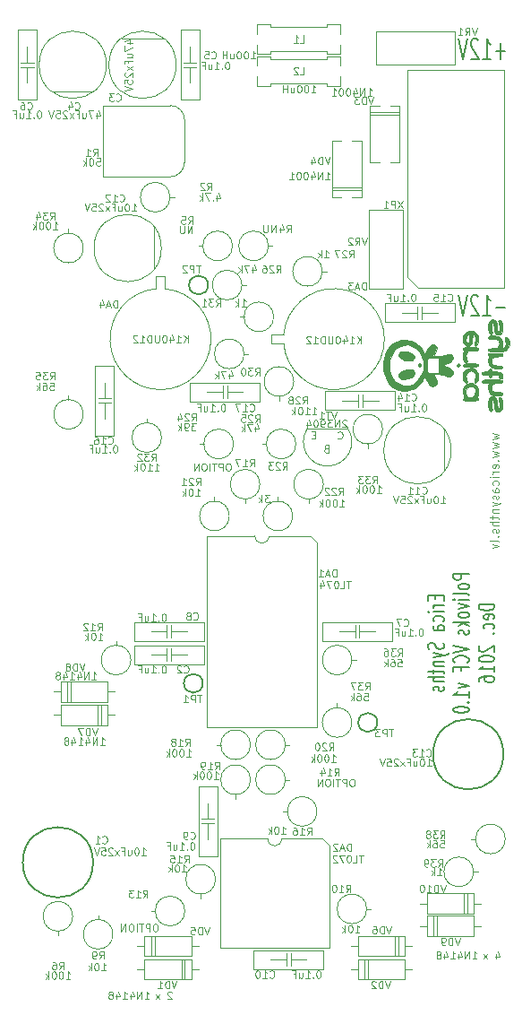
<source format=gbo>
G04 #@! TF.FileFunction,Legend,Bot*
%FSLAX46Y46*%
G04 Gerber Fmt 4.6, Leading zero omitted, Abs format (unit mm)*
G04 Created by KiCad (PCBNEW (2016-08-20 BZR 7083)-product) date Sun Dec  4 23:05:15 2016*
%MOMM*%
%LPD*%
G01*
G04 APERTURE LIST*
%ADD10C,0.100000*%
%ADD11C,0.150000*%
%ADD12C,0.200000*%
%ADD13C,0.120000*%
G04 APERTURE END LIST*
D10*
X15750000Y14316667D02*
X15716666Y14350000D01*
X15650000Y14383334D01*
X15483333Y14383334D01*
X15416666Y14350000D01*
X15383333Y14316667D01*
X15350000Y14250000D01*
X15350000Y14183334D01*
X15383333Y14083334D01*
X15783333Y13683334D01*
X15350000Y13683334D01*
X14583333Y13683334D02*
X14216666Y14150000D01*
X14583333Y14150000D02*
X14216666Y13683334D01*
X46416666Y17950000D02*
X46416666Y17483334D01*
X46583333Y18216667D02*
X46750000Y17716667D01*
X46316666Y17716667D01*
X45583333Y17483334D02*
X45216666Y17950000D01*
X45583333Y17950000D02*
X45216666Y17483334D01*
X29350000Y66950000D02*
X29116666Y66950000D01*
X29016666Y66583334D02*
X29350000Y66583334D01*
X29350000Y67283334D01*
X29016666Y67283334D01*
X31483333Y66650000D02*
X31516666Y66616667D01*
X31616666Y66583334D01*
X31683333Y66583334D01*
X31783333Y66616667D01*
X31850000Y66683334D01*
X31883333Y66750000D01*
X31916666Y66883334D01*
X31916666Y66983334D01*
X31883333Y67116667D01*
X31850000Y67183334D01*
X31783333Y67250000D01*
X31683333Y67283334D01*
X31616666Y67283334D01*
X31516666Y67250000D01*
X31483333Y67216667D01*
X30350000Y65650000D02*
X30250000Y65616667D01*
X30216666Y65583334D01*
X30183333Y65516667D01*
X30183333Y65416667D01*
X30216666Y65350000D01*
X30250000Y65316667D01*
X30316666Y65283334D01*
X30583333Y65283334D01*
X30583333Y65983334D01*
X30350000Y65983334D01*
X30283333Y65950000D01*
X30250000Y65916667D01*
X30216666Y65850000D01*
X30216666Y65783334D01*
X30250000Y65716667D01*
X30283333Y65683334D01*
X30350000Y65650000D01*
X30583333Y65650000D01*
X32300000Y68316667D02*
X32266666Y68350000D01*
X32200000Y68383334D01*
X32033333Y68383334D01*
X31966666Y68350000D01*
X31933333Y68316667D01*
X31900000Y68250000D01*
X31900000Y68183334D01*
X31933333Y68083334D01*
X32333333Y67683334D01*
X31900000Y67683334D01*
X31600000Y67683334D02*
X31600000Y68383334D01*
X31200000Y67683334D01*
X31200000Y68383334D01*
X30933333Y68383334D02*
X30500000Y68383334D01*
X30733333Y68116667D01*
X30633333Y68116667D01*
X30566666Y68083334D01*
X30533333Y68050000D01*
X30500000Y67983334D01*
X30500000Y67816667D01*
X30533333Y67750000D01*
X30566666Y67716667D01*
X30633333Y67683334D01*
X30833333Y67683334D01*
X30900000Y67716667D01*
X30933333Y67750000D01*
X30166666Y67683334D02*
X30033333Y67683334D01*
X29966666Y67716667D01*
X29933333Y67750000D01*
X29866666Y67850000D01*
X29833333Y67983334D01*
X29833333Y68250000D01*
X29866666Y68316667D01*
X29900000Y68350000D01*
X29966666Y68383334D01*
X30100000Y68383334D01*
X30166666Y68350000D01*
X30200000Y68316667D01*
X30233333Y68250000D01*
X30233333Y68083334D01*
X30200000Y68016667D01*
X30166666Y67983334D01*
X30100000Y67950000D01*
X29966666Y67950000D01*
X29900000Y67983334D01*
X29866666Y68016667D01*
X29833333Y68083334D01*
X29400000Y68383334D02*
X29333333Y68383334D01*
X29266666Y68350000D01*
X29233333Y68316667D01*
X29200000Y68250000D01*
X29166666Y68116667D01*
X29166666Y67950000D01*
X29200000Y67816667D01*
X29233333Y67750000D01*
X29266666Y67716667D01*
X29333333Y67683334D01*
X29400000Y67683334D01*
X29466666Y67716667D01*
X29500000Y67750000D01*
X29533333Y67816667D01*
X29566666Y67950000D01*
X29566666Y68116667D01*
X29533333Y68250000D01*
X29500000Y68316667D01*
X29466666Y68350000D01*
X29400000Y68383334D01*
X28566666Y68150000D02*
X28566666Y67683334D01*
X28733333Y68416667D02*
X28900000Y67916667D01*
X28466666Y67916667D01*
X34300000Y98983334D02*
X34700000Y98983334D01*
X34500000Y98983334D02*
X34500000Y99683334D01*
X34566666Y99583334D01*
X34633333Y99516667D01*
X34700000Y99483334D01*
X34000000Y98983334D02*
X34000000Y99683334D01*
X33600000Y98983334D01*
X33600000Y99683334D01*
X32966666Y99450000D02*
X32966666Y98983334D01*
X33133333Y99716667D02*
X33300000Y99216667D01*
X32866666Y99216667D01*
X32466666Y99683334D02*
X32400000Y99683334D01*
X32333333Y99650000D01*
X32300000Y99616667D01*
X32266666Y99550000D01*
X32233333Y99416667D01*
X32233333Y99250000D01*
X32266666Y99116667D01*
X32300000Y99050000D01*
X32333333Y99016667D01*
X32400000Y98983334D01*
X32466666Y98983334D01*
X32533333Y99016667D01*
X32566666Y99050000D01*
X32600000Y99116667D01*
X32633333Y99250000D01*
X32633333Y99416667D01*
X32600000Y99550000D01*
X32566666Y99616667D01*
X32533333Y99650000D01*
X32466666Y99683334D01*
X31800000Y99683334D02*
X31733333Y99683334D01*
X31666666Y99650000D01*
X31633333Y99616667D01*
X31600000Y99550000D01*
X31566666Y99416667D01*
X31566666Y99250000D01*
X31600000Y99116667D01*
X31633333Y99050000D01*
X31666666Y99016667D01*
X31733333Y98983334D01*
X31800000Y98983334D01*
X31866666Y99016667D01*
X31900000Y99050000D01*
X31933333Y99116667D01*
X31966666Y99250000D01*
X31966666Y99416667D01*
X31933333Y99550000D01*
X31900000Y99616667D01*
X31866666Y99650000D01*
X31800000Y99683334D01*
X30900000Y98983334D02*
X31300000Y98983334D01*
X31100000Y98983334D02*
X31100000Y99683334D01*
X31166666Y99583334D01*
X31233333Y99516667D01*
X31300000Y99483334D01*
X30300000Y91083334D02*
X30700000Y91083334D01*
X30500000Y91083334D02*
X30500000Y91783334D01*
X30566666Y91683334D01*
X30633333Y91616667D01*
X30700000Y91583334D01*
X30000000Y91083334D02*
X30000000Y91783334D01*
X29600000Y91083334D01*
X29600000Y91783334D01*
X28966666Y91550000D02*
X28966666Y91083334D01*
X29133333Y91816667D02*
X29300000Y91316667D01*
X28866666Y91316667D01*
X28466666Y91783334D02*
X28400000Y91783334D01*
X28333333Y91750000D01*
X28300000Y91716667D01*
X28266666Y91650000D01*
X28233333Y91516667D01*
X28233333Y91350000D01*
X28266666Y91216667D01*
X28300000Y91150000D01*
X28333333Y91116667D01*
X28400000Y91083334D01*
X28466666Y91083334D01*
X28533333Y91116667D01*
X28566666Y91150000D01*
X28600000Y91216667D01*
X28633333Y91350000D01*
X28633333Y91516667D01*
X28600000Y91650000D01*
X28566666Y91716667D01*
X28533333Y91750000D01*
X28466666Y91783334D01*
X27800000Y91783334D02*
X27733333Y91783334D01*
X27666666Y91750000D01*
X27633333Y91716667D01*
X27600000Y91650000D01*
X27566666Y91516667D01*
X27566666Y91350000D01*
X27600000Y91216667D01*
X27633333Y91150000D01*
X27666666Y91116667D01*
X27733333Y91083334D01*
X27800000Y91083334D01*
X27866666Y91116667D01*
X27900000Y91150000D01*
X27933333Y91216667D01*
X27966666Y91350000D01*
X27966666Y91516667D01*
X27933333Y91650000D01*
X27900000Y91716667D01*
X27866666Y91750000D01*
X27800000Y91783334D01*
X26900000Y91083334D02*
X27300000Y91083334D01*
X27100000Y91083334D02*
X27100000Y91783334D01*
X27166666Y91683334D01*
X27233333Y91616667D01*
X27300000Y91583334D01*
X46128571Y67128572D02*
X46661904Y66976191D01*
X46280952Y66823810D01*
X46661904Y66671429D01*
X46128571Y66519048D01*
X46128571Y66290477D02*
X46661904Y66138096D01*
X46280952Y65985715D01*
X46661904Y65833334D01*
X46128571Y65680953D01*
X46128571Y65452381D02*
X46661904Y65300000D01*
X46280952Y65147620D01*
X46661904Y64995239D01*
X46128571Y64842858D01*
X46585714Y64538096D02*
X46623809Y64500000D01*
X46661904Y64538096D01*
X46623809Y64576191D01*
X46585714Y64538096D01*
X46661904Y64538096D01*
X46623809Y63852381D02*
X46661904Y63928572D01*
X46661904Y64080953D01*
X46623809Y64157143D01*
X46547619Y64195239D01*
X46242857Y64195239D01*
X46166666Y64157143D01*
X46128571Y64080953D01*
X46128571Y63928572D01*
X46166666Y63852381D01*
X46242857Y63814286D01*
X46319047Y63814286D01*
X46395238Y64195239D01*
X46661904Y63471429D02*
X46128571Y63471429D01*
X46280952Y63471429D02*
X46204761Y63433334D01*
X46166666Y63395239D01*
X46128571Y63319048D01*
X46128571Y63242858D01*
X46661904Y62976191D02*
X46128571Y62976191D01*
X45861904Y62976191D02*
X45900000Y63014286D01*
X45938095Y62976191D01*
X45900000Y62938096D01*
X45861904Y62976191D01*
X45938095Y62976191D01*
X46623809Y62252381D02*
X46661904Y62328572D01*
X46661904Y62480953D01*
X46623809Y62557143D01*
X46585714Y62595239D01*
X46509523Y62633334D01*
X46280952Y62633334D01*
X46204761Y62595239D01*
X46166666Y62557143D01*
X46128571Y62480953D01*
X46128571Y62328572D01*
X46166666Y62252381D01*
X46661904Y61566667D02*
X46242857Y61566667D01*
X46166666Y61604762D01*
X46128571Y61680953D01*
X46128571Y61833334D01*
X46166666Y61909524D01*
X46623809Y61566667D02*
X46661904Y61642858D01*
X46661904Y61833334D01*
X46623809Y61909524D01*
X46547619Y61947620D01*
X46471428Y61947620D01*
X46395238Y61909524D01*
X46357142Y61833334D01*
X46357142Y61642858D01*
X46319047Y61566667D01*
X46623809Y61223810D02*
X46661904Y61147620D01*
X46661904Y60995239D01*
X46623809Y60919048D01*
X46547619Y60880953D01*
X46509523Y60880953D01*
X46433333Y60919048D01*
X46395238Y60995239D01*
X46395238Y61109524D01*
X46357142Y61185715D01*
X46280952Y61223810D01*
X46242857Y61223810D01*
X46166666Y61185715D01*
X46128571Y61109524D01*
X46128571Y60995239D01*
X46166666Y60919048D01*
X46128571Y60614286D02*
X46661904Y60423810D01*
X46128571Y60233334D02*
X46661904Y60423810D01*
X46852380Y60500000D01*
X46890476Y60538096D01*
X46928571Y60614286D01*
X46128571Y59928572D02*
X46661904Y59928572D01*
X46204761Y59928572D02*
X46166666Y59890477D01*
X46128571Y59814286D01*
X46128571Y59700000D01*
X46166666Y59623810D01*
X46242857Y59585715D01*
X46661904Y59585715D01*
X46128571Y59319048D02*
X46128571Y59014286D01*
X45861904Y59204762D02*
X46547619Y59204762D01*
X46623809Y59166667D01*
X46661904Y59090477D01*
X46661904Y59014286D01*
X46661904Y58747620D02*
X45861904Y58747620D01*
X46661904Y58404762D02*
X46242857Y58404762D01*
X46166666Y58442858D01*
X46128571Y58519048D01*
X46128571Y58633334D01*
X46166666Y58709524D01*
X46204761Y58747620D01*
X46623809Y58061905D02*
X46661904Y57985715D01*
X46661904Y57833334D01*
X46623809Y57757143D01*
X46547619Y57719048D01*
X46509523Y57719048D01*
X46433333Y57757143D01*
X46395238Y57833334D01*
X46395238Y57947620D01*
X46357142Y58023810D01*
X46280952Y58061905D01*
X46242857Y58061905D01*
X46166666Y58023810D01*
X46128571Y57947620D01*
X46128571Y57833334D01*
X46166666Y57757143D01*
X46585714Y57376191D02*
X46623809Y57338096D01*
X46661904Y57376191D01*
X46623809Y57414286D01*
X46585714Y57376191D01*
X46661904Y57376191D01*
X46661904Y56880953D02*
X46623809Y56957143D01*
X46547619Y56995239D01*
X45861904Y56995239D01*
X46128571Y56652381D02*
X46661904Y56461905D01*
X46128571Y56271429D01*
D11*
X40692857Y51776191D02*
X40692857Y51442858D01*
X41478571Y51300000D02*
X41478571Y51776191D01*
X39978571Y51776191D01*
X39978571Y51300000D01*
X41478571Y50871429D02*
X40478571Y50871429D01*
X40764285Y50871429D02*
X40621428Y50823810D01*
X40550000Y50776191D01*
X40478571Y50680953D01*
X40478571Y50585715D01*
X41478571Y50252381D02*
X40478571Y50252381D01*
X39978571Y50252381D02*
X40050000Y50300000D01*
X40121428Y50252381D01*
X40050000Y50204762D01*
X39978571Y50252381D01*
X40121428Y50252381D01*
X41407142Y49347620D02*
X41478571Y49442858D01*
X41478571Y49633334D01*
X41407142Y49728572D01*
X41335714Y49776191D01*
X41192857Y49823810D01*
X40764285Y49823810D01*
X40621428Y49776191D01*
X40550000Y49728572D01*
X40478571Y49633334D01*
X40478571Y49442858D01*
X40550000Y49347620D01*
X41478571Y48490477D02*
X40692857Y48490477D01*
X40550000Y48538096D01*
X40478571Y48633334D01*
X40478571Y48823810D01*
X40550000Y48919048D01*
X41407142Y48490477D02*
X41478571Y48585715D01*
X41478571Y48823810D01*
X41407142Y48919048D01*
X41264285Y48966667D01*
X41121428Y48966667D01*
X40978571Y48919048D01*
X40907142Y48823810D01*
X40907142Y48585715D01*
X40835714Y48490477D01*
X41407142Y47300000D02*
X41478571Y47157143D01*
X41478571Y46919048D01*
X41407142Y46823810D01*
X41335714Y46776191D01*
X41192857Y46728572D01*
X41050000Y46728572D01*
X40907142Y46776191D01*
X40835714Y46823810D01*
X40764285Y46919048D01*
X40692857Y47109524D01*
X40621428Y47204762D01*
X40550000Y47252381D01*
X40407142Y47300000D01*
X40264285Y47300000D01*
X40121428Y47252381D01*
X40050000Y47204762D01*
X39978571Y47109524D01*
X39978571Y46871429D01*
X40050000Y46728572D01*
X40478571Y46395239D02*
X41478571Y46157143D01*
X40478571Y45919048D02*
X41478571Y46157143D01*
X41835714Y46252381D01*
X41907142Y46300000D01*
X41978571Y46395239D01*
X40478571Y45538096D02*
X41478571Y45538096D01*
X40621428Y45538096D02*
X40550000Y45490477D01*
X40478571Y45395239D01*
X40478571Y45252381D01*
X40550000Y45157143D01*
X40692857Y45109524D01*
X41478571Y45109524D01*
X40478571Y44776191D02*
X40478571Y44395239D01*
X39978571Y44633334D02*
X41264285Y44633334D01*
X41407142Y44585715D01*
X41478571Y44490477D01*
X41478571Y44395239D01*
X41478571Y44061905D02*
X39978571Y44061905D01*
X41478571Y43633334D02*
X40692857Y43633334D01*
X40550000Y43680953D01*
X40478571Y43776191D01*
X40478571Y43919048D01*
X40550000Y44014286D01*
X40621428Y44061905D01*
X41407142Y43204762D02*
X41478571Y43109524D01*
X41478571Y42919048D01*
X41407142Y42823810D01*
X41264285Y42776191D01*
X41192857Y42776191D01*
X41050000Y42823810D01*
X40978571Y42919048D01*
X40978571Y43061905D01*
X40907142Y43157143D01*
X40764285Y43204762D01*
X40692857Y43204762D01*
X40550000Y43157143D01*
X40478571Y43061905D01*
X40478571Y42919048D01*
X40550000Y42823810D01*
X43878571Y53847620D02*
X42378571Y53847620D01*
X42378571Y53466667D01*
X42450000Y53371429D01*
X42521428Y53323810D01*
X42664285Y53276191D01*
X42878571Y53276191D01*
X43021428Y53323810D01*
X43092857Y53371429D01*
X43164285Y53466667D01*
X43164285Y53847620D01*
X43878571Y52704762D02*
X43807142Y52800000D01*
X43735714Y52847620D01*
X43592857Y52895239D01*
X43164285Y52895239D01*
X43021428Y52847620D01*
X42950000Y52800000D01*
X42878571Y52704762D01*
X42878571Y52561905D01*
X42950000Y52466667D01*
X43021428Y52419048D01*
X43164285Y52371429D01*
X43592857Y52371429D01*
X43735714Y52419048D01*
X43807142Y52466667D01*
X43878571Y52561905D01*
X43878571Y52704762D01*
X43878571Y51800000D02*
X43807142Y51895239D01*
X43664285Y51942858D01*
X42378571Y51942858D01*
X43878571Y51419048D02*
X42878571Y51419048D01*
X42378571Y51419048D02*
X42450000Y51466667D01*
X42521428Y51419048D01*
X42450000Y51371429D01*
X42378571Y51419048D01*
X42521428Y51419048D01*
X42878571Y51038096D02*
X43878571Y50800000D01*
X42878571Y50561905D01*
X43878571Y50038096D02*
X43807142Y50133334D01*
X43735714Y50180953D01*
X43592857Y50228572D01*
X43164285Y50228572D01*
X43021428Y50180953D01*
X42950000Y50133334D01*
X42878571Y50038096D01*
X42878571Y49895239D01*
X42950000Y49800000D01*
X43021428Y49752381D01*
X43164285Y49704762D01*
X43592857Y49704762D01*
X43735714Y49752381D01*
X43807142Y49800000D01*
X43878571Y49895239D01*
X43878571Y50038096D01*
X43878571Y49276191D02*
X42378571Y49276191D01*
X43307142Y49180953D02*
X43878571Y48895239D01*
X42878571Y48895239D02*
X43450000Y49276191D01*
X43807142Y48514286D02*
X43878571Y48419048D01*
X43878571Y48228572D01*
X43807142Y48133334D01*
X43664285Y48085715D01*
X43592857Y48085715D01*
X43450000Y48133334D01*
X43378571Y48228572D01*
X43378571Y48371429D01*
X43307142Y48466667D01*
X43164285Y48514286D01*
X43092857Y48514286D01*
X42950000Y48466667D01*
X42878571Y48371429D01*
X42878571Y48228572D01*
X42950000Y48133334D01*
X42378571Y47038096D02*
X43878571Y46704762D01*
X42378571Y46371429D01*
X43735714Y45466667D02*
X43807142Y45514286D01*
X43878571Y45657143D01*
X43878571Y45752381D01*
X43807142Y45895239D01*
X43664285Y45990477D01*
X43521428Y46038096D01*
X43235714Y46085715D01*
X43021428Y46085715D01*
X42735714Y46038096D01*
X42592857Y45990477D01*
X42450000Y45895239D01*
X42378571Y45752381D01*
X42378571Y45657143D01*
X42450000Y45514286D01*
X42521428Y45466667D01*
X43092857Y44704762D02*
X43092857Y45038096D01*
X43878571Y45038096D02*
X42378571Y45038096D01*
X42378571Y44561905D01*
X42878571Y43514286D02*
X43878571Y43276191D01*
X42878571Y43038096D01*
X43878571Y42133334D02*
X43878571Y42704762D01*
X43878571Y42419048D02*
X42378571Y42419048D01*
X42592857Y42514286D01*
X42735714Y42609524D01*
X42807142Y42704762D01*
X43735714Y41704762D02*
X43807142Y41657143D01*
X43878571Y41704762D01*
X43807142Y41752381D01*
X43735714Y41704762D01*
X43878571Y41704762D01*
X42378571Y41038096D02*
X42378571Y40942858D01*
X42450000Y40847620D01*
X42521428Y40800000D01*
X42664285Y40752381D01*
X42950000Y40704762D01*
X43307142Y40704762D01*
X43592857Y40752381D01*
X43735714Y40800000D01*
X43807142Y40847620D01*
X43878571Y40942858D01*
X43878571Y41038096D01*
X43807142Y41133334D01*
X43735714Y41180953D01*
X43592857Y41228572D01*
X43307142Y41276191D01*
X42950000Y41276191D01*
X42664285Y41228572D01*
X42521428Y41180953D01*
X42450000Y41133334D01*
X42378571Y41038096D01*
X46278571Y50942858D02*
X44778571Y50942858D01*
X44778571Y50704762D01*
X44850000Y50561905D01*
X44992857Y50466667D01*
X45135714Y50419048D01*
X45421428Y50371429D01*
X45635714Y50371429D01*
X45921428Y50419048D01*
X46064285Y50466667D01*
X46207142Y50561905D01*
X46278571Y50704762D01*
X46278571Y50942858D01*
X46207142Y49561905D02*
X46278571Y49657143D01*
X46278571Y49847620D01*
X46207142Y49942858D01*
X46064285Y49990477D01*
X45492857Y49990477D01*
X45350000Y49942858D01*
X45278571Y49847620D01*
X45278571Y49657143D01*
X45350000Y49561905D01*
X45492857Y49514286D01*
X45635714Y49514286D01*
X45778571Y49990477D01*
X46207142Y48657143D02*
X46278571Y48752381D01*
X46278571Y48942858D01*
X46207142Y49038096D01*
X46135714Y49085715D01*
X45992857Y49133334D01*
X45564285Y49133334D01*
X45421428Y49085715D01*
X45350000Y49038096D01*
X45278571Y48942858D01*
X45278571Y48752381D01*
X45350000Y48657143D01*
X46135714Y48228572D02*
X46207142Y48180953D01*
X46278571Y48228572D01*
X46207142Y48276191D01*
X46135714Y48228572D01*
X46278571Y48228572D01*
X44921428Y47038096D02*
X44850000Y46990477D01*
X44778571Y46895239D01*
X44778571Y46657143D01*
X44850000Y46561905D01*
X44921428Y46514286D01*
X45064285Y46466667D01*
X45207142Y46466667D01*
X45421428Y46514286D01*
X46278571Y47085715D01*
X46278571Y46466667D01*
X44778571Y45847620D02*
X44778571Y45752381D01*
X44850000Y45657143D01*
X44921428Y45609524D01*
X45064285Y45561905D01*
X45350000Y45514286D01*
X45707142Y45514286D01*
X45992857Y45561905D01*
X46135714Y45609524D01*
X46207142Y45657143D01*
X46278571Y45752381D01*
X46278571Y45847620D01*
X46207142Y45942858D01*
X46135714Y45990477D01*
X45992857Y46038096D01*
X45707142Y46085715D01*
X45350000Y46085715D01*
X45064285Y46038096D01*
X44921428Y45990477D01*
X44850000Y45942858D01*
X44778571Y45847620D01*
X46278571Y44561905D02*
X46278571Y45133334D01*
X46278571Y44847620D02*
X44778571Y44847620D01*
X44992857Y44942858D01*
X45135714Y45038096D01*
X45207142Y45133334D01*
X44778571Y43704762D02*
X44778571Y43895239D01*
X44850000Y43990477D01*
X44921428Y44038096D01*
X45135714Y44133334D01*
X45421428Y44180953D01*
X45992857Y44180953D01*
X46135714Y44133334D01*
X46207142Y44085715D01*
X46278571Y43990477D01*
X46278571Y43800000D01*
X46207142Y43704762D01*
X46135714Y43657143D01*
X45992857Y43609524D01*
X45635714Y43609524D01*
X45492857Y43657143D01*
X45421428Y43704762D01*
X45350000Y43800000D01*
X45350000Y43990477D01*
X45421428Y44085715D01*
X45492857Y44133334D01*
X45635714Y44180953D01*
D12*
X47314285Y78957143D02*
X46400000Y78957143D01*
X45200000Y78195239D02*
X45885714Y78195239D01*
X45542857Y78195239D02*
X45542857Y80195239D01*
X45657142Y79909524D01*
X45771428Y79719048D01*
X45885714Y79623810D01*
X44742857Y80004762D02*
X44685714Y80100000D01*
X44571428Y80195239D01*
X44285714Y80195239D01*
X44171428Y80100000D01*
X44114285Y80004762D01*
X44057142Y79814286D01*
X44057142Y79623810D01*
X44114285Y79338096D01*
X44800000Y78195239D01*
X44057142Y78195239D01*
X43714285Y80195239D02*
X43314285Y78195239D01*
X42914285Y80195239D01*
X47314285Y103157143D02*
X46400000Y103157143D01*
X46857142Y102395239D02*
X46857142Y103919048D01*
X45200000Y102395239D02*
X45885714Y102395239D01*
X45542857Y102395239D02*
X45542857Y104395239D01*
X45657142Y104109524D01*
X45771428Y103919048D01*
X45885714Y103823810D01*
X44742857Y104204762D02*
X44685714Y104300000D01*
X44571428Y104395239D01*
X44285714Y104395239D01*
X44171428Y104300000D01*
X44114285Y104204762D01*
X44057142Y104014286D01*
X44057142Y103823810D01*
X44114285Y103538096D01*
X44800000Y102395239D01*
X44057142Y102395239D01*
X43714285Y104395239D02*
X43314285Y102395239D01*
X42914285Y104395239D01*
D10*
X15164610Y80748593D02*
G75*
G02X14250000Y80750000I-464610J-4748593D01*
G01*
X14255500Y80762500D02*
X14255500Y81905500D01*
X14255500Y81905500D02*
X15144500Y81905500D01*
X15144500Y81905500D02*
X15144500Y80762500D01*
X26351407Y76464610D02*
G75*
G02X26350000Y75550000I4748593J-464610D01*
G01*
X26337500Y75555500D02*
X25194500Y75555500D01*
X25194500Y75555500D02*
X25194500Y76444500D01*
X25194500Y76444500D02*
X26337500Y76444500D01*
X16965500Y92668000D02*
X16965500Y96732000D01*
X9218500Y91334500D02*
X15632000Y91334500D01*
X15632000Y98065500D02*
X9218500Y98065500D01*
X16965500Y92668000D02*
G75*
G02X15632000Y91334500I-1333500J0D01*
G01*
X15632000Y98065500D02*
G75*
G02X16965500Y96732000I0J-1333500D01*
G01*
X9218500Y91334500D02*
X9218500Y98065500D01*
X35053500Y105087500D02*
X42546500Y105087500D01*
X42546500Y105087500D02*
X42546500Y101912500D01*
X42546500Y101912500D02*
X35053500Y101912500D01*
X35053500Y101912500D02*
X35053500Y105087500D01*
X31737000Y99903000D02*
X30467000Y99903000D01*
X30467000Y99903000D02*
X30467000Y100157000D01*
X30467000Y100157000D02*
X25133000Y100157000D01*
X25133000Y100157000D02*
X25133000Y99903000D01*
X25133000Y99903000D02*
X23863000Y99903000D01*
X23863000Y99903000D02*
X23863000Y100792000D01*
X31737000Y100792000D02*
X31737000Y99903000D01*
X31737000Y102697000D02*
X31737000Y101808000D01*
X31737000Y102697000D02*
X30467000Y102697000D01*
X30467000Y102697000D02*
X30467000Y102443000D01*
X30467000Y102443000D02*
X25133000Y102443000D01*
X25133000Y102443000D02*
X25133000Y102697000D01*
X25133000Y102697000D02*
X23863000Y102697000D01*
X23863000Y102697000D02*
X23863000Y101808000D01*
X31737000Y102903000D02*
X30467000Y102903000D01*
X30467000Y102903000D02*
X30467000Y103157000D01*
X30467000Y103157000D02*
X25133000Y103157000D01*
X25133000Y103157000D02*
X25133000Y102903000D01*
X25133000Y102903000D02*
X23863000Y102903000D01*
X23863000Y102903000D02*
X23863000Y103792000D01*
X31737000Y103792000D02*
X31737000Y102903000D01*
X31737000Y105697000D02*
X31737000Y104808000D01*
X31737000Y105697000D02*
X30467000Y105697000D01*
X30467000Y105697000D02*
X30467000Y105443000D01*
X30467000Y105443000D02*
X25133000Y105443000D01*
X25133000Y105443000D02*
X25133000Y105697000D01*
X25133000Y105697000D02*
X23863000Y105697000D01*
X23863000Y105697000D02*
X23863000Y104808000D01*
G36*
X46326647Y74832782D02*
X46496201Y74834600D01*
X46799114Y74843211D01*
X47019056Y74858139D01*
X47174571Y74881599D01*
X47284205Y74915808D01*
X47319249Y74932933D01*
X47480858Y75074904D01*
X47597219Y75283932D01*
X47659154Y75532090D01*
X47657483Y75791451D01*
X47635856Y75896094D01*
X47562017Y76072284D01*
X47462363Y76186256D01*
X47353502Y76221279D01*
X47320746Y76213590D01*
X47256283Y76167970D01*
X47243587Y76086493D01*
X47282518Y75948178D01*
X47318367Y75858147D01*
X47368854Y75697118D01*
X47363346Y75553616D01*
X47343534Y75476969D01*
X47274317Y75307877D01*
X47175512Y75208097D01*
X47048329Y75154312D01*
X46974585Y75138476D01*
X46958657Y75171282D01*
X46989977Y75275603D01*
X46990970Y75278453D01*
X47029541Y75490241D01*
X47017489Y75721540D01*
X46960573Y75932546D01*
X46876197Y76071723D01*
X46760293Y76182417D01*
X46644259Y76252569D01*
X46496774Y76294327D01*
X46286516Y76319837D01*
X46223404Y76324878D01*
X45952595Y76328625D01*
X45768668Y76293144D01*
X45674697Y76219300D01*
X45662400Y76167000D01*
X45707433Y76078116D01*
X45844097Y76020088D01*
X46074736Y75992155D01*
X46209986Y75989200D01*
X46415238Y75982733D01*
X46545557Y75959621D01*
X46627008Y75914300D01*
X46645126Y75896300D01*
X46711000Y75759085D01*
X46727673Y75577161D01*
X46696022Y75394219D01*
X46632576Y75271531D01*
X46571079Y75210566D01*
X46490193Y75172227D01*
X46364103Y75149543D01*
X46166989Y75135542D01*
X46120852Y75133355D01*
X45898582Y75118168D01*
X45760834Y75094684D01*
X45690636Y75059210D01*
X45675822Y75036506D01*
X45667619Y74956496D01*
X45719470Y74898366D01*
X45840506Y74859868D01*
X46039855Y74838756D01*
X46326647Y74832782D01*
X46326647Y74832782D01*
X46326647Y74832782D01*
G37*
X46326647Y74832782D02*
X46496201Y74834600D01*
X46799114Y74843211D01*
X47019056Y74858139D01*
X47174571Y74881599D01*
X47284205Y74915808D01*
X47319249Y74932933D01*
X47480858Y75074904D01*
X47597219Y75283932D01*
X47659154Y75532090D01*
X47657483Y75791451D01*
X47635856Y75896094D01*
X47562017Y76072284D01*
X47462363Y76186256D01*
X47353502Y76221279D01*
X47320746Y76213590D01*
X47256283Y76167970D01*
X47243587Y76086493D01*
X47282518Y75948178D01*
X47318367Y75858147D01*
X47368854Y75697118D01*
X47363346Y75553616D01*
X47343534Y75476969D01*
X47274317Y75307877D01*
X47175512Y75208097D01*
X47048329Y75154312D01*
X46974585Y75138476D01*
X46958657Y75171282D01*
X46989977Y75275603D01*
X46990970Y75278453D01*
X47029541Y75490241D01*
X47017489Y75721540D01*
X46960573Y75932546D01*
X46876197Y76071723D01*
X46760293Y76182417D01*
X46644259Y76252569D01*
X46496774Y76294327D01*
X46286516Y76319837D01*
X46223404Y76324878D01*
X45952595Y76328625D01*
X45768668Y76293144D01*
X45674697Y76219300D01*
X45662400Y76167000D01*
X45707433Y76078116D01*
X45844097Y76020088D01*
X46074736Y75992155D01*
X46209986Y75989200D01*
X46415238Y75982733D01*
X46545557Y75959621D01*
X46627008Y75914300D01*
X46645126Y75896300D01*
X46711000Y75759085D01*
X46727673Y75577161D01*
X46696022Y75394219D01*
X46632576Y75271531D01*
X46571079Y75210566D01*
X46490193Y75172227D01*
X46364103Y75149543D01*
X46166989Y75135542D01*
X46120852Y75133355D01*
X45898582Y75118168D01*
X45760834Y75094684D01*
X45690636Y75059210D01*
X45675822Y75036506D01*
X45667619Y74956496D01*
X45719470Y74898366D01*
X45840506Y74859868D01*
X46039855Y74838756D01*
X46326647Y74832782D01*
X46326647Y74832782D01*
G36*
X46578314Y76396540D02*
X46755659Y76437640D01*
X46904916Y76558457D01*
X47007860Y76751750D01*
X47059485Y76997172D01*
X47054789Y77274375D01*
X47013096Y77484481D01*
X46937354Y77685880D01*
X46848694Y77805138D01*
X46754494Y77835285D01*
X46684401Y77794974D01*
X46636752Y77712723D01*
X46661946Y77605334D01*
X46665285Y77597897D01*
X46724403Y77418060D01*
X46754545Y77219601D01*
X46756867Y77026919D01*
X46732526Y76864411D01*
X46682679Y76756475D01*
X46623945Y76725800D01*
X46584268Y76752671D01*
X46555503Y76843205D01*
X46534097Y77012285D01*
X46524210Y77143571D01*
X46484952Y77452557D01*
X46411471Y77670889D01*
X46300636Y77804643D01*
X46155188Y77859232D01*
X45967368Y77837602D01*
X45820137Y77728602D01*
X45718976Y77540204D01*
X45669365Y77280380D01*
X45665267Y77146532D01*
X45685001Y76907706D01*
X45733517Y76705942D01*
X45802888Y76554542D01*
X45885192Y76466812D01*
X45972503Y76456054D01*
X46042144Y76513823D01*
X46082827Y76593803D01*
X46073448Y76687186D01*
X46039168Y76778892D01*
X45988692Y76956827D01*
X45968253Y77154357D01*
X45977484Y77338197D01*
X46016020Y77475063D01*
X46047271Y77516414D01*
X46124100Y77549825D01*
X46177202Y77498446D01*
X46208585Y77357349D01*
X46220259Y77121608D01*
X46220422Y77091578D01*
X46245642Y76799052D01*
X46316760Y76581961D01*
X46429182Y76445920D01*
X46578314Y76396540D01*
X46578314Y76396540D01*
X46578314Y76396540D01*
G37*
X46578314Y76396540D02*
X46755659Y76437640D01*
X46904916Y76558457D01*
X47007860Y76751750D01*
X47059485Y76997172D01*
X47054789Y77274375D01*
X47013096Y77484481D01*
X46937354Y77685880D01*
X46848694Y77805138D01*
X46754494Y77835285D01*
X46684401Y77794974D01*
X46636752Y77712723D01*
X46661946Y77605334D01*
X46665285Y77597897D01*
X46724403Y77418060D01*
X46754545Y77219601D01*
X46756867Y77026919D01*
X46732526Y76864411D01*
X46682679Y76756475D01*
X46623945Y76725800D01*
X46584268Y76752671D01*
X46555503Y76843205D01*
X46534097Y77012285D01*
X46524210Y77143571D01*
X46484952Y77452557D01*
X46411471Y77670889D01*
X46300636Y77804643D01*
X46155188Y77859232D01*
X45967368Y77837602D01*
X45820137Y77728602D01*
X45718976Y77540204D01*
X45669365Y77280380D01*
X45665267Y77146532D01*
X45685001Y76907706D01*
X45733517Y76705942D01*
X45802888Y76554542D01*
X45885192Y76466812D01*
X45972503Y76456054D01*
X46042144Y76513823D01*
X46082827Y76593803D01*
X46073448Y76687186D01*
X46039168Y76778892D01*
X45988692Y76956827D01*
X45968253Y77154357D01*
X45977484Y77338197D01*
X46016020Y77475063D01*
X46047271Y77516414D01*
X46124100Y77549825D01*
X46177202Y77498446D01*
X46208585Y77357349D01*
X46220259Y77121608D01*
X46220422Y77091578D01*
X46245642Y76799052D01*
X46316760Y76581961D01*
X46429182Y76445920D01*
X46578314Y76396540D01*
X46578314Y76396540D01*
G36*
X46578314Y69132140D02*
X46755659Y69173240D01*
X46905265Y69294428D01*
X47008218Y69489215D01*
X47058917Y69738263D01*
X47051763Y70022234D01*
X47033361Y70132136D01*
X46970149Y70362480D01*
X46892539Y70499864D01*
X46795532Y70552492D01*
X46776618Y70553600D01*
X46682778Y70526824D01*
X46647398Y70439751D01*
X46668637Y70282266D01*
X46704808Y70158840D01*
X46746518Y69970155D01*
X46756021Y69780537D01*
X46736205Y69615544D01*
X46689958Y69500735D01*
X46625993Y69461400D01*
X46585439Y69486172D01*
X46556519Y69571107D01*
X46535301Y69732131D01*
X46524616Y69872146D01*
X46489076Y70171067D01*
X46424137Y70382354D01*
X46324558Y70517056D01*
X46185977Y70586005D01*
X46009374Y70582646D01*
X45853307Y70492821D01*
X45741700Y70331607D01*
X45728767Y70297886D01*
X45679900Y70089213D01*
X45666515Y69870340D01*
X45683731Y69657494D01*
X45726665Y69466902D01*
X45790437Y69314790D01*
X45870163Y69217386D01*
X45960963Y69190916D01*
X46047017Y69240046D01*
X46097696Y69304980D01*
X46095628Y69374366D01*
X46047970Y69477962D01*
X45992582Y69646968D01*
X45970116Y69849975D01*
X45980866Y70047221D01*
X46025125Y70198943D01*
X46042434Y70226391D01*
X46115944Y70285170D01*
X46170475Y70245476D01*
X46205377Y70108766D01*
X46219999Y69876500D01*
X46220422Y69827178D01*
X46245642Y69534652D01*
X46316760Y69317561D01*
X46429182Y69181520D01*
X46578314Y69132140D01*
X46578314Y69132140D01*
X46578314Y69132140D01*
G37*
X46578314Y69132140D02*
X46755659Y69173240D01*
X46905265Y69294428D01*
X47008218Y69489215D01*
X47058917Y69738263D01*
X47051763Y70022234D01*
X47033361Y70132136D01*
X46970149Y70362480D01*
X46892539Y70499864D01*
X46795532Y70552492D01*
X46776618Y70553600D01*
X46682778Y70526824D01*
X46647398Y70439751D01*
X46668637Y70282266D01*
X46704808Y70158840D01*
X46746518Y69970155D01*
X46756021Y69780537D01*
X46736205Y69615544D01*
X46689958Y69500735D01*
X46625993Y69461400D01*
X46585439Y69486172D01*
X46556519Y69571107D01*
X46535301Y69732131D01*
X46524616Y69872146D01*
X46489076Y70171067D01*
X46424137Y70382354D01*
X46324558Y70517056D01*
X46185977Y70586005D01*
X46009374Y70582646D01*
X45853307Y70492821D01*
X45741700Y70331607D01*
X45728767Y70297886D01*
X45679900Y70089213D01*
X45666515Y69870340D01*
X45683731Y69657494D01*
X45726665Y69466902D01*
X45790437Y69314790D01*
X45870163Y69217386D01*
X45960963Y69190916D01*
X46047017Y69240046D01*
X46097696Y69304980D01*
X46095628Y69374366D01*
X46047970Y69477962D01*
X45992582Y69646968D01*
X45970116Y69849975D01*
X45980866Y70047221D01*
X46025125Y70198943D01*
X46042434Y70226391D01*
X46115944Y70285170D01*
X46170475Y70245476D01*
X46205377Y70108766D01*
X46219999Y69876500D01*
X46220422Y69827178D01*
X46245642Y69534652D01*
X46316760Y69317561D01*
X46429182Y69181520D01*
X46578314Y69132140D01*
X46578314Y69132140D01*
G36*
X46717171Y73196741D02*
X46899159Y73215202D01*
X46999402Y73265652D01*
X47025898Y73350219D01*
X47024597Y73362096D01*
X47008414Y73417757D01*
X46965227Y73453735D01*
X46874199Y73476644D01*
X46714489Y73493101D01*
X46583206Y73502230D01*
X46316411Y73532384D01*
X46135758Y73588907D01*
X46027053Y73682192D01*
X45976103Y73822630D01*
X45967200Y73953249D01*
X45992550Y74139952D01*
X46076331Y74264760D01*
X46230141Y74336223D01*
X46465574Y74362890D01*
X46523824Y74363600D01*
X46759291Y74368740D01*
X46910669Y74388272D01*
X46995136Y74428367D01*
X47029869Y74495193D01*
X47034000Y74546836D01*
X47034000Y74668400D01*
X46372005Y74668400D01*
X46092879Y74666460D01*
X45899723Y74659486D01*
X45776963Y74645746D01*
X45709024Y74623510D01*
X45680522Y74591554D01*
X45684457Y74490461D01*
X45711041Y74442401D01*
X45744522Y74348288D01*
X45716725Y74268587D01*
X45669538Y74098584D01*
X45668740Y73886349D01*
X45711342Y73678449D01*
X45761764Y73566261D01*
X45898876Y73394408D01*
X46073936Y73284204D01*
X46310931Y73223085D01*
X46445441Y73208146D01*
X46717171Y73196741D01*
X46717171Y73196741D01*
X46717171Y73196741D01*
G37*
X46717171Y73196741D02*
X46899159Y73215202D01*
X46999402Y73265652D01*
X47025898Y73350219D01*
X47024597Y73362096D01*
X47008414Y73417757D01*
X46965227Y73453735D01*
X46874199Y73476644D01*
X46714489Y73493101D01*
X46583206Y73502230D01*
X46316411Y73532384D01*
X46135758Y73588907D01*
X46027053Y73682192D01*
X45976103Y73822630D01*
X45967200Y73953249D01*
X45992550Y74139952D01*
X46076331Y74264760D01*
X46230141Y74336223D01*
X46465574Y74362890D01*
X46523824Y74363600D01*
X46759291Y74368740D01*
X46910669Y74388272D01*
X46995136Y74428367D01*
X47029869Y74495193D01*
X47034000Y74546836D01*
X47034000Y74668400D01*
X46372005Y74668400D01*
X46092879Y74666460D01*
X45899723Y74659486D01*
X45776963Y74645746D01*
X45709024Y74623510D01*
X45680522Y74591554D01*
X45684457Y74490461D01*
X45711041Y74442401D01*
X45744522Y74348288D01*
X45716725Y74268587D01*
X45669538Y74098584D01*
X45668740Y73886349D01*
X45711342Y73678449D01*
X45761764Y73566261D01*
X45898876Y73394408D01*
X46073936Y73284204D01*
X46310931Y73223085D01*
X46445441Y73208146D01*
X46717171Y73196741D01*
X46717171Y73196741D01*
G36*
X46856439Y72255988D02*
X46951361Y72259959D01*
X47012703Y72331953D01*
X47034652Y72462098D01*
X47018147Y72615295D01*
X46964126Y72756444D01*
X46937040Y72795873D01*
X46875209Y72856975D01*
X46792986Y72896325D01*
X46664956Y72921014D01*
X46465704Y72938136D01*
X46416340Y72941200D01*
X46205878Y72956865D01*
X46079132Y72976019D01*
X46018221Y73003345D01*
X46005269Y73043529D01*
X46005970Y73048724D01*
X45980166Y73152216D01*
X45893517Y73217582D01*
X45798809Y73217182D01*
X45727788Y73146765D01*
X45703470Y73076605D01*
X45681487Y73013504D01*
X45621804Y72975582D01*
X45500001Y72952509D01*
X45383446Y72941200D01*
X45206669Y72920370D01*
X45108560Y72889496D01*
X45066198Y72839986D01*
X45060948Y72820288D01*
X45071928Y72726146D01*
X45155177Y72668005D01*
X45321282Y72640790D01*
X45442966Y72637178D01*
X45599296Y72631716D01*
X45681085Y72609145D01*
X45715210Y72558396D01*
X45722366Y72522100D01*
X45770127Y72424727D01*
X45853126Y72386499D01*
X45934441Y72411553D01*
X45975971Y72493682D01*
X45992118Y72555190D01*
X46034127Y72590364D01*
X46125135Y72606499D01*
X46288280Y72610884D01*
X46348200Y72611000D01*
X46534230Y72609140D01*
X46641831Y72597902D01*
X46694169Y72568802D01*
X46714411Y72513357D01*
X46719515Y72475018D01*
X46766842Y72330559D01*
X46856439Y72255988D01*
X46856439Y72255988D01*
X46856439Y72255988D01*
G37*
X46856439Y72255988D02*
X46951361Y72259959D01*
X47012703Y72331953D01*
X47034652Y72462098D01*
X47018147Y72615295D01*
X46964126Y72756444D01*
X46937040Y72795873D01*
X46875209Y72856975D01*
X46792986Y72896325D01*
X46664956Y72921014D01*
X46465704Y72938136D01*
X46416340Y72941200D01*
X46205878Y72956865D01*
X46079132Y72976019D01*
X46018221Y73003345D01*
X46005269Y73043529D01*
X46005970Y73048724D01*
X45980166Y73152216D01*
X45893517Y73217582D01*
X45798809Y73217182D01*
X45727788Y73146765D01*
X45703470Y73076605D01*
X45681487Y73013504D01*
X45621804Y72975582D01*
X45500001Y72952509D01*
X45383446Y72941200D01*
X45206669Y72920370D01*
X45108560Y72889496D01*
X45066198Y72839986D01*
X45060948Y72820288D01*
X45071928Y72726146D01*
X45155177Y72668005D01*
X45321282Y72640790D01*
X45442966Y72637178D01*
X45599296Y72631716D01*
X45681085Y72609145D01*
X45715210Y72558396D01*
X45722366Y72522100D01*
X45770127Y72424727D01*
X45853126Y72386499D01*
X45934441Y72411553D01*
X45975971Y72493682D01*
X45992118Y72555190D01*
X46034127Y72590364D01*
X46125135Y72606499D01*
X46288280Y72610884D01*
X46348200Y72611000D01*
X46534230Y72609140D01*
X46641831Y72597902D01*
X46694169Y72568802D01*
X46714411Y72513357D01*
X46719515Y72475018D01*
X46766842Y72330559D01*
X46856439Y72255988D01*
X46856439Y72255988D01*
G36*
X46736541Y70676506D02*
X46913706Y70706134D01*
X47009902Y70770940D01*
X47034000Y70854263D01*
X47007634Y70926666D01*
X46919985Y70974320D01*
X46758221Y71000885D01*
X46509513Y71010024D01*
X46487900Y71010107D01*
X46244706Y71030264D01*
X46084728Y71095531D01*
X45996185Y71214992D01*
X45967294Y71397730D01*
X45967200Y71411573D01*
X45985520Y71594425D01*
X46050123Y71721569D01*
X46175470Y71803819D01*
X46376024Y71851988D01*
X46583206Y71872171D01*
X46792430Y71888120D01*
X46920820Y71906882D01*
X46989080Y71934821D01*
X47017914Y71978301D01*
X47023985Y72007635D01*
X47002063Y72111068D01*
X46956331Y72147335D01*
X46879130Y72158137D01*
X46719558Y72167372D01*
X46496840Y72174363D01*
X46230202Y72178437D01*
X46048954Y72179200D01*
X45689120Y72175747D01*
X45420644Y72163875D01*
X45233471Y72141315D01*
X45117547Y72105798D01*
X45062815Y72055056D01*
X45059221Y71986819D01*
X45068351Y71957947D01*
X45108847Y71910910D01*
X45199446Y71884900D01*
X45361960Y71874983D01*
X45437640Y71874400D01*
X45616479Y71871736D01*
X45712925Y71859925D01*
X45746126Y71833244D01*
X45735233Y71785968D01*
X45735024Y71785500D01*
X45684089Y71586005D01*
X45679029Y71353091D01*
X45718832Y71138402D01*
X45749142Y71065212D01*
X45864184Y70891266D01*
X46007421Y70777439D01*
X46202579Y70711044D01*
X46470388Y70679570D01*
X46736541Y70676506D01*
X46736541Y70676506D01*
X46736541Y70676506D01*
G37*
X46736541Y70676506D02*
X46913706Y70706134D01*
X47009902Y70770940D01*
X47034000Y70854263D01*
X47007634Y70926666D01*
X46919985Y70974320D01*
X46758221Y71000885D01*
X46509513Y71010024D01*
X46487900Y71010107D01*
X46244706Y71030264D01*
X46084728Y71095531D01*
X45996185Y71214992D01*
X45967294Y71397730D01*
X45967200Y71411573D01*
X45985520Y71594425D01*
X46050123Y71721569D01*
X46175470Y71803819D01*
X46376024Y71851988D01*
X46583206Y71872171D01*
X46792430Y71888120D01*
X46920820Y71906882D01*
X46989080Y71934821D01*
X47017914Y71978301D01*
X47023985Y72007635D01*
X47002063Y72111068D01*
X46956331Y72147335D01*
X46879130Y72158137D01*
X46719558Y72167372D01*
X46496840Y72174363D01*
X46230202Y72178437D01*
X46048954Y72179200D01*
X45689120Y72175747D01*
X45420644Y72163875D01*
X45233471Y72141315D01*
X45117547Y72105798D01*
X45062815Y72055056D01*
X45059221Y71986819D01*
X45068351Y71957947D01*
X45108847Y71910910D01*
X45199446Y71884900D01*
X45361960Y71874983D01*
X45437640Y71874400D01*
X45616479Y71871736D01*
X45712925Y71859925D01*
X45746126Y71833244D01*
X45735233Y71785968D01*
X45735024Y71785500D01*
X45684089Y71586005D01*
X45679029Y71353091D01*
X45718832Y71138402D01*
X45749142Y71065212D01*
X45864184Y70891266D01*
X46007421Y70777439D01*
X46202579Y70711044D01*
X46470388Y70679570D01*
X46736541Y70676506D01*
X46736541Y70676506D01*
G36*
X43679879Y75350361D02*
X43829233Y75353241D01*
X43977205Y75414353D01*
X44079110Y75530528D01*
X44120031Y75651723D01*
X43807553Y75651723D01*
X43706995Y75654502D01*
X43631983Y75733214D01*
X43586545Y75864496D01*
X43574708Y76024986D01*
X43600499Y76191322D01*
X43667944Y76340140D01*
X43684887Y76363350D01*
X43769578Y76454771D01*
X43833793Y76496884D01*
X43837287Y76497200D01*
X43859126Y76450415D01*
X43875589Y76326050D01*
X43883907Y76148092D01*
X43884400Y76089206D01*
X43879926Y75873104D01*
X43864328Y75739711D01*
X43834341Y75670442D01*
X43807553Y75651723D01*
X44120031Y75651723D01*
X44141442Y75715135D01*
X44170697Y75981541D01*
X44173589Y76061883D01*
X44186917Y76297625D01*
X44214138Y76436650D01*
X44257752Y76483201D01*
X44320258Y76441521D01*
X44363023Y76383399D01*
X44465379Y76141266D01*
X44468067Y75879578D01*
X44420597Y75710056D01*
X44367494Y75534043D01*
X44374969Y75429442D01*
X44445949Y75384007D01*
X44499590Y75379600D01*
X44594274Y75425865D01*
X44668976Y75549198D01*
X44720164Y75726408D01*
X44744304Y75934304D01*
X44737866Y76149696D01*
X44697316Y76349391D01*
X44661136Y76440229D01*
X44518565Y76626381D01*
X44322519Y76746118D01*
X44096431Y76799182D01*
X43863733Y76785318D01*
X43647859Y76704268D01*
X43472241Y76555776D01*
X43405719Y76453980D01*
X43319325Y76216427D01*
X43294628Y75977291D01*
X43324980Y75753844D01*
X43403736Y75563359D01*
X43524251Y75423107D01*
X43679879Y75350361D01*
X43679879Y75350361D01*
X43679879Y75350361D01*
G37*
X43679879Y75350361D02*
X43829233Y75353241D01*
X43977205Y75414353D01*
X44079110Y75530528D01*
X44120031Y75651723D01*
X43807553Y75651723D01*
X43706995Y75654502D01*
X43631983Y75733214D01*
X43586545Y75864496D01*
X43574708Y76024986D01*
X43600499Y76191322D01*
X43667944Y76340140D01*
X43684887Y76363350D01*
X43769578Y76454771D01*
X43833793Y76496884D01*
X43837287Y76497200D01*
X43859126Y76450415D01*
X43875589Y76326050D01*
X43883907Y76148092D01*
X43884400Y76089206D01*
X43879926Y75873104D01*
X43864328Y75739711D01*
X43834341Y75670442D01*
X43807553Y75651723D01*
X44120031Y75651723D01*
X44141442Y75715135D01*
X44170697Y75981541D01*
X44173589Y76061883D01*
X44186917Y76297625D01*
X44214138Y76436650D01*
X44257752Y76483201D01*
X44320258Y76441521D01*
X44363023Y76383399D01*
X44465379Y76141266D01*
X44468067Y75879578D01*
X44420597Y75710056D01*
X44367494Y75534043D01*
X44374969Y75429442D01*
X44445949Y75384007D01*
X44499590Y75379600D01*
X44594274Y75425865D01*
X44668976Y75549198D01*
X44720164Y75726408D01*
X44744304Y75934304D01*
X44737866Y76149696D01*
X44697316Y76349391D01*
X44661136Y76440229D01*
X44518565Y76626381D01*
X44322519Y76746118D01*
X44096431Y76799182D01*
X43863733Y76785318D01*
X43647859Y76704268D01*
X43472241Y76555776D01*
X43405719Y76453980D01*
X43319325Y76216427D01*
X43294628Y75977291D01*
X43324980Y75753844D01*
X43403736Y75563359D01*
X43524251Y75423107D01*
X43679879Y75350361D01*
X43679879Y75350361D01*
G36*
X43565910Y73764635D02*
X43625459Y73780991D01*
X43661951Y73814581D01*
X43710667Y73878579D01*
X43706875Y73949275D01*
X43660370Y74049962D01*
X43598399Y74241789D01*
X43588435Y74451050D01*
X43625307Y74648787D01*
X43703846Y74806038D01*
X43810475Y74890844D01*
X43903410Y74907835D01*
X44060102Y74919566D01*
X44206054Y74923094D01*
X44393747Y74928366D01*
X44554784Y74941282D01*
X44633700Y74954419D01*
X44722663Y75018066D01*
X44749472Y75117171D01*
X44714133Y75193334D01*
X44653367Y75205897D01*
X44510984Y75216351D01*
X44306960Y75223737D01*
X44061272Y75227096D01*
X44008368Y75227200D01*
X43731910Y75225768D01*
X43540512Y75220104D01*
X43417658Y75208158D01*
X43346833Y75187881D01*
X43311519Y75157223D01*
X43302870Y75139641D01*
X43310967Y75036573D01*
X43352250Y74991404D01*
X43407266Y74914081D01*
X43386314Y74837664D01*
X43315734Y74625458D01*
X43296946Y74382195D01*
X43326655Y74140997D01*
X43401566Y73934984D01*
X43487377Y73821714D01*
X43565910Y73764635D01*
X43565910Y73764635D01*
X43565910Y73764635D01*
G37*
X43565910Y73764635D02*
X43625459Y73780991D01*
X43661951Y73814581D01*
X43710667Y73878579D01*
X43706875Y73949275D01*
X43660370Y74049962D01*
X43598399Y74241789D01*
X43588435Y74451050D01*
X43625307Y74648787D01*
X43703846Y74806038D01*
X43810475Y74890844D01*
X43903410Y74907835D01*
X44060102Y74919566D01*
X44206054Y74923094D01*
X44393747Y74928366D01*
X44554784Y74941282D01*
X44633700Y74954419D01*
X44722663Y75018066D01*
X44749472Y75117171D01*
X44714133Y75193334D01*
X44653367Y75205897D01*
X44510984Y75216351D01*
X44306960Y75223737D01*
X44061272Y75227096D01*
X44008368Y75227200D01*
X43731910Y75225768D01*
X43540512Y75220104D01*
X43417658Y75208158D01*
X43346833Y75187881D01*
X43311519Y75157223D01*
X43302870Y75139641D01*
X43310967Y75036573D01*
X43352250Y74991404D01*
X43407266Y74914081D01*
X43386314Y74837664D01*
X43315734Y74625458D01*
X43296946Y74382195D01*
X43326655Y74140997D01*
X43401566Y73934984D01*
X43487377Y73821714D01*
X43565910Y73764635D01*
X43565910Y73764635D01*
G36*
X43610083Y73405181D02*
X43830775Y73406150D01*
X44030070Y73409706D01*
X44307364Y73416145D01*
X44499274Y73424076D01*
X44622008Y73436286D01*
X44691772Y73455565D01*
X44724775Y73484699D01*
X44737224Y73526478D01*
X44737965Y73531479D01*
X44717462Y73627471D01*
X44636365Y73670485D01*
X44537745Y73683672D01*
X44364997Y73694265D01*
X44145582Y73700919D01*
X43983009Y73702507D01*
X43681318Y73695618D01*
X43471600Y73672187D01*
X43345166Y73629427D01*
X43293323Y73564550D01*
X43303405Y73484566D01*
X43326491Y73448849D01*
X43374356Y73424840D01*
X43463416Y73410848D01*
X43610083Y73405181D01*
X43610083Y73405181D01*
X43610083Y73405181D01*
G37*
X43610083Y73405181D02*
X43830775Y73406150D01*
X44030070Y73409706D01*
X44307364Y73416145D01*
X44499274Y73424076D01*
X44622008Y73436286D01*
X44691772Y73455565D01*
X44724775Y73484699D01*
X44737224Y73526478D01*
X44737965Y73531479D01*
X44717462Y73627471D01*
X44636365Y73670485D01*
X44537745Y73683672D01*
X44364997Y73694265D01*
X44145582Y73700919D01*
X43983009Y73702507D01*
X43681318Y73695618D01*
X43471600Y73672187D01*
X43345166Y73629427D01*
X43293323Y73564550D01*
X43303405Y73484566D01*
X43326491Y73448849D01*
X43374356Y73424840D01*
X43463416Y73410848D01*
X43610083Y73405181D01*
X43610083Y73405181D01*
G36*
X44499590Y71874400D02*
X44594685Y71920534D01*
X44669834Y72042933D01*
X44721488Y72217595D01*
X44746103Y72420518D01*
X44740130Y72627699D01*
X44700022Y72815137D01*
X44653483Y72915800D01*
X44507531Y73109924D01*
X44346509Y73223569D01*
X44139130Y73276555D01*
X44074112Y73282814D01*
X43798935Y73261757D01*
X43579156Y73157893D01*
X43420240Y72976896D01*
X43327651Y72724442D01*
X43304992Y72484000D01*
X43325956Y72244334D01*
X43384199Y72050527D01*
X43471609Y71922699D01*
X43547282Y71882958D01*
X43661882Y71890105D01*
X43704103Y71964159D01*
X43670673Y72097547D01*
X43654468Y72130976D01*
X43600001Y72310858D01*
X43590431Y72522371D01*
X43623061Y72724727D01*
X43695201Y72877139D01*
X43704459Y72888036D01*
X43864211Y73000187D01*
X44043315Y73027170D01*
X44217686Y72975667D01*
X44363238Y72852356D01*
X44451067Y72680975D01*
X44484410Y72534047D01*
X44478814Y72404587D01*
X44431341Y72240575D01*
X44425196Y72223137D01*
X44371766Y72041095D01*
X44372364Y71932368D01*
X44430105Y71882350D01*
X44499590Y71874400D01*
X44499590Y71874400D01*
X44499590Y71874400D01*
G37*
X44499590Y71874400D02*
X44594685Y71920534D01*
X44669834Y72042933D01*
X44721488Y72217595D01*
X44746103Y72420518D01*
X44740130Y72627699D01*
X44700022Y72815137D01*
X44653483Y72915800D01*
X44507531Y73109924D01*
X44346509Y73223569D01*
X44139130Y73276555D01*
X44074112Y73282814D01*
X43798935Y73261757D01*
X43579156Y73157893D01*
X43420240Y72976896D01*
X43327651Y72724442D01*
X43304992Y72484000D01*
X43325956Y72244334D01*
X43384199Y72050527D01*
X43471609Y71922699D01*
X43547282Y71882958D01*
X43661882Y71890105D01*
X43704103Y71964159D01*
X43670673Y72097547D01*
X43654468Y72130976D01*
X43600001Y72310858D01*
X43590431Y72522371D01*
X43623061Y72724727D01*
X43695201Y72877139D01*
X43704459Y72888036D01*
X43864211Y73000187D01*
X44043315Y73027170D01*
X44217686Y72975667D01*
X44363238Y72852356D01*
X44451067Y72680975D01*
X44484410Y72534047D01*
X44478814Y72404587D01*
X44431341Y72240575D01*
X44425196Y72223137D01*
X44371766Y72041095D01*
X44372364Y71932368D01*
X44430105Y71882350D01*
X44499590Y71874400D01*
X44499590Y71874400D01*
G36*
X43929798Y70190176D02*
X44164927Y70191600D01*
X44385671Y70201780D01*
X44568910Y70220682D01*
X44691526Y70248271D01*
X44729877Y70274847D01*
X44725334Y70374647D01*
X44695414Y70428752D01*
X44673210Y70479337D01*
X43973060Y70479337D01*
X43802666Y70536488D01*
X43667906Y70666610D01*
X43645335Y70706000D01*
X43582143Y70913718D01*
X43586815Y71125321D01*
X43649929Y71318164D01*
X43762065Y71469603D01*
X43913802Y71556989D01*
X44004612Y71569600D01*
X44212968Y71526677D01*
X44368565Y71408853D01*
X44463172Y71232554D01*
X44488558Y71014200D01*
X44436493Y70770216D01*
X44422716Y70735331D01*
X44310619Y70579798D01*
X44151556Y70494121D01*
X43973060Y70479337D01*
X44673210Y70479337D01*
X44657299Y70515589D01*
X44688385Y70630727D01*
X44689731Y70633695D01*
X44727803Y70784602D01*
X44742727Y70989592D01*
X44734434Y71203806D01*
X44702856Y71382382D01*
X44690928Y71417174D01*
X44552202Y71634351D01*
X44343911Y71784350D01*
X44226357Y71827274D01*
X43968271Y71856012D01*
X43736154Y71790566D01*
X43554222Y71664405D01*
X43409635Y71475509D01*
X43322358Y71231308D01*
X43297369Y70963585D01*
X43339648Y70704123D01*
X43385984Y70590501D01*
X43397043Y70483829D01*
X43355587Y70423931D01*
X43305463Y70330497D01*
X43307793Y70272730D01*
X43369280Y70238785D01*
X43508856Y70213734D01*
X43703401Y70197543D01*
X43929798Y70190176D01*
X43929798Y70190176D01*
X43929798Y70190176D01*
G37*
X43929798Y70190176D02*
X44164927Y70191600D01*
X44385671Y70201780D01*
X44568910Y70220682D01*
X44691526Y70248271D01*
X44729877Y70274847D01*
X44725334Y70374647D01*
X44695414Y70428752D01*
X44673210Y70479337D01*
X43973060Y70479337D01*
X43802666Y70536488D01*
X43667906Y70666610D01*
X43645335Y70706000D01*
X43582143Y70913718D01*
X43586815Y71125321D01*
X43649929Y71318164D01*
X43762065Y71469603D01*
X43913802Y71556989D01*
X44004612Y71569600D01*
X44212968Y71526677D01*
X44368565Y71408853D01*
X44463172Y71232554D01*
X44488558Y71014200D01*
X44436493Y70770216D01*
X44422716Y70735331D01*
X44310619Y70579798D01*
X44151556Y70494121D01*
X43973060Y70479337D01*
X44673210Y70479337D01*
X44657299Y70515589D01*
X44688385Y70630727D01*
X44689731Y70633695D01*
X44727803Y70784602D01*
X44742727Y70989592D01*
X44734434Y71203806D01*
X44702856Y71382382D01*
X44690928Y71417174D01*
X44552202Y71634351D01*
X44343911Y71784350D01*
X44226357Y71827274D01*
X43968271Y71856012D01*
X43736154Y71790566D01*
X43554222Y71664405D01*
X43409635Y71475509D01*
X43322358Y71231308D01*
X43297369Y70963585D01*
X43339648Y70704123D01*
X43385984Y70590501D01*
X43397043Y70483829D01*
X43355587Y70423931D01*
X43305463Y70330497D01*
X43307793Y70272730D01*
X43369280Y70238785D01*
X43508856Y70213734D01*
X43703401Y70197543D01*
X43929798Y70190176D01*
X43929798Y70190176D01*
G36*
X42871738Y73402311D02*
X42964975Y73441946D01*
X42989964Y73478755D01*
X43016526Y73557082D01*
X42999422Y73601833D01*
X42959840Y73642240D01*
X42856289Y73692823D01*
X42756099Y73669098D01*
X42691890Y73590929D01*
X42695158Y73481039D01*
X42765191Y73415471D01*
X42871738Y73402311D01*
X42871738Y73402311D01*
X42871738Y73402311D01*
G37*
X42871738Y73402311D02*
X42964975Y73441946D01*
X42989964Y73478755D01*
X43016526Y73557082D01*
X42999422Y73601833D01*
X42959840Y73642240D01*
X42856289Y73692823D01*
X42756099Y73669098D01*
X42691890Y73590929D01*
X42695158Y73481039D01*
X42765191Y73415471D01*
X42871738Y73402311D01*
X42871738Y73402311D01*
G36*
X37596190Y71136490D02*
X38035029Y71146312D01*
X38145560Y71163483D01*
X38557902Y71283955D01*
X38925707Y71482429D01*
X39051520Y71590717D01*
X37920937Y71590717D01*
X37586216Y71643320D01*
X37262915Y71763527D01*
X36974717Y71946452D01*
X36857922Y72052912D01*
X36626195Y72361098D01*
X36460268Y72729563D01*
X36362253Y73139424D01*
X36334267Y73571797D01*
X36378423Y74007799D01*
X36496835Y74428545D01*
X36572418Y74602768D01*
X36778291Y74924732D01*
X37039462Y75176141D01*
X37341256Y75353974D01*
X37669000Y75455208D01*
X38008019Y75476823D01*
X38343640Y75415797D01*
X38661189Y75269109D01*
X38898839Y75081775D01*
X39211582Y74717359D01*
X39435213Y74325249D01*
X39567565Y73915198D01*
X39606473Y73496963D01*
X39549770Y73080299D01*
X39421578Y72727926D01*
X39262317Y72450510D01*
X39059568Y72179137D01*
X38836238Y71940011D01*
X38615233Y71759336D01*
X38529917Y71707871D01*
X38243398Y71610605D01*
X37920937Y71590717D01*
X39051520Y71590717D01*
X39234632Y71748321D01*
X39470335Y72071046D01*
X39527276Y72183116D01*
X39595117Y72321536D01*
X39647949Y72412355D01*
X39667789Y72433200D01*
X39703932Y72392305D01*
X39768981Y72287325D01*
X39819054Y72196669D01*
X39925714Y72010658D01*
X40044990Y71823634D01*
X40085985Y71764869D01*
X40188083Y71641423D01*
X40283174Y71584204D01*
X40411766Y71569633D01*
X40421463Y71569600D01*
X40616332Y71611389D01*
X40759317Y71724678D01*
X40830900Y71891351D01*
X40835533Y71953875D01*
X40809196Y72080732D01*
X40742466Y72246827D01*
X40684000Y72357000D01*
X40602248Y72501698D01*
X40547174Y72612324D01*
X40532466Y72655314D01*
X40578903Y72672585D01*
X40703820Y72681199D01*
X40884381Y72680083D01*
X40976100Y72676204D01*
X41258118Y72651513D01*
X41473261Y72607154D01*
X41655470Y72536039D01*
X41661522Y72533051D01*
X41878048Y72455365D01*
X42053913Y72464953D01*
X42205077Y72564730D01*
X42272927Y72644678D01*
X42336629Y72789808D01*
X40553206Y72789808D01*
X40352004Y72792024D01*
X40172080Y72805785D01*
X40044019Y72831359D01*
X40020260Y72841388D01*
X39978808Y72872350D01*
X39950906Y72924729D01*
X39933926Y73016604D01*
X39925238Y73166054D01*
X39922214Y73391157D01*
X39922000Y73517028D01*
X39927361Y73838455D01*
X39943491Y74059624D01*
X39970459Y74181311D01*
X39982960Y74201041D01*
X40058412Y74227655D01*
X40205692Y74247550D01*
X40395195Y74259812D01*
X40597314Y74263528D01*
X40782443Y74257783D01*
X40920976Y74241665D01*
X40959245Y74231165D01*
X40993188Y74203382D01*
X41016262Y74139915D01*
X41030400Y74024521D01*
X41037534Y73840953D01*
X41039595Y73572966D01*
X41039600Y73555525D01*
X41034600Y73230649D01*
X41019494Y73005039D01*
X40994123Y72876849D01*
X40978640Y72849761D01*
X40897108Y72818944D01*
X40745102Y72798870D01*
X40553206Y72789808D01*
X42336629Y72789808D01*
X42346182Y72811571D01*
X42323515Y72976836D01*
X42210452Y73133254D01*
X42012517Y73273609D01*
X41735235Y73390681D01*
X41691312Y73404525D01*
X41500859Y73470581D01*
X41381903Y73528877D01*
X41341914Y73573460D01*
X41388361Y73598375D01*
X41444094Y73601600D01*
X41610714Y73630286D01*
X41815455Y73704153D01*
X42018591Y73804913D01*
X42180396Y73914282D01*
X42231291Y73963959D01*
X42330884Y74113732D01*
X42350671Y74253458D01*
X42309245Y74398380D01*
X42204222Y74539997D01*
X42042100Y74606447D01*
X41836647Y74595367D01*
X41623800Y74516000D01*
X41488518Y74461324D01*
X41328037Y74429532D01*
X41112061Y74415892D01*
X40973209Y74414400D01*
X40521901Y74414400D01*
X40679150Y74693031D01*
X40797780Y74953706D01*
X40830212Y75164604D01*
X40776738Y75329252D01*
X40736092Y75378308D01*
X40575113Y75496019D01*
X40416633Y75520784D01*
X40256664Y75450729D01*
X40091217Y75283980D01*
X39916301Y75018663D01*
X39896600Y74983896D01*
X39800086Y74816591D01*
X39721602Y74690149D01*
X39674324Y74625474D01*
X39668000Y74621234D01*
X39634581Y74663570D01*
X39574321Y74772580D01*
X39518488Y74886383D01*
X39302463Y75232657D01*
X39016010Y75516281D01*
X38673132Y75731121D01*
X38287831Y75871043D01*
X37874110Y75929914D01*
X37445971Y75901599D01*
X37281254Y75866408D01*
X36877221Y75712277D01*
X36523565Y75474042D01*
X36229133Y75160324D01*
X36002768Y74779743D01*
X35903609Y74523849D01*
X35822912Y74180936D01*
X35776407Y73788000D01*
X35765906Y73385074D01*
X35793222Y73012193D01*
X35826768Y72826900D01*
X35978815Y72365637D01*
X36198684Y71968524D01*
X36478364Y71641308D01*
X36809848Y71389733D01*
X37185126Y71219546D01*
X37596190Y71136490D01*
X37596190Y71136490D01*
X37596190Y71136490D01*
G37*
X37596190Y71136490D02*
X38035029Y71146312D01*
X38145560Y71163483D01*
X38557902Y71283955D01*
X38925707Y71482429D01*
X39051520Y71590717D01*
X37920937Y71590717D01*
X37586216Y71643320D01*
X37262915Y71763527D01*
X36974717Y71946452D01*
X36857922Y72052912D01*
X36626195Y72361098D01*
X36460268Y72729563D01*
X36362253Y73139424D01*
X36334267Y73571797D01*
X36378423Y74007799D01*
X36496835Y74428545D01*
X36572418Y74602768D01*
X36778291Y74924732D01*
X37039462Y75176141D01*
X37341256Y75353974D01*
X37669000Y75455208D01*
X38008019Y75476823D01*
X38343640Y75415797D01*
X38661189Y75269109D01*
X38898839Y75081775D01*
X39211582Y74717359D01*
X39435213Y74325249D01*
X39567565Y73915198D01*
X39606473Y73496963D01*
X39549770Y73080299D01*
X39421578Y72727926D01*
X39262317Y72450510D01*
X39059568Y72179137D01*
X38836238Y71940011D01*
X38615233Y71759336D01*
X38529917Y71707871D01*
X38243398Y71610605D01*
X37920937Y71590717D01*
X39051520Y71590717D01*
X39234632Y71748321D01*
X39470335Y72071046D01*
X39527276Y72183116D01*
X39595117Y72321536D01*
X39647949Y72412355D01*
X39667789Y72433200D01*
X39703932Y72392305D01*
X39768981Y72287325D01*
X39819054Y72196669D01*
X39925714Y72010658D01*
X40044990Y71823634D01*
X40085985Y71764869D01*
X40188083Y71641423D01*
X40283174Y71584204D01*
X40411766Y71569633D01*
X40421463Y71569600D01*
X40616332Y71611389D01*
X40759317Y71724678D01*
X40830900Y71891351D01*
X40835533Y71953875D01*
X40809196Y72080732D01*
X40742466Y72246827D01*
X40684000Y72357000D01*
X40602248Y72501698D01*
X40547174Y72612324D01*
X40532466Y72655314D01*
X40578903Y72672585D01*
X40703820Y72681199D01*
X40884381Y72680083D01*
X40976100Y72676204D01*
X41258118Y72651513D01*
X41473261Y72607154D01*
X41655470Y72536039D01*
X41661522Y72533051D01*
X41878048Y72455365D01*
X42053913Y72464953D01*
X42205077Y72564730D01*
X42272927Y72644678D01*
X42336629Y72789808D01*
X40553206Y72789808D01*
X40352004Y72792024D01*
X40172080Y72805785D01*
X40044019Y72831359D01*
X40020260Y72841388D01*
X39978808Y72872350D01*
X39950906Y72924729D01*
X39933926Y73016604D01*
X39925238Y73166054D01*
X39922214Y73391157D01*
X39922000Y73517028D01*
X39927361Y73838455D01*
X39943491Y74059624D01*
X39970459Y74181311D01*
X39982960Y74201041D01*
X40058412Y74227655D01*
X40205692Y74247550D01*
X40395195Y74259812D01*
X40597314Y74263528D01*
X40782443Y74257783D01*
X40920976Y74241665D01*
X40959245Y74231165D01*
X40993188Y74203382D01*
X41016262Y74139915D01*
X41030400Y74024521D01*
X41037534Y73840953D01*
X41039595Y73572966D01*
X41039600Y73555525D01*
X41034600Y73230649D01*
X41019494Y73005039D01*
X40994123Y72876849D01*
X40978640Y72849761D01*
X40897108Y72818944D01*
X40745102Y72798870D01*
X40553206Y72789808D01*
X42336629Y72789808D01*
X42346182Y72811571D01*
X42323515Y72976836D01*
X42210452Y73133254D01*
X42012517Y73273609D01*
X41735235Y73390681D01*
X41691312Y73404525D01*
X41500859Y73470581D01*
X41381903Y73528877D01*
X41341914Y73573460D01*
X41388361Y73598375D01*
X41444094Y73601600D01*
X41610714Y73630286D01*
X41815455Y73704153D01*
X42018591Y73804913D01*
X42180396Y73914282D01*
X42231291Y73963959D01*
X42330884Y74113732D01*
X42350671Y74253458D01*
X42309245Y74398380D01*
X42204222Y74539997D01*
X42042100Y74606447D01*
X41836647Y74595367D01*
X41623800Y74516000D01*
X41488518Y74461324D01*
X41328037Y74429532D01*
X41112061Y74415892D01*
X40973209Y74414400D01*
X40521901Y74414400D01*
X40679150Y74693031D01*
X40797780Y74953706D01*
X40830212Y75164604D01*
X40776738Y75329252D01*
X40736092Y75378308D01*
X40575113Y75496019D01*
X40416633Y75520784D01*
X40256664Y75450729D01*
X40091217Y75283980D01*
X39916301Y75018663D01*
X39896600Y74983896D01*
X39800086Y74816591D01*
X39721602Y74690149D01*
X39674324Y74625474D01*
X39668000Y74621234D01*
X39634581Y74663570D01*
X39574321Y74772580D01*
X39518488Y74886383D01*
X39302463Y75232657D01*
X39016010Y75516281D01*
X38673132Y75731121D01*
X38287831Y75871043D01*
X37874110Y75929914D01*
X37445971Y75901599D01*
X37281254Y75866408D01*
X36877221Y75712277D01*
X36523565Y75474042D01*
X36229133Y75160324D01*
X36002768Y74779743D01*
X35903609Y74523849D01*
X35822912Y74180936D01*
X35776407Y73788000D01*
X35765906Y73385074D01*
X35793222Y73012193D01*
X35826768Y72826900D01*
X35978815Y72365637D01*
X36198684Y71968524D01*
X36478364Y71641308D01*
X36809848Y71389733D01*
X37185126Y71219546D01*
X37596190Y71136490D01*
X37596190Y71136490D01*
G36*
X39204884Y73373420D02*
X39237209Y73380417D01*
X39321235Y73456427D01*
X39323317Y73569168D01*
X39290856Y73630317D01*
X39198794Y73689242D01*
X39097314Y73665574D01*
X39023593Y73570007D01*
X39033557Y73478360D01*
X39106376Y73401837D01*
X39204884Y73373420D01*
X39204884Y73373420D01*
X39204884Y73373420D01*
G37*
X39204884Y73373420D02*
X39237209Y73380417D01*
X39321235Y73456427D01*
X39323317Y73569168D01*
X39290856Y73630317D01*
X39198794Y73689242D01*
X39097314Y73665574D01*
X39023593Y73570007D01*
X39033557Y73478360D01*
X39106376Y73401837D01*
X39204884Y73373420D01*
X39204884Y73373420D01*
G36*
X38330472Y73948981D02*
X38533293Y74004308D01*
X38573640Y74027314D01*
X38682257Y74149150D01*
X38703359Y74301577D01*
X38637803Y74465056D01*
X38549990Y74567183D01*
X38313220Y74729322D01*
X38032494Y74829990D01*
X37739766Y74862659D01*
X37466986Y74820797D01*
X37410663Y74800038D01*
X37258221Y74700285D01*
X37201373Y74566753D01*
X37239122Y74396616D01*
X37255995Y74361675D01*
X37384660Y74211149D01*
X37584723Y74087439D01*
X37827903Y73997723D01*
X38085914Y73949178D01*
X38330472Y73948981D01*
X38330472Y73948981D01*
X38330472Y73948981D01*
G37*
X38330472Y73948981D02*
X38533293Y74004308D01*
X38573640Y74027314D01*
X38682257Y74149150D01*
X38703359Y74301577D01*
X38637803Y74465056D01*
X38549990Y74567183D01*
X38313220Y74729322D01*
X38032494Y74829990D01*
X37739766Y74862659D01*
X37466986Y74820797D01*
X37410663Y74800038D01*
X37258221Y74700285D01*
X37201373Y74566753D01*
X37239122Y74396616D01*
X37255995Y74361675D01*
X37384660Y74211149D01*
X37584723Y74087439D01*
X37827903Y73997723D01*
X38085914Y73949178D01*
X38330472Y73948981D01*
X38330472Y73948981D01*
G36*
X37693540Y72209535D02*
X38053451Y72249838D01*
X38355252Y72369170D01*
X38529357Y72494641D01*
X38661368Y72654901D01*
X38702706Y72815832D01*
X38651255Y72962939D01*
X38605142Y73013832D01*
X38437174Y73102663D01*
X38217840Y73131312D01*
X37971789Y73107013D01*
X37723667Y73037000D01*
X37498120Y72928508D01*
X37319795Y72788769D01*
X37213339Y72625019D01*
X37206329Y72603277D01*
X37216879Y72475057D01*
X37297997Y72351091D01*
X37386308Y72265193D01*
X37484275Y72222815D01*
X37631423Y72209812D01*
X37693540Y72209535D01*
X37693540Y72209535D01*
X37693540Y72209535D01*
G37*
X37693540Y72209535D02*
X38053451Y72249838D01*
X38355252Y72369170D01*
X38529357Y72494641D01*
X38661368Y72654901D01*
X38702706Y72815832D01*
X38651255Y72962939D01*
X38605142Y73013832D01*
X38437174Y73102663D01*
X38217840Y73131312D01*
X37971789Y73107013D01*
X37723667Y73037000D01*
X37498120Y72928508D01*
X37319795Y72788769D01*
X37213339Y72625019D01*
X37206329Y72603277D01*
X37216879Y72475057D01*
X37297997Y72351091D01*
X37386308Y72265193D01*
X37484275Y72222815D01*
X37631423Y72209812D01*
X37693540Y72209535D01*
X37693540Y72209535D01*
X38028000Y81829000D02*
X39044000Y80813000D01*
X38028000Y101387000D02*
X38028000Y81829000D01*
X47172000Y80813000D02*
X39044000Y80813000D01*
X47172000Y101387000D02*
X38028000Y101387000D01*
X47172000Y80813000D02*
X47172000Y101387000D01*
D11*
X18700000Y43500000D02*
G75*
G03X18700000Y43500000I-900000J0D01*
G01*
X19200000Y81100000D02*
G75*
G03X19200000Y81100000I-900000J0D01*
G01*
X35200000Y39800000D02*
G75*
G03X35200000Y39800000I-900000J0D01*
G01*
X8323908Y26600000D02*
G75*
G03X8323908Y26600000I-3323908J0D01*
G01*
D10*
X15700000Y46200000D02*
X17200000Y46200000D01*
X15300000Y46200000D02*
X13800000Y46200000D01*
X15300000Y46800000D02*
X15300000Y45600000D01*
X15700000Y46800000D02*
X15700000Y45600000D01*
X18800000Y47100000D02*
X12200000Y47100000D01*
X12200000Y47100000D02*
X12200000Y45300000D01*
X12200000Y45300000D02*
X18800000Y45300000D01*
X18800000Y45300000D02*
X18800000Y47100000D01*
X14968500Y104376500D02*
X11031500Y104376500D01*
X16180710Y101900000D02*
G75*
G03X16180710Y101900000I-3180710J0D01*
G01*
X4431500Y99423500D02*
X8368500Y99423500D01*
X9580710Y101900000D02*
G75*
G03X9580710Y101900000I-3180710J0D01*
G01*
X17500000Y101700000D02*
X17500000Y100200000D01*
X17500000Y102100000D02*
X17500000Y103600000D01*
X18100000Y102100000D02*
X16900000Y102100000D01*
X18100000Y101700000D02*
X16900000Y101700000D01*
X18400000Y98600000D02*
X18400000Y105200000D01*
X18400000Y105200000D02*
X16600000Y105200000D01*
X16600000Y105200000D02*
X16600000Y98600000D01*
X16600000Y98600000D02*
X18400000Y98600000D01*
X2100000Y102100000D02*
X2100000Y103600000D01*
X2100000Y101700000D02*
X2100000Y100200000D01*
X1500000Y101700000D02*
X2700000Y101700000D01*
X1500000Y102100000D02*
X2700000Y102100000D01*
X1200000Y105200000D02*
X1200000Y98600000D01*
X1200000Y98600000D02*
X3000000Y98600000D01*
X3000000Y98600000D02*
X3000000Y105200000D01*
X3000000Y105200000D02*
X1200000Y105200000D01*
X33100000Y48400000D02*
X31600000Y48400000D01*
X33500000Y48400000D02*
X35000000Y48400000D01*
X33500000Y47800000D02*
X33500000Y49000000D01*
X33100000Y47800000D02*
X33100000Y49000000D01*
X30000000Y47500000D02*
X36600000Y47500000D01*
X36600000Y47500000D02*
X36600000Y49300000D01*
X36600000Y49300000D02*
X30000000Y49300000D01*
X30000000Y49300000D02*
X30000000Y47500000D01*
X15300000Y48400000D02*
X13800000Y48400000D01*
X15700000Y48400000D02*
X17200000Y48400000D01*
X15700000Y47800000D02*
X15700000Y49000000D01*
X15300000Y47800000D02*
X15300000Y49000000D01*
X12200000Y47500000D02*
X18800000Y47500000D01*
X18800000Y47500000D02*
X18800000Y49300000D01*
X18800000Y49300000D02*
X12200000Y49300000D01*
X12200000Y49300000D02*
X12200000Y47500000D01*
X19200000Y30300000D02*
X19200000Y28800000D01*
X19200000Y30700000D02*
X19200000Y32200000D01*
X19800000Y30700000D02*
X18600000Y30700000D01*
X19800000Y30300000D02*
X18600000Y30300000D01*
X20100000Y27200000D02*
X20100000Y33800000D01*
X20100000Y33800000D02*
X18300000Y33800000D01*
X18300000Y33800000D02*
X18300000Y27200000D01*
X18300000Y27200000D02*
X20100000Y27200000D01*
X26600000Y17400000D02*
X25100000Y17400000D01*
X27000000Y17400000D02*
X28500000Y17400000D01*
X27000000Y16800000D02*
X27000000Y18000000D01*
X26600000Y16800000D02*
X26600000Y18000000D01*
X23500000Y16500000D02*
X30100000Y16500000D01*
X30100000Y16500000D02*
X30100000Y18300000D01*
X30100000Y18300000D02*
X23500000Y18300000D01*
X23500000Y18300000D02*
X23500000Y16500000D01*
X41476500Y63531500D02*
X41476500Y67468500D01*
X42180710Y65500000D02*
G75*
G03X42180710Y65500000I-3180710J0D01*
G01*
X14076500Y82631500D02*
X14076500Y86568500D01*
X14780710Y84600000D02*
G75*
G03X14780710Y84600000I-3180710J0D01*
G01*
D11*
X47123908Y36800000D02*
G75*
G03X47123908Y36800000I-3323908J0D01*
G01*
D10*
X24998500Y57417000D02*
X28872000Y57417000D01*
X28872000Y57417000D02*
X29507000Y56782000D01*
X29507000Y56782000D02*
X29507000Y39383000D01*
X23601500Y57417000D02*
X19093000Y57417000D01*
X24998500Y57417000D02*
G75*
G02X24300000Y56718500I-698500J0D01*
G01*
X24300000Y56718500D02*
G75*
G02X23601500Y57417000I0J698500D01*
G01*
X19093000Y39383000D02*
X29507000Y39383000D01*
X19093000Y39383000D02*
X19093000Y57417000D01*
X16670000Y15547500D02*
X16670000Y17452500D01*
X16987500Y15547500D02*
X16987500Y17452500D01*
X13177500Y16500000D02*
X12500000Y16500000D01*
X17622500Y16500000D02*
X18300000Y16500000D01*
X13177500Y15547500D02*
X17622500Y15547500D01*
X17622500Y15547500D02*
X17622500Y17452500D01*
X17622500Y17452500D02*
X13177500Y17452500D01*
X13177500Y17452500D02*
X13177500Y15547500D01*
X34330000Y17452500D02*
X34330000Y15547500D01*
X34012500Y17452500D02*
X34012500Y15547500D01*
X37822500Y16500000D02*
X38500000Y16500000D01*
X33377500Y16500000D02*
X32700000Y16500000D01*
X37822500Y17452500D02*
X33377500Y17452500D01*
X33377500Y17452500D02*
X33377500Y15547500D01*
X33377500Y15547500D02*
X37822500Y15547500D01*
X37822500Y15547500D02*
X37822500Y17452500D01*
X35392000Y98067000D02*
X34503000Y98067000D01*
X37297000Y98067000D02*
X36408000Y98067000D01*
X35392000Y92733000D02*
X34503000Y92733000D01*
X37297000Y92733000D02*
X36408000Y92733000D01*
X37297000Y97178000D02*
X34503000Y97178000D01*
X37297000Y97432000D02*
X34503000Y97432000D01*
X37297000Y92733000D02*
X37297000Y98067000D01*
X34503000Y98067000D02*
X34503000Y92733000D01*
X32808000Y89433000D02*
X33697000Y89433000D01*
X30903000Y89433000D02*
X31792000Y89433000D01*
X32808000Y94767000D02*
X33697000Y94767000D01*
X30903000Y94767000D02*
X31792000Y94767000D01*
X30903000Y90322000D02*
X33697000Y90322000D01*
X30903000Y90068000D02*
X33697000Y90068000D01*
X30903000Y94767000D02*
X30903000Y89433000D01*
X33697000Y89433000D02*
X33697000Y94767000D01*
X14130000Y19652500D02*
X14130000Y17747500D01*
X13812500Y19652500D02*
X13812500Y17747500D01*
X17622500Y18700000D02*
X18300000Y18700000D01*
X13177500Y18700000D02*
X12500000Y18700000D01*
X17622500Y19652500D02*
X13177500Y19652500D01*
X13177500Y19652500D02*
X13177500Y17747500D01*
X13177500Y17747500D02*
X17622500Y17747500D01*
X17622500Y17747500D02*
X17622500Y19652500D01*
X36870000Y17747500D02*
X36870000Y19652500D01*
X37187500Y17747500D02*
X37187500Y19652500D01*
X33377500Y18700000D02*
X32700000Y18700000D01*
X37822500Y18700000D02*
X38500000Y18700000D01*
X33377500Y17747500D02*
X37822500Y17747500D01*
X37822500Y17747500D02*
X37822500Y19652500D01*
X37822500Y19652500D02*
X33377500Y19652500D01*
X33377500Y19652500D02*
X33377500Y17747500D01*
X8770000Y39547500D02*
X8770000Y41452500D01*
X9087500Y39547500D02*
X9087500Y41452500D01*
X5277500Y40500000D02*
X4600000Y40500000D01*
X9722500Y40500000D02*
X10400000Y40500000D01*
X5277500Y39547500D02*
X9722500Y39547500D01*
X9722500Y39547500D02*
X9722500Y41452500D01*
X9722500Y41452500D02*
X5277500Y41452500D01*
X5277500Y41452500D02*
X5277500Y39547500D01*
X6230000Y43652500D02*
X6230000Y41747500D01*
X5912500Y43652500D02*
X5912500Y41747500D01*
X9722500Y42700000D02*
X10400000Y42700000D01*
X5277500Y42700000D02*
X4600000Y42700000D01*
X9722500Y43652500D02*
X5277500Y43652500D01*
X5277500Y43652500D02*
X5277500Y41747500D01*
X5277500Y41747500D02*
X9722500Y41747500D01*
X9722500Y41747500D02*
X9722500Y43652500D01*
X43370000Y21747500D02*
X43370000Y23652500D01*
X43687500Y21747500D02*
X43687500Y23652500D01*
X39877500Y22700000D02*
X39200000Y22700000D01*
X44322500Y22700000D02*
X45000000Y22700000D01*
X39877500Y21747500D02*
X44322500Y21747500D01*
X44322500Y21747500D02*
X44322500Y23652500D01*
X44322500Y23652500D02*
X39877500Y23652500D01*
X39877500Y23652500D02*
X39877500Y21747500D01*
X40830000Y21552500D02*
X40830000Y19647500D01*
X40512500Y21552500D02*
X40512500Y19647500D01*
X44322500Y20600000D02*
X45000000Y20600000D01*
X39877500Y20600000D02*
X39200000Y20600000D01*
X44322500Y21552500D02*
X39877500Y21552500D01*
X39877500Y21552500D02*
X39877500Y19647500D01*
X39877500Y19647500D02*
X44322500Y19647500D01*
X44322500Y19647500D02*
X44322500Y21552500D01*
X37587500Y88246500D02*
X37587500Y80753500D01*
X37587500Y80753500D02*
X34412500Y80753500D01*
X34412500Y80753500D02*
X34412500Y88246500D01*
X34412500Y88246500D02*
X37587500Y88246500D01*
X28595000Y67570000D02*
X32405000Y67570000D01*
X32402339Y67573983D02*
G75*
G02X28595000Y67570000I-1902339J-1273983D01*
G01*
X33400000Y70200000D02*
X31900000Y70200000D01*
X33800000Y70200000D02*
X35300000Y70200000D01*
X33800000Y69600000D02*
X33800000Y70800000D01*
X33400000Y69600000D02*
X33400000Y70800000D01*
X30300000Y69300000D02*
X36900000Y69300000D01*
X36900000Y69300000D02*
X36900000Y71100000D01*
X36900000Y71100000D02*
X30300000Y71100000D01*
X30300000Y71100000D02*
X30300000Y69300000D01*
X39400000Y78500000D02*
X40900000Y78500000D01*
X39000000Y78500000D02*
X37500000Y78500000D01*
X39000000Y79100000D02*
X39000000Y77900000D01*
X39400000Y79100000D02*
X39400000Y77900000D01*
X42500000Y79400000D02*
X35900000Y79400000D01*
X35900000Y79400000D02*
X35900000Y77600000D01*
X35900000Y77600000D02*
X42500000Y77600000D01*
X42500000Y77600000D02*
X42500000Y79400000D01*
X9400000Y70400000D02*
X9400000Y71900000D01*
X9400000Y70000000D02*
X9400000Y68500000D01*
X8800000Y70000000D02*
X10000000Y70000000D01*
X8800000Y70400000D02*
X10000000Y70400000D01*
X8500000Y73500000D02*
X8500000Y66900000D01*
X8500000Y66900000D02*
X10300000Y66900000D01*
X10300000Y66900000D02*
X10300000Y73500000D01*
X10300000Y73500000D02*
X8500000Y73500000D01*
X21000000Y71000000D02*
X22500000Y71000000D01*
X20600000Y71000000D02*
X19100000Y71000000D01*
X20600000Y71600000D02*
X20600000Y70400000D01*
X21000000Y71600000D02*
X21000000Y70400000D01*
X24100000Y71900000D02*
X17500000Y71900000D01*
X17500000Y71900000D02*
X17500000Y70100000D01*
X17500000Y70100000D02*
X24100000Y70100000D01*
X24100000Y70100000D02*
X24100000Y71900000D01*
X30008500Y28843500D02*
X30643500Y28208500D01*
X30643500Y28208500D02*
X30643500Y18556500D01*
X26198500Y28843500D02*
X30008500Y28843500D01*
X24801500Y28843500D02*
X20356500Y28843500D01*
X25500000Y28145000D02*
G75*
G02X24801500Y28843500I0J698500D01*
G01*
X26198500Y28843500D02*
G75*
G02X25500000Y28145000I-698500J0D01*
G01*
X20356500Y18556500D02*
X30643500Y18556500D01*
X20356500Y18556500D02*
X20356500Y28843500D01*
D13*
X15600000Y89400000D02*
X16000000Y89400000D01*
X15600000Y89400000D02*
G75*
G03X15600000Y89400000I-1400000J0D01*
G01*
X24900000Y84800000D02*
X25300000Y84800000D01*
X24900000Y84800000D02*
G75*
G03X24900000Y84800000I-1400000J0D01*
G01*
X18700000Y84800000D02*
X18300000Y84800000D01*
X21500000Y84800000D02*
G75*
G03X21500000Y84800000I-1400000J0D01*
G01*
X5000000Y20100000D02*
X5000000Y19700000D01*
X6400000Y21500000D02*
G75*
G03X6400000Y21500000I-1400000J0D01*
G01*
X8800000Y21200000D02*
X8800000Y21600000D01*
X10200000Y19800000D02*
G75*
G03X10200000Y19800000I-1400000J0D01*
G01*
X34200000Y22200000D02*
X34600000Y22200000D01*
X34200000Y22200000D02*
G75*
G03X34200000Y22200000I-1400000J0D01*
G01*
X10500000Y47100000D02*
X10500000Y47500000D01*
X11900000Y45700000D02*
G75*
G03X11900000Y45700000I-1400000J0D01*
G01*
X14200000Y22000000D02*
X13800000Y22000000D01*
X17000000Y22000000D02*
G75*
G03X17000000Y22000000I-1400000J0D01*
G01*
X26500000Y34400000D02*
X26900000Y34400000D01*
X26500000Y34400000D02*
G75*
G03X26500000Y34400000I-1400000J0D01*
G01*
X18500000Y23600000D02*
X18500000Y23200000D01*
X19900000Y25000000D02*
G75*
G03X19900000Y25000000I-1400000J0D01*
G01*
X26700000Y31400000D02*
X26300000Y31400000D01*
X29500000Y31400000D02*
G75*
G03X29500000Y31400000I-1400000J0D01*
G01*
X22700000Y60900000D02*
X22700000Y60500000D01*
X24100000Y62300000D02*
G75*
G03X24100000Y62300000I-1400000J0D01*
G01*
X20400000Y37700000D02*
X20000000Y37700000D01*
X23200000Y37700000D02*
G75*
G03X23200000Y37700000I-1400000J0D01*
G01*
X21800000Y33000000D02*
X21800000Y32600000D01*
X23200000Y34400000D02*
G75*
G03X23200000Y34400000I-1400000J0D01*
G01*
X26500000Y37700000D02*
X26900000Y37700000D01*
X26500000Y37700000D02*
G75*
G03X26500000Y37700000I-1400000J0D01*
G01*
X19800000Y60700000D02*
X19800000Y61100000D01*
X21200000Y59300000D02*
G75*
G03X21200000Y59300000I-1400000J0D01*
G01*
X28700000Y60900000D02*
X28700000Y60500000D01*
X30100000Y62300000D02*
G75*
G03X30100000Y62300000I-1400000J0D01*
G01*
X25800000Y60700000D02*
X25800000Y61100000D01*
X27200000Y59300000D02*
G75*
G03X27200000Y59300000I-1400000J0D01*
G01*
X18800000Y66100000D02*
X18400000Y66100000D01*
X21600000Y66100000D02*
G75*
G03X21600000Y66100000I-1400000J0D01*
G01*
X24700000Y66100000D02*
X24300000Y66100000D01*
X27500000Y66100000D02*
G75*
G03X27500000Y66100000I-1400000J0D01*
G01*
X22400000Y81100000D02*
X22800000Y81100000D01*
X22400000Y81100000D02*
G75*
G03X22400000Y81100000I-1400000J0D01*
G01*
X30000000Y82400000D02*
X30400000Y82400000D01*
X30000000Y82400000D02*
G75*
G03X30000000Y82400000I-1400000J0D01*
G01*
X25900000Y70600000D02*
X25900000Y70200000D01*
X27300000Y72000000D02*
G75*
G03X27300000Y72000000I-1400000J0D01*
G01*
X22600000Y74600000D02*
X23000000Y74600000D01*
X22600000Y74600000D02*
G75*
G03X22600000Y74600000I-1400000J0D01*
G01*
X22600000Y78100000D02*
X22200000Y78100000D01*
X25400000Y78100000D02*
G75*
G03X25400000Y78100000I-1400000J0D01*
G01*
X13400000Y68100000D02*
X13400000Y68500000D01*
X14800000Y66700000D02*
G75*
G03X14800000Y66700000I-1400000J0D01*
G01*
X34300000Y66100000D02*
X34300000Y65700000D01*
X35700000Y67500000D02*
G75*
G03X35700000Y67500000I-1400000J0D01*
G01*
X6000000Y86000000D02*
X6000000Y86400000D01*
X7400000Y84600000D02*
G75*
G03X7400000Y84600000I-1400000J0D01*
G01*
X6000000Y70300000D02*
X6000000Y70700000D01*
X7400000Y68900000D02*
G75*
G03X7400000Y68900000I-1400000J0D01*
G01*
X32800000Y45700000D02*
X33200000Y45700000D01*
X32800000Y45700000D02*
G75*
G03X32800000Y45700000I-1400000J0D01*
G01*
X31400000Y41200000D02*
X31400000Y41600000D01*
X32800000Y39800000D02*
G75*
G03X32800000Y39800000I-1400000J0D01*
G01*
X44500000Y28800000D02*
X44100000Y28800000D01*
X47300000Y28800000D02*
G75*
G03X47300000Y28800000I-1400000J0D01*
G01*
X44300000Y25700000D02*
X44700000Y25700000D01*
X44300000Y25700000D02*
G75*
G03X44300000Y25700000I-1400000J0D01*
G01*
D10*
X17266666Y75683334D02*
X17266666Y76383334D01*
X16866666Y75683334D02*
X17166666Y76083334D01*
X16866666Y76383334D02*
X17266666Y75983334D01*
X16200000Y75683334D02*
X16600000Y75683334D01*
X16400000Y75683334D02*
X16400000Y76383334D01*
X16466666Y76283334D01*
X16533333Y76216667D01*
X16600000Y76183334D01*
X15600000Y76150000D02*
X15600000Y75683334D01*
X15766666Y76416667D02*
X15933333Y75916667D01*
X15500000Y75916667D01*
X15100000Y76383334D02*
X15033333Y76383334D01*
X14966666Y76350000D01*
X14933333Y76316667D01*
X14900000Y76250000D01*
X14866666Y76116667D01*
X14866666Y75950000D01*
X14900000Y75816667D01*
X14933333Y75750000D01*
X14966666Y75716667D01*
X15033333Y75683334D01*
X15100000Y75683334D01*
X15166666Y75716667D01*
X15200000Y75750000D01*
X15233333Y75816667D01*
X15266666Y75950000D01*
X15266666Y76116667D01*
X15233333Y76250000D01*
X15200000Y76316667D01*
X15166666Y76350000D01*
X15100000Y76383334D01*
X14566666Y76383334D02*
X14566666Y75816667D01*
X14533333Y75750000D01*
X14500000Y75716667D01*
X14433333Y75683334D01*
X14300000Y75683334D01*
X14233333Y75716667D01*
X14200000Y75750000D01*
X14166666Y75816667D01*
X14166666Y76383334D01*
X13833333Y75683334D02*
X13833333Y76383334D01*
X13666666Y76383334D01*
X13566666Y76350000D01*
X13500000Y76283334D01*
X13466666Y76216667D01*
X13433333Y76083334D01*
X13433333Y75983334D01*
X13466666Y75850000D01*
X13500000Y75783334D01*
X13566666Y75716667D01*
X13666666Y75683334D01*
X13833333Y75683334D01*
X12766666Y75683334D02*
X13166666Y75683334D01*
X12966666Y75683334D02*
X12966666Y76383334D01*
X13033333Y76283334D01*
X13100000Y76216667D01*
X13166666Y76183334D01*
X12500000Y76316667D02*
X12466666Y76350000D01*
X12400000Y76383334D01*
X12233333Y76383334D01*
X12166666Y76350000D01*
X12133333Y76316667D01*
X12100000Y76250000D01*
X12100000Y76183334D01*
X12133333Y76083334D01*
X12533333Y75683334D01*
X12100000Y75683334D01*
X10616666Y78983334D02*
X10616666Y79683334D01*
X10450000Y79683334D01*
X10350000Y79650000D01*
X10283333Y79583334D01*
X10250000Y79516667D01*
X10216666Y79383334D01*
X10216666Y79283334D01*
X10250000Y79150000D01*
X10283333Y79083334D01*
X10350000Y79016667D01*
X10450000Y78983334D01*
X10616666Y78983334D01*
X9950000Y79183334D02*
X9616666Y79183334D01*
X10016666Y78983334D02*
X9783333Y79683334D01*
X9550000Y78983334D01*
X9016666Y79450000D02*
X9016666Y78983334D01*
X9183333Y79716667D02*
X9350000Y79216667D01*
X8916666Y79216667D01*
X33666666Y75583334D02*
X33666666Y76283334D01*
X33266666Y75583334D02*
X33566666Y75983334D01*
X33266666Y76283334D02*
X33666666Y75883334D01*
X32600000Y75583334D02*
X33000000Y75583334D01*
X32800000Y75583334D02*
X32800000Y76283334D01*
X32866666Y76183334D01*
X32933333Y76116667D01*
X33000000Y76083334D01*
X32000000Y76050000D02*
X32000000Y75583334D01*
X32166666Y76316667D02*
X32333333Y75816667D01*
X31900000Y75816667D01*
X31500000Y76283334D02*
X31433333Y76283334D01*
X31366666Y76250000D01*
X31333333Y76216667D01*
X31300000Y76150000D01*
X31266666Y76016667D01*
X31266666Y75850000D01*
X31300000Y75716667D01*
X31333333Y75650000D01*
X31366666Y75616667D01*
X31433333Y75583334D01*
X31500000Y75583334D01*
X31566666Y75616667D01*
X31600000Y75650000D01*
X31633333Y75716667D01*
X31666666Y75850000D01*
X31666666Y76016667D01*
X31633333Y76150000D01*
X31600000Y76216667D01*
X31566666Y76250000D01*
X31500000Y76283334D01*
X30966666Y76283334D02*
X30966666Y75716667D01*
X30933333Y75650000D01*
X30900000Y75616667D01*
X30833333Y75583334D01*
X30700000Y75583334D01*
X30633333Y75616667D01*
X30600000Y75650000D01*
X30566666Y75716667D01*
X30566666Y76283334D01*
X30233333Y75583334D02*
X30233333Y76283334D01*
X30066666Y76283334D01*
X29966666Y76250000D01*
X29900000Y76183334D01*
X29866666Y76116667D01*
X29833333Y75983334D01*
X29833333Y75883334D01*
X29866666Y75750000D01*
X29900000Y75683334D01*
X29966666Y75616667D01*
X30066666Y75583334D01*
X30233333Y75583334D01*
X29166666Y75583334D02*
X29566666Y75583334D01*
X29366666Y75583334D02*
X29366666Y76283334D01*
X29433333Y76183334D01*
X29500000Y76116667D01*
X29566666Y76083334D01*
X28900000Y76216667D02*
X28866666Y76250000D01*
X28800000Y76283334D01*
X28633333Y76283334D01*
X28566666Y76250000D01*
X28533333Y76216667D01*
X28500000Y76150000D01*
X28500000Y76083334D01*
X28533333Y75983334D01*
X28933333Y75583334D01*
X28500000Y75583334D01*
X34116666Y80683334D02*
X34116666Y81383334D01*
X33950000Y81383334D01*
X33850000Y81350000D01*
X33783333Y81283334D01*
X33750000Y81216667D01*
X33716666Y81083334D01*
X33716666Y80983334D01*
X33750000Y80850000D01*
X33783333Y80783334D01*
X33850000Y80716667D01*
X33950000Y80683334D01*
X34116666Y80683334D01*
X33450000Y80883334D02*
X33116666Y80883334D01*
X33516666Y80683334D02*
X33283333Y81383334D01*
X33050000Y80683334D01*
X32883333Y81383334D02*
X32450000Y81383334D01*
X32683333Y81116667D01*
X32583333Y81116667D01*
X32516666Y81083334D01*
X32483333Y81050000D01*
X32450000Y80983334D01*
X32450000Y80816667D01*
X32483333Y80750000D01*
X32516666Y80716667D01*
X32583333Y80683334D01*
X32783333Y80683334D01*
X32850000Y80716667D01*
X32883333Y80750000D01*
X8650000Y93083334D02*
X8983333Y93083334D01*
X9016666Y92750000D01*
X8983333Y92783334D01*
X8916666Y92816667D01*
X8750000Y92816667D01*
X8683333Y92783334D01*
X8650000Y92750000D01*
X8616666Y92683334D01*
X8616666Y92516667D01*
X8650000Y92450000D01*
X8683333Y92416667D01*
X8750000Y92383334D01*
X8916666Y92383334D01*
X8983333Y92416667D01*
X9016666Y92450000D01*
X8183333Y93083334D02*
X8116666Y93083334D01*
X8050000Y93050000D01*
X8016666Y93016667D01*
X7983333Y92950000D01*
X7950000Y92816667D01*
X7950000Y92650000D01*
X7983333Y92516667D01*
X8016666Y92450000D01*
X8050000Y92416667D01*
X8116666Y92383334D01*
X8183333Y92383334D01*
X8250000Y92416667D01*
X8283333Y92450000D01*
X8316666Y92516667D01*
X8350000Y92650000D01*
X8350000Y92816667D01*
X8316666Y92950000D01*
X8283333Y93016667D01*
X8250000Y93050000D01*
X8183333Y93083334D01*
X7650000Y92383334D02*
X7650000Y93083334D01*
X7583333Y92650000D02*
X7383333Y92383334D01*
X7383333Y92850000D02*
X7650000Y92583334D01*
X8316666Y93283334D02*
X8550000Y93616667D01*
X8716666Y93283334D02*
X8716666Y93983334D01*
X8450000Y93983334D01*
X8383333Y93950000D01*
X8350000Y93916667D01*
X8316666Y93850000D01*
X8316666Y93750000D01*
X8350000Y93683334D01*
X8383333Y93650000D01*
X8450000Y93616667D01*
X8716666Y93616667D01*
X7650000Y93283334D02*
X8050000Y93283334D01*
X7850000Y93283334D02*
X7850000Y93983334D01*
X7916666Y93883334D01*
X7983333Y93816667D01*
X8050000Y93783334D01*
X44616666Y105383334D02*
X44383333Y104683334D01*
X44150000Y105383334D01*
X43516666Y104683334D02*
X43750000Y105016667D01*
X43916666Y104683334D02*
X43916666Y105383334D01*
X43650000Y105383334D01*
X43583333Y105350000D01*
X43550000Y105316667D01*
X43516666Y105250000D01*
X43516666Y105150000D01*
X43550000Y105083334D01*
X43583333Y105050000D01*
X43650000Y105016667D01*
X43916666Y105016667D01*
X42850000Y104683334D02*
X43250000Y104683334D01*
X43050000Y104683334D02*
X43050000Y105383334D01*
X43116666Y105283334D01*
X43183333Y105216667D01*
X43250000Y105183334D01*
X28950000Y99283334D02*
X29350000Y99283334D01*
X29150000Y99283334D02*
X29150000Y99983334D01*
X29216666Y99883334D01*
X29283333Y99816667D01*
X29350000Y99783334D01*
X28516666Y99983334D02*
X28450000Y99983334D01*
X28383333Y99950000D01*
X28350000Y99916667D01*
X28316666Y99850000D01*
X28283333Y99716667D01*
X28283333Y99550000D01*
X28316666Y99416667D01*
X28350000Y99350000D01*
X28383333Y99316667D01*
X28450000Y99283334D01*
X28516666Y99283334D01*
X28583333Y99316667D01*
X28616666Y99350000D01*
X28650000Y99416667D01*
X28683333Y99550000D01*
X28683333Y99716667D01*
X28650000Y99850000D01*
X28616666Y99916667D01*
X28583333Y99950000D01*
X28516666Y99983334D01*
X27850000Y99983334D02*
X27783333Y99983334D01*
X27716666Y99950000D01*
X27683333Y99916667D01*
X27650000Y99850000D01*
X27616666Y99716667D01*
X27616666Y99550000D01*
X27650000Y99416667D01*
X27683333Y99350000D01*
X27716666Y99316667D01*
X27783333Y99283334D01*
X27850000Y99283334D01*
X27916666Y99316667D01*
X27950000Y99350000D01*
X27983333Y99416667D01*
X28016666Y99550000D01*
X28016666Y99716667D01*
X27983333Y99850000D01*
X27950000Y99916667D01*
X27916666Y99950000D01*
X27850000Y99983334D01*
X27016666Y99750000D02*
X27016666Y99283334D01*
X27316666Y99750000D02*
X27316666Y99383334D01*
X27283333Y99316667D01*
X27216666Y99283334D01*
X27116666Y99283334D01*
X27050000Y99316667D01*
X27016666Y99350000D01*
X26683333Y99283334D02*
X26683333Y99983334D01*
X26683333Y99650000D02*
X26283333Y99650000D01*
X26283333Y99283334D02*
X26283333Y99983334D01*
X27916666Y100983334D02*
X28250000Y100983334D01*
X28250000Y101683334D01*
X27716666Y101616667D02*
X27683333Y101650000D01*
X27616666Y101683334D01*
X27450000Y101683334D01*
X27383333Y101650000D01*
X27350000Y101616667D01*
X27316666Y101550000D01*
X27316666Y101483334D01*
X27350000Y101383334D01*
X27750000Y100983334D01*
X27316666Y100983334D01*
X23250000Y102483334D02*
X23650000Y102483334D01*
X23450000Y102483334D02*
X23450000Y103183334D01*
X23516666Y103083334D01*
X23583333Y103016667D01*
X23650000Y102983334D01*
X22816666Y103183334D02*
X22750000Y103183334D01*
X22683333Y103150000D01*
X22650000Y103116667D01*
X22616666Y103050000D01*
X22583333Y102916667D01*
X22583333Y102750000D01*
X22616666Y102616667D01*
X22650000Y102550000D01*
X22683333Y102516667D01*
X22750000Y102483334D01*
X22816666Y102483334D01*
X22883333Y102516667D01*
X22916666Y102550000D01*
X22950000Y102616667D01*
X22983333Y102750000D01*
X22983333Y102916667D01*
X22950000Y103050000D01*
X22916666Y103116667D01*
X22883333Y103150000D01*
X22816666Y103183334D01*
X22150000Y103183334D02*
X22083333Y103183334D01*
X22016666Y103150000D01*
X21983333Y103116667D01*
X21950000Y103050000D01*
X21916666Y102916667D01*
X21916666Y102750000D01*
X21950000Y102616667D01*
X21983333Y102550000D01*
X22016666Y102516667D01*
X22083333Y102483334D01*
X22150000Y102483334D01*
X22216666Y102516667D01*
X22250000Y102550000D01*
X22283333Y102616667D01*
X22316666Y102750000D01*
X22316666Y102916667D01*
X22283333Y103050000D01*
X22250000Y103116667D01*
X22216666Y103150000D01*
X22150000Y103183334D01*
X21316666Y102950000D02*
X21316666Y102483334D01*
X21616666Y102950000D02*
X21616666Y102583334D01*
X21583333Y102516667D01*
X21516666Y102483334D01*
X21416666Y102483334D01*
X21350000Y102516667D01*
X21316666Y102550000D01*
X20983333Y102483334D02*
X20983333Y103183334D01*
X20983333Y102850000D02*
X20583333Y102850000D01*
X20583333Y102483334D02*
X20583333Y103183334D01*
X27916666Y103983334D02*
X28250000Y103983334D01*
X28250000Y104683334D01*
X27316666Y103983334D02*
X27716666Y103983334D01*
X27516666Y103983334D02*
X27516666Y104683334D01*
X27583333Y104583334D01*
X27650000Y104516667D01*
X27716666Y104483334D01*
X37616666Y89083334D02*
X37150000Y88383334D01*
X37150000Y89083334D02*
X37616666Y88383334D01*
X36883333Y88383334D02*
X36883333Y89083334D01*
X36616666Y89083334D01*
X36550000Y89050000D01*
X36516666Y89016667D01*
X36483333Y88950000D01*
X36483333Y88850000D01*
X36516666Y88783334D01*
X36550000Y88750000D01*
X36616666Y88716667D01*
X36883333Y88716667D01*
X35816666Y88383334D02*
X36216666Y88383334D01*
X36016666Y88383334D02*
X36016666Y89083334D01*
X36083333Y88983334D01*
X36150000Y88916667D01*
X36216666Y88883334D01*
X18583333Y42383334D02*
X18183333Y42383334D01*
X18383333Y41683334D02*
X18383333Y42383334D01*
X17950000Y41683334D02*
X17950000Y42383334D01*
X17683333Y42383334D01*
X17616666Y42350000D01*
X17583333Y42316667D01*
X17550000Y42250000D01*
X17550000Y42150000D01*
X17583333Y42083334D01*
X17616666Y42050000D01*
X17683333Y42016667D01*
X17950000Y42016667D01*
X16883333Y41683334D02*
X17283333Y41683334D01*
X17083333Y41683334D02*
X17083333Y42383334D01*
X17150000Y42283334D01*
X17216666Y42216667D01*
X17283333Y42183334D01*
X18483333Y82983334D02*
X18083333Y82983334D01*
X18283333Y82283334D02*
X18283333Y82983334D01*
X17850000Y82283334D02*
X17850000Y82983334D01*
X17583333Y82983334D01*
X17516666Y82950000D01*
X17483333Y82916667D01*
X17450000Y82850000D01*
X17450000Y82750000D01*
X17483333Y82683334D01*
X17516666Y82650000D01*
X17583333Y82616667D01*
X17850000Y82616667D01*
X17183333Y82916667D02*
X17150000Y82950000D01*
X17083333Y82983334D01*
X16916666Y82983334D01*
X16850000Y82950000D01*
X16816666Y82916667D01*
X16783333Y82850000D01*
X16783333Y82783334D01*
X16816666Y82683334D01*
X17216666Y82283334D01*
X16783333Y82283334D01*
X36707333Y39167334D02*
X36307333Y39167334D01*
X36507333Y38467334D02*
X36507333Y39167334D01*
X36074000Y38467334D02*
X36074000Y39167334D01*
X35807333Y39167334D01*
X35740666Y39134000D01*
X35707333Y39100667D01*
X35674000Y39034000D01*
X35674000Y38934000D01*
X35707333Y38867334D01*
X35740666Y38834000D01*
X35807333Y38800667D01*
X36074000Y38800667D01*
X35440666Y39167334D02*
X35007333Y39167334D01*
X35240666Y38900667D01*
X35140666Y38900667D01*
X35074000Y38867334D01*
X35040666Y38834000D01*
X35007333Y38767334D01*
X35007333Y38600667D01*
X35040666Y38534000D01*
X35074000Y38500667D01*
X35140666Y38467334D01*
X35340666Y38467334D01*
X35407333Y38500667D01*
X35440666Y38534000D01*
X12900000Y27283334D02*
X13300000Y27283334D01*
X13100000Y27283334D02*
X13100000Y27983334D01*
X13166666Y27883334D01*
X13233333Y27816667D01*
X13300000Y27783334D01*
X12466666Y27983334D02*
X12400000Y27983334D01*
X12333333Y27950000D01*
X12300000Y27916667D01*
X12266666Y27850000D01*
X12233333Y27716667D01*
X12233333Y27550000D01*
X12266666Y27416667D01*
X12300000Y27350000D01*
X12333333Y27316667D01*
X12400000Y27283334D01*
X12466666Y27283334D01*
X12533333Y27316667D01*
X12566666Y27350000D01*
X12600000Y27416667D01*
X12633333Y27550000D01*
X12633333Y27716667D01*
X12600000Y27850000D01*
X12566666Y27916667D01*
X12533333Y27950000D01*
X12466666Y27983334D01*
X11633333Y27750000D02*
X11633333Y27283334D01*
X11933333Y27750000D02*
X11933333Y27383334D01*
X11900000Y27316667D01*
X11833333Y27283334D01*
X11733333Y27283334D01*
X11666666Y27316667D01*
X11633333Y27350000D01*
X11066666Y27650000D02*
X11300000Y27650000D01*
X11300000Y27283334D02*
X11300000Y27983334D01*
X10966666Y27983334D01*
X10766666Y27283334D02*
X10400000Y27750000D01*
X10766666Y27750000D02*
X10400000Y27283334D01*
X10166666Y27916667D02*
X10133333Y27950000D01*
X10066666Y27983334D01*
X9900000Y27983334D01*
X9833333Y27950000D01*
X9800000Y27916667D01*
X9766666Y27850000D01*
X9766666Y27783334D01*
X9800000Y27683334D01*
X10200000Y27283334D01*
X9766666Y27283334D01*
X9133333Y27983334D02*
X9466666Y27983334D01*
X9500000Y27650000D01*
X9466666Y27683334D01*
X9400000Y27716667D01*
X9233333Y27716667D01*
X9166666Y27683334D01*
X9133333Y27650000D01*
X9100000Y27583334D01*
X9100000Y27416667D01*
X9133333Y27350000D01*
X9166666Y27316667D01*
X9233333Y27283334D01*
X9400000Y27283334D01*
X9466666Y27316667D01*
X9500000Y27350000D01*
X8900000Y27983334D02*
X8666666Y27283334D01*
X8433333Y27983334D01*
X9216666Y28450000D02*
X9250000Y28416667D01*
X9350000Y28383334D01*
X9416666Y28383334D01*
X9516666Y28416667D01*
X9583333Y28483334D01*
X9616666Y28550000D01*
X9650000Y28683334D01*
X9650000Y28783334D01*
X9616666Y28916667D01*
X9583333Y28983334D01*
X9516666Y29050000D01*
X9416666Y29083334D01*
X9350000Y29083334D01*
X9250000Y29050000D01*
X9216666Y29016667D01*
X8550000Y28383334D02*
X8950000Y28383334D01*
X8750000Y28383334D02*
X8750000Y29083334D01*
X8816666Y28983334D01*
X8883333Y28916667D01*
X8950000Y28883334D01*
X15050000Y45183334D02*
X14983333Y45183334D01*
X14916666Y45150000D01*
X14883333Y45116667D01*
X14850000Y45050000D01*
X14816666Y44916667D01*
X14816666Y44750000D01*
X14850000Y44616667D01*
X14883333Y44550000D01*
X14916666Y44516667D01*
X14983333Y44483334D01*
X15050000Y44483334D01*
X15116666Y44516667D01*
X15150000Y44550000D01*
X15183333Y44616667D01*
X15216666Y44750000D01*
X15216666Y44916667D01*
X15183333Y45050000D01*
X15150000Y45116667D01*
X15116666Y45150000D01*
X15050000Y45183334D01*
X14516666Y44550000D02*
X14483333Y44516667D01*
X14516666Y44483334D01*
X14550000Y44516667D01*
X14516666Y44550000D01*
X14516666Y44483334D01*
X13816666Y44483334D02*
X14216666Y44483334D01*
X14016666Y44483334D02*
X14016666Y45183334D01*
X14083333Y45083334D01*
X14150000Y45016667D01*
X14216666Y44983334D01*
X13216666Y44950000D02*
X13216666Y44483334D01*
X13516666Y44950000D02*
X13516666Y44583334D01*
X13483333Y44516667D01*
X13416666Y44483334D01*
X13316666Y44483334D01*
X13250000Y44516667D01*
X13216666Y44550000D01*
X12650000Y44850000D02*
X12883333Y44850000D01*
X12883333Y44483334D02*
X12883333Y45183334D01*
X12550000Y45183334D01*
X16916666Y44550000D02*
X16950000Y44516667D01*
X17050000Y44483334D01*
X17116666Y44483334D01*
X17216666Y44516667D01*
X17283333Y44583334D01*
X17316666Y44650000D01*
X17350000Y44783334D01*
X17350000Y44883334D01*
X17316666Y45016667D01*
X17283333Y45083334D01*
X17216666Y45150000D01*
X17116666Y45183334D01*
X17050000Y45183334D01*
X16950000Y45150000D01*
X16916666Y45116667D01*
X16650000Y45116667D02*
X16616666Y45150000D01*
X16550000Y45183334D01*
X16383333Y45183334D01*
X16316666Y45150000D01*
X16283333Y45116667D01*
X16250000Y45050000D01*
X16250000Y44983334D01*
X16283333Y44883334D01*
X16683333Y44483334D01*
X16250000Y44483334D01*
X11550000Y103966667D02*
X12016666Y103966667D01*
X11283333Y104133334D02*
X11783333Y104300000D01*
X11783333Y103866667D01*
X11316666Y103666667D02*
X11316666Y103200000D01*
X12016666Y103500000D01*
X11550000Y102633334D02*
X12016666Y102633334D01*
X11550000Y102933334D02*
X11916666Y102933334D01*
X11983333Y102900000D01*
X12016666Y102833334D01*
X12016666Y102733334D01*
X11983333Y102666667D01*
X11950000Y102633334D01*
X11650000Y102066667D02*
X11650000Y102300000D01*
X12016666Y102300000D02*
X11316666Y102300000D01*
X11316666Y101966667D01*
X12016666Y101766667D02*
X11550000Y101400000D01*
X11550000Y101766667D02*
X12016666Y101400000D01*
X11383333Y101166667D02*
X11350000Y101133334D01*
X11316666Y101066667D01*
X11316666Y100900000D01*
X11350000Y100833334D01*
X11383333Y100800000D01*
X11450000Y100766667D01*
X11516666Y100766667D01*
X11616666Y100800000D01*
X12016666Y101200000D01*
X12016666Y100766667D01*
X11316666Y100133334D02*
X11316666Y100466667D01*
X11650000Y100500000D01*
X11616666Y100466667D01*
X11583333Y100400000D01*
X11583333Y100233334D01*
X11616666Y100166667D01*
X11650000Y100133334D01*
X11716666Y100100000D01*
X11883333Y100100000D01*
X11950000Y100133334D01*
X11983333Y100166667D01*
X12016666Y100233334D01*
X12016666Y100400000D01*
X11983333Y100466667D01*
X11950000Y100500000D01*
X11316666Y99900000D02*
X12016666Y99666667D01*
X11316666Y99433334D01*
X10516666Y98550000D02*
X10550000Y98516667D01*
X10650000Y98483334D01*
X10716666Y98483334D01*
X10816666Y98516667D01*
X10883333Y98583334D01*
X10916666Y98650000D01*
X10950000Y98783334D01*
X10950000Y98883334D01*
X10916666Y99016667D01*
X10883333Y99083334D01*
X10816666Y99150000D01*
X10716666Y99183334D01*
X10650000Y99183334D01*
X10550000Y99150000D01*
X10516666Y99116667D01*
X10283333Y99183334D02*
X9850000Y99183334D01*
X10083333Y98916667D01*
X9983333Y98916667D01*
X9916666Y98883334D01*
X9883333Y98850000D01*
X9850000Y98783334D01*
X9850000Y98616667D01*
X9883333Y98550000D01*
X9916666Y98516667D01*
X9983333Y98483334D01*
X10183333Y98483334D01*
X10250000Y98516667D01*
X10283333Y98550000D01*
X8666666Y97350000D02*
X8666666Y96883334D01*
X8833333Y97616667D02*
X9000000Y97116667D01*
X8566666Y97116667D01*
X8366666Y97583334D02*
X7900000Y97583334D01*
X8200000Y96883334D01*
X7333333Y97350000D02*
X7333333Y96883334D01*
X7633333Y97350000D02*
X7633333Y96983334D01*
X7600000Y96916667D01*
X7533333Y96883334D01*
X7433333Y96883334D01*
X7366666Y96916667D01*
X7333333Y96950000D01*
X6766666Y97250000D02*
X7000000Y97250000D01*
X7000000Y96883334D02*
X7000000Y97583334D01*
X6666666Y97583334D01*
X6466666Y96883334D02*
X6100000Y97350000D01*
X6466666Y97350000D02*
X6100000Y96883334D01*
X5866666Y97516667D02*
X5833333Y97550000D01*
X5766666Y97583334D01*
X5600000Y97583334D01*
X5533333Y97550000D01*
X5500000Y97516667D01*
X5466666Y97450000D01*
X5466666Y97383334D01*
X5500000Y97283334D01*
X5900000Y96883334D01*
X5466666Y96883334D01*
X4833333Y97583334D02*
X5166666Y97583334D01*
X5200000Y97250000D01*
X5166666Y97283334D01*
X5100000Y97316667D01*
X4933333Y97316667D01*
X4866666Y97283334D01*
X4833333Y97250000D01*
X4800000Y97183334D01*
X4800000Y97016667D01*
X4833333Y96950000D01*
X4866666Y96916667D01*
X4933333Y96883334D01*
X5100000Y96883334D01*
X5166666Y96916667D01*
X5200000Y96950000D01*
X4600000Y97583334D02*
X4366666Y96883334D01*
X4133333Y97583334D01*
X6616666Y97750000D02*
X6650000Y97716667D01*
X6750000Y97683334D01*
X6816666Y97683334D01*
X6916666Y97716667D01*
X6983333Y97783334D01*
X7016666Y97850000D01*
X7050000Y97983334D01*
X7050000Y98083334D01*
X7016666Y98216667D01*
X6983333Y98283334D01*
X6916666Y98350000D01*
X6816666Y98383334D01*
X6750000Y98383334D01*
X6650000Y98350000D01*
X6616666Y98316667D01*
X6016666Y98150000D02*
X6016666Y97683334D01*
X6183333Y98416667D02*
X6350000Y97916667D01*
X5916666Y97916667D01*
X21050000Y102183334D02*
X20983333Y102183334D01*
X20916666Y102150000D01*
X20883333Y102116667D01*
X20850000Y102050000D01*
X20816666Y101916667D01*
X20816666Y101750000D01*
X20850000Y101616667D01*
X20883333Y101550000D01*
X20916666Y101516667D01*
X20983333Y101483334D01*
X21050000Y101483334D01*
X21116666Y101516667D01*
X21150000Y101550000D01*
X21183333Y101616667D01*
X21216666Y101750000D01*
X21216666Y101916667D01*
X21183333Y102050000D01*
X21150000Y102116667D01*
X21116666Y102150000D01*
X21050000Y102183334D01*
X20516666Y101550000D02*
X20483333Y101516667D01*
X20516666Y101483334D01*
X20550000Y101516667D01*
X20516666Y101550000D01*
X20516666Y101483334D01*
X19816666Y101483334D02*
X20216666Y101483334D01*
X20016666Y101483334D02*
X20016666Y102183334D01*
X20083333Y102083334D01*
X20150000Y102016667D01*
X20216666Y101983334D01*
X19216666Y101950000D02*
X19216666Y101483334D01*
X19516666Y101950000D02*
X19516666Y101583334D01*
X19483333Y101516667D01*
X19416666Y101483334D01*
X19316666Y101483334D01*
X19250000Y101516667D01*
X19216666Y101550000D01*
X18650000Y101850000D02*
X18883333Y101850000D01*
X18883333Y101483334D02*
X18883333Y102183334D01*
X18550000Y102183334D01*
X19516666Y102550000D02*
X19550000Y102516667D01*
X19650000Y102483334D01*
X19716666Y102483334D01*
X19816666Y102516667D01*
X19883333Y102583334D01*
X19916666Y102650000D01*
X19950000Y102783334D01*
X19950000Y102883334D01*
X19916666Y103016667D01*
X19883333Y103083334D01*
X19816666Y103150000D01*
X19716666Y103183334D01*
X19650000Y103183334D01*
X19550000Y103150000D01*
X19516666Y103116667D01*
X18883333Y103183334D02*
X19216666Y103183334D01*
X19250000Y102850000D01*
X19216666Y102883334D01*
X19150000Y102916667D01*
X18983333Y102916667D01*
X18916666Y102883334D01*
X18883333Y102850000D01*
X18850000Y102783334D01*
X18850000Y102616667D01*
X18883333Y102550000D01*
X18916666Y102516667D01*
X18983333Y102483334D01*
X19150000Y102483334D01*
X19216666Y102516667D01*
X19250000Y102550000D01*
X3250000Y97583334D02*
X3183333Y97583334D01*
X3116666Y97550000D01*
X3083333Y97516667D01*
X3050000Y97450000D01*
X3016666Y97316667D01*
X3016666Y97150000D01*
X3050000Y97016667D01*
X3083333Y96950000D01*
X3116666Y96916667D01*
X3183333Y96883334D01*
X3250000Y96883334D01*
X3316666Y96916667D01*
X3350000Y96950000D01*
X3383333Y97016667D01*
X3416666Y97150000D01*
X3416666Y97316667D01*
X3383333Y97450000D01*
X3350000Y97516667D01*
X3316666Y97550000D01*
X3250000Y97583334D01*
X2716666Y96950000D02*
X2683333Y96916667D01*
X2716666Y96883334D01*
X2750000Y96916667D01*
X2716666Y96950000D01*
X2716666Y96883334D01*
X2016666Y96883334D02*
X2416666Y96883334D01*
X2216666Y96883334D02*
X2216666Y97583334D01*
X2283333Y97483334D01*
X2350000Y97416667D01*
X2416666Y97383334D01*
X1416666Y97350000D02*
X1416666Y96883334D01*
X1716666Y97350000D02*
X1716666Y96983334D01*
X1683333Y96916667D01*
X1616666Y96883334D01*
X1516666Y96883334D01*
X1450000Y96916667D01*
X1416666Y96950000D01*
X850000Y97250000D02*
X1083333Y97250000D01*
X1083333Y96883334D02*
X1083333Y97583334D01*
X750000Y97583334D01*
X2116666Y97750000D02*
X2150000Y97716667D01*
X2250000Y97683334D01*
X2316666Y97683334D01*
X2416666Y97716667D01*
X2483333Y97783334D01*
X2516666Y97850000D01*
X2550000Y97983334D01*
X2550000Y98083334D01*
X2516666Y98216667D01*
X2483333Y98283334D01*
X2416666Y98350000D01*
X2316666Y98383334D01*
X2250000Y98383334D01*
X2150000Y98350000D01*
X2116666Y98316667D01*
X1516666Y98383334D02*
X1650000Y98383334D01*
X1716666Y98350000D01*
X1750000Y98316667D01*
X1816666Y98216667D01*
X1850000Y98083334D01*
X1850000Y97816667D01*
X1816666Y97750000D01*
X1783333Y97716667D01*
X1716666Y97683334D01*
X1583333Y97683334D01*
X1516666Y97716667D01*
X1483333Y97750000D01*
X1450000Y97816667D01*
X1450000Y97983334D01*
X1483333Y98050000D01*
X1516666Y98083334D01*
X1583333Y98116667D01*
X1716666Y98116667D01*
X1783333Y98083334D01*
X1816666Y98050000D01*
X1850000Y97983334D01*
X39350000Y48683334D02*
X39283333Y48683334D01*
X39216666Y48650000D01*
X39183333Y48616667D01*
X39150000Y48550000D01*
X39116666Y48416667D01*
X39116666Y48250000D01*
X39150000Y48116667D01*
X39183333Y48050000D01*
X39216666Y48016667D01*
X39283333Y47983334D01*
X39350000Y47983334D01*
X39416666Y48016667D01*
X39450000Y48050000D01*
X39483333Y48116667D01*
X39516666Y48250000D01*
X39516666Y48416667D01*
X39483333Y48550000D01*
X39450000Y48616667D01*
X39416666Y48650000D01*
X39350000Y48683334D01*
X38816666Y48050000D02*
X38783333Y48016667D01*
X38816666Y47983334D01*
X38850000Y48016667D01*
X38816666Y48050000D01*
X38816666Y47983334D01*
X38116666Y47983334D02*
X38516666Y47983334D01*
X38316666Y47983334D02*
X38316666Y48683334D01*
X38383333Y48583334D01*
X38450000Y48516667D01*
X38516666Y48483334D01*
X37516666Y48450000D02*
X37516666Y47983334D01*
X37816666Y48450000D02*
X37816666Y48083334D01*
X37783333Y48016667D01*
X37716666Y47983334D01*
X37616666Y47983334D01*
X37550000Y48016667D01*
X37516666Y48050000D01*
X36950000Y48350000D02*
X37183333Y48350000D01*
X37183333Y47983334D02*
X37183333Y48683334D01*
X36850000Y48683334D01*
X37716666Y48950000D02*
X37750000Y48916667D01*
X37850000Y48883334D01*
X37916666Y48883334D01*
X38016666Y48916667D01*
X38083333Y48983334D01*
X38116666Y49050000D01*
X38150000Y49183334D01*
X38150000Y49283334D01*
X38116666Y49416667D01*
X38083333Y49483334D01*
X38016666Y49550000D01*
X37916666Y49583334D01*
X37850000Y49583334D01*
X37750000Y49550000D01*
X37716666Y49516667D01*
X37483333Y49583334D02*
X37016666Y49583334D01*
X37316666Y48883334D01*
X15050000Y50083334D02*
X14983333Y50083334D01*
X14916666Y50050000D01*
X14883333Y50016667D01*
X14850000Y49950000D01*
X14816666Y49816667D01*
X14816666Y49650000D01*
X14850000Y49516667D01*
X14883333Y49450000D01*
X14916666Y49416667D01*
X14983333Y49383334D01*
X15050000Y49383334D01*
X15116666Y49416667D01*
X15150000Y49450000D01*
X15183333Y49516667D01*
X15216666Y49650000D01*
X15216666Y49816667D01*
X15183333Y49950000D01*
X15150000Y50016667D01*
X15116666Y50050000D01*
X15050000Y50083334D01*
X14516666Y49450000D02*
X14483333Y49416667D01*
X14516666Y49383334D01*
X14550000Y49416667D01*
X14516666Y49450000D01*
X14516666Y49383334D01*
X13816666Y49383334D02*
X14216666Y49383334D01*
X14016666Y49383334D02*
X14016666Y50083334D01*
X14083333Y49983334D01*
X14150000Y49916667D01*
X14216666Y49883334D01*
X13216666Y49850000D02*
X13216666Y49383334D01*
X13516666Y49850000D02*
X13516666Y49483334D01*
X13483333Y49416667D01*
X13416666Y49383334D01*
X13316666Y49383334D01*
X13250000Y49416667D01*
X13216666Y49450000D01*
X12650000Y49750000D02*
X12883333Y49750000D01*
X12883333Y49383334D02*
X12883333Y50083334D01*
X12550000Y50083334D01*
X17816666Y49550000D02*
X17850000Y49516667D01*
X17950000Y49483334D01*
X18016666Y49483334D01*
X18116666Y49516667D01*
X18183333Y49583334D01*
X18216666Y49650000D01*
X18250000Y49783334D01*
X18250000Y49883334D01*
X18216666Y50016667D01*
X18183333Y50083334D01*
X18116666Y50150000D01*
X18016666Y50183334D01*
X17950000Y50183334D01*
X17850000Y50150000D01*
X17816666Y50116667D01*
X17416666Y49883334D02*
X17483333Y49916667D01*
X17516666Y49950000D01*
X17550000Y50016667D01*
X17550000Y50050000D01*
X17516666Y50116667D01*
X17483333Y50150000D01*
X17416666Y50183334D01*
X17283333Y50183334D01*
X17216666Y50150000D01*
X17183333Y50116667D01*
X17150000Y50050000D01*
X17150000Y50016667D01*
X17183333Y49950000D01*
X17216666Y49916667D01*
X17283333Y49883334D01*
X17416666Y49883334D01*
X17483333Y49850000D01*
X17516666Y49816667D01*
X17550000Y49750000D01*
X17550000Y49616667D01*
X17516666Y49550000D01*
X17483333Y49516667D01*
X17416666Y49483334D01*
X17283333Y49483334D01*
X17216666Y49516667D01*
X17183333Y49550000D01*
X17150000Y49616667D01*
X17150000Y49750000D01*
X17183333Y49816667D01*
X17216666Y49850000D01*
X17283333Y49883334D01*
X17750000Y28483334D02*
X17683333Y28483334D01*
X17616666Y28450000D01*
X17583333Y28416667D01*
X17550000Y28350000D01*
X17516666Y28216667D01*
X17516666Y28050000D01*
X17550000Y27916667D01*
X17583333Y27850000D01*
X17616666Y27816667D01*
X17683333Y27783334D01*
X17750000Y27783334D01*
X17816666Y27816667D01*
X17850000Y27850000D01*
X17883333Y27916667D01*
X17916666Y28050000D01*
X17916666Y28216667D01*
X17883333Y28350000D01*
X17850000Y28416667D01*
X17816666Y28450000D01*
X17750000Y28483334D01*
X17216666Y27850000D02*
X17183333Y27816667D01*
X17216666Y27783334D01*
X17250000Y27816667D01*
X17216666Y27850000D01*
X17216666Y27783334D01*
X16516666Y27783334D02*
X16916666Y27783334D01*
X16716666Y27783334D02*
X16716666Y28483334D01*
X16783333Y28383334D01*
X16850000Y28316667D01*
X16916666Y28283334D01*
X15916666Y28250000D02*
X15916666Y27783334D01*
X16216666Y28250000D02*
X16216666Y27883334D01*
X16183333Y27816667D01*
X16116666Y27783334D01*
X16016666Y27783334D01*
X15950000Y27816667D01*
X15916666Y27850000D01*
X15350000Y28150000D02*
X15583333Y28150000D01*
X15583333Y27783334D02*
X15583333Y28483334D01*
X15250000Y28483334D01*
X17516666Y28850000D02*
X17550000Y28816667D01*
X17650000Y28783334D01*
X17716666Y28783334D01*
X17816666Y28816667D01*
X17883333Y28883334D01*
X17916666Y28950000D01*
X17950000Y29083334D01*
X17950000Y29183334D01*
X17916666Y29316667D01*
X17883333Y29383334D01*
X17816666Y29450000D01*
X17716666Y29483334D01*
X17650000Y29483334D01*
X17550000Y29450000D01*
X17516666Y29416667D01*
X17183333Y28783334D02*
X17050000Y28783334D01*
X16983333Y28816667D01*
X16950000Y28850000D01*
X16883333Y28950000D01*
X16850000Y29083334D01*
X16850000Y29350000D01*
X16883333Y29416667D01*
X16916666Y29450000D01*
X16983333Y29483334D01*
X17116666Y29483334D01*
X17183333Y29450000D01*
X17216666Y29416667D01*
X17250000Y29350000D01*
X17250000Y29183334D01*
X17216666Y29116667D01*
X17183333Y29083334D01*
X17116666Y29050000D01*
X16983333Y29050000D01*
X16916666Y29083334D01*
X16883333Y29116667D01*
X16850000Y29183334D01*
X29664500Y16386334D02*
X29597833Y16386334D01*
X29531166Y16353000D01*
X29497833Y16319667D01*
X29464500Y16253000D01*
X29431166Y16119667D01*
X29431166Y15953000D01*
X29464500Y15819667D01*
X29497833Y15753000D01*
X29531166Y15719667D01*
X29597833Y15686334D01*
X29664500Y15686334D01*
X29731166Y15719667D01*
X29764500Y15753000D01*
X29797833Y15819667D01*
X29831166Y15953000D01*
X29831166Y16119667D01*
X29797833Y16253000D01*
X29764500Y16319667D01*
X29731166Y16353000D01*
X29664500Y16386334D01*
X29131166Y15753000D02*
X29097833Y15719667D01*
X29131166Y15686334D01*
X29164500Y15719667D01*
X29131166Y15753000D01*
X29131166Y15686334D01*
X28431166Y15686334D02*
X28831166Y15686334D01*
X28631166Y15686334D02*
X28631166Y16386334D01*
X28697833Y16286334D01*
X28764500Y16219667D01*
X28831166Y16186334D01*
X27831166Y16153000D02*
X27831166Y15686334D01*
X28131166Y16153000D02*
X28131166Y15786334D01*
X28097833Y15719667D01*
X28031166Y15686334D01*
X27931166Y15686334D01*
X27864500Y15719667D01*
X27831166Y15753000D01*
X27264500Y16053000D02*
X27497833Y16053000D01*
X27497833Y15686334D02*
X27497833Y16386334D01*
X27164500Y16386334D01*
X25027500Y15753000D02*
X25060833Y15719667D01*
X25160833Y15686334D01*
X25227500Y15686334D01*
X25327500Y15719667D01*
X25394166Y15786334D01*
X25427500Y15853000D01*
X25460833Y15986334D01*
X25460833Y16086334D01*
X25427500Y16219667D01*
X25394166Y16286334D01*
X25327500Y16353000D01*
X25227500Y16386334D01*
X25160833Y16386334D01*
X25060833Y16353000D01*
X25027500Y16319667D01*
X24360833Y15686334D02*
X24760833Y15686334D01*
X24560833Y15686334D02*
X24560833Y16386334D01*
X24627500Y16286334D01*
X24694166Y16219667D01*
X24760833Y16186334D01*
X23927500Y16386334D02*
X23860833Y16386334D01*
X23794166Y16353000D01*
X23760833Y16319667D01*
X23727500Y16253000D01*
X23694166Y16119667D01*
X23694166Y15953000D01*
X23727500Y15819667D01*
X23760833Y15753000D01*
X23794166Y15719667D01*
X23860833Y15686334D01*
X23927500Y15686334D01*
X23994166Y15719667D01*
X24027500Y15753000D01*
X24060833Y15819667D01*
X24094166Y15953000D01*
X24094166Y16119667D01*
X24060833Y16253000D01*
X24027500Y16319667D01*
X23994166Y16353000D01*
X23927500Y16386334D01*
X41200000Y60483334D02*
X41600000Y60483334D01*
X41400000Y60483334D02*
X41400000Y61183334D01*
X41466666Y61083334D01*
X41533333Y61016667D01*
X41600000Y60983334D01*
X40766666Y61183334D02*
X40700000Y61183334D01*
X40633333Y61150000D01*
X40600000Y61116667D01*
X40566666Y61050000D01*
X40533333Y60916667D01*
X40533333Y60750000D01*
X40566666Y60616667D01*
X40600000Y60550000D01*
X40633333Y60516667D01*
X40700000Y60483334D01*
X40766666Y60483334D01*
X40833333Y60516667D01*
X40866666Y60550000D01*
X40900000Y60616667D01*
X40933333Y60750000D01*
X40933333Y60916667D01*
X40900000Y61050000D01*
X40866666Y61116667D01*
X40833333Y61150000D01*
X40766666Y61183334D01*
X39933333Y60950000D02*
X39933333Y60483334D01*
X40233333Y60950000D02*
X40233333Y60583334D01*
X40200000Y60516667D01*
X40133333Y60483334D01*
X40033333Y60483334D01*
X39966666Y60516667D01*
X39933333Y60550000D01*
X39366666Y60850000D02*
X39600000Y60850000D01*
X39600000Y60483334D02*
X39600000Y61183334D01*
X39266666Y61183334D01*
X39066666Y60483334D02*
X38700000Y60950000D01*
X39066666Y60950000D02*
X38700000Y60483334D01*
X38466666Y61116667D02*
X38433333Y61150000D01*
X38366666Y61183334D01*
X38200000Y61183334D01*
X38133333Y61150000D01*
X38100000Y61116667D01*
X38066666Y61050000D01*
X38066666Y60983334D01*
X38100000Y60883334D01*
X38500000Y60483334D01*
X38066666Y60483334D01*
X37433333Y61183334D02*
X37766666Y61183334D01*
X37800000Y60850000D01*
X37766666Y60883334D01*
X37700000Y60916667D01*
X37533333Y60916667D01*
X37466666Y60883334D01*
X37433333Y60850000D01*
X37400000Y60783334D01*
X37400000Y60616667D01*
X37433333Y60550000D01*
X37466666Y60516667D01*
X37533333Y60483334D01*
X37700000Y60483334D01*
X37766666Y60516667D01*
X37800000Y60550000D01*
X37200000Y61183334D02*
X36966666Y60483334D01*
X36733333Y61183334D01*
X39450000Y61450000D02*
X39483333Y61416667D01*
X39583333Y61383334D01*
X39650000Y61383334D01*
X39750000Y61416667D01*
X39816666Y61483334D01*
X39850000Y61550000D01*
X39883333Y61683334D01*
X39883333Y61783334D01*
X39850000Y61916667D01*
X39816666Y61983334D01*
X39750000Y62050000D01*
X39650000Y62083334D01*
X39583333Y62083334D01*
X39483333Y62050000D01*
X39450000Y62016667D01*
X38783333Y61383334D02*
X39183333Y61383334D01*
X38983333Y61383334D02*
X38983333Y62083334D01*
X39050000Y61983334D01*
X39116666Y61916667D01*
X39183333Y61883334D01*
X38116666Y61383334D02*
X38516666Y61383334D01*
X38316666Y61383334D02*
X38316666Y62083334D01*
X38383333Y61983334D01*
X38450000Y61916667D01*
X38516666Y61883334D01*
X12000000Y88083334D02*
X12400000Y88083334D01*
X12200000Y88083334D02*
X12200000Y88783334D01*
X12266666Y88683334D01*
X12333333Y88616667D01*
X12400000Y88583334D01*
X11566666Y88783334D02*
X11500000Y88783334D01*
X11433333Y88750000D01*
X11400000Y88716667D01*
X11366666Y88650000D01*
X11333333Y88516667D01*
X11333333Y88350000D01*
X11366666Y88216667D01*
X11400000Y88150000D01*
X11433333Y88116667D01*
X11500000Y88083334D01*
X11566666Y88083334D01*
X11633333Y88116667D01*
X11666666Y88150000D01*
X11700000Y88216667D01*
X11733333Y88350000D01*
X11733333Y88516667D01*
X11700000Y88650000D01*
X11666666Y88716667D01*
X11633333Y88750000D01*
X11566666Y88783334D01*
X10733333Y88550000D02*
X10733333Y88083334D01*
X11033333Y88550000D02*
X11033333Y88183334D01*
X11000000Y88116667D01*
X10933333Y88083334D01*
X10833333Y88083334D01*
X10766666Y88116667D01*
X10733333Y88150000D01*
X10166666Y88450000D02*
X10400000Y88450000D01*
X10400000Y88083334D02*
X10400000Y88783334D01*
X10066666Y88783334D01*
X9866666Y88083334D02*
X9500000Y88550000D01*
X9866666Y88550000D02*
X9500000Y88083334D01*
X9266666Y88716667D02*
X9233333Y88750000D01*
X9166666Y88783334D01*
X9000000Y88783334D01*
X8933333Y88750000D01*
X8900000Y88716667D01*
X8866666Y88650000D01*
X8866666Y88583334D01*
X8900000Y88483334D01*
X9300000Y88083334D01*
X8866666Y88083334D01*
X8233333Y88783334D02*
X8566666Y88783334D01*
X8600000Y88450000D01*
X8566666Y88483334D01*
X8500000Y88516667D01*
X8333333Y88516667D01*
X8266666Y88483334D01*
X8233333Y88450000D01*
X8200000Y88383334D01*
X8200000Y88216667D01*
X8233333Y88150000D01*
X8266666Y88116667D01*
X8333333Y88083334D01*
X8500000Y88083334D01*
X8566666Y88116667D01*
X8600000Y88150000D01*
X8000000Y88783334D02*
X7766666Y88083334D01*
X7533333Y88783334D01*
X10850000Y89050000D02*
X10883333Y89016667D01*
X10983333Y88983334D01*
X11050000Y88983334D01*
X11150000Y89016667D01*
X11216666Y89083334D01*
X11250000Y89150000D01*
X11283333Y89283334D01*
X11283333Y89383334D01*
X11250000Y89516667D01*
X11216666Y89583334D01*
X11150000Y89650000D01*
X11050000Y89683334D01*
X10983333Y89683334D01*
X10883333Y89650000D01*
X10850000Y89616667D01*
X10183333Y88983334D02*
X10583333Y88983334D01*
X10383333Y88983334D02*
X10383333Y89683334D01*
X10450000Y89583334D01*
X10516666Y89516667D01*
X10583333Y89483334D01*
X9916666Y89616667D02*
X9883333Y89650000D01*
X9816666Y89683334D01*
X9650000Y89683334D01*
X9583333Y89650000D01*
X9550000Y89616667D01*
X9516666Y89550000D01*
X9516666Y89483334D01*
X9550000Y89383334D01*
X9950000Y88983334D01*
X9516666Y88983334D01*
X39900000Y35683334D02*
X40300000Y35683334D01*
X40100000Y35683334D02*
X40100000Y36383334D01*
X40166666Y36283334D01*
X40233333Y36216667D01*
X40300000Y36183334D01*
X39466666Y36383334D02*
X39400000Y36383334D01*
X39333333Y36350000D01*
X39300000Y36316667D01*
X39266666Y36250000D01*
X39233333Y36116667D01*
X39233333Y35950000D01*
X39266666Y35816667D01*
X39300000Y35750000D01*
X39333333Y35716667D01*
X39400000Y35683334D01*
X39466666Y35683334D01*
X39533333Y35716667D01*
X39566666Y35750000D01*
X39600000Y35816667D01*
X39633333Y35950000D01*
X39633333Y36116667D01*
X39600000Y36250000D01*
X39566666Y36316667D01*
X39533333Y36350000D01*
X39466666Y36383334D01*
X38633333Y36150000D02*
X38633333Y35683334D01*
X38933333Y36150000D02*
X38933333Y35783334D01*
X38900000Y35716667D01*
X38833333Y35683334D01*
X38733333Y35683334D01*
X38666666Y35716667D01*
X38633333Y35750000D01*
X38066666Y36050000D02*
X38300000Y36050000D01*
X38300000Y35683334D02*
X38300000Y36383334D01*
X37966666Y36383334D01*
X37766666Y35683334D02*
X37400000Y36150000D01*
X37766666Y36150000D02*
X37400000Y35683334D01*
X37166666Y36316667D02*
X37133333Y36350000D01*
X37066666Y36383334D01*
X36900000Y36383334D01*
X36833333Y36350000D01*
X36800000Y36316667D01*
X36766666Y36250000D01*
X36766666Y36183334D01*
X36800000Y36083334D01*
X37200000Y35683334D01*
X36766666Y35683334D01*
X36133333Y36383334D02*
X36466666Y36383334D01*
X36500000Y36050000D01*
X36466666Y36083334D01*
X36400000Y36116667D01*
X36233333Y36116667D01*
X36166666Y36083334D01*
X36133333Y36050000D01*
X36100000Y35983334D01*
X36100000Y35816667D01*
X36133333Y35750000D01*
X36166666Y35716667D01*
X36233333Y35683334D01*
X36400000Y35683334D01*
X36466666Y35716667D01*
X36500000Y35750000D01*
X35900000Y36383334D02*
X35666666Y35683334D01*
X35433333Y36383334D01*
X39850000Y36650000D02*
X39883333Y36616667D01*
X39983333Y36583334D01*
X40050000Y36583334D01*
X40150000Y36616667D01*
X40216666Y36683334D01*
X40250000Y36750000D01*
X40283333Y36883334D01*
X40283333Y36983334D01*
X40250000Y37116667D01*
X40216666Y37183334D01*
X40150000Y37250000D01*
X40050000Y37283334D01*
X39983333Y37283334D01*
X39883333Y37250000D01*
X39850000Y37216667D01*
X39183333Y36583334D02*
X39583333Y36583334D01*
X39383333Y36583334D02*
X39383333Y37283334D01*
X39450000Y37183334D01*
X39516666Y37116667D01*
X39583333Y37083334D01*
X38950000Y37283334D02*
X38516666Y37283334D01*
X38750000Y37016667D01*
X38650000Y37016667D01*
X38583333Y36983334D01*
X38550000Y36950000D01*
X38516666Y36883334D01*
X38516666Y36716667D01*
X38550000Y36650000D01*
X38583333Y36616667D01*
X38650000Y36583334D01*
X38850000Y36583334D01*
X38916666Y36616667D01*
X38950000Y36650000D01*
X32683333Y53183334D02*
X32283333Y53183334D01*
X32483333Y52483334D02*
X32483333Y53183334D01*
X31716666Y52483334D02*
X32050000Y52483334D01*
X32050000Y53183334D01*
X31350000Y53183334D02*
X31283333Y53183334D01*
X31216666Y53150000D01*
X31183333Y53116667D01*
X31150000Y53050000D01*
X31116666Y52916667D01*
X31116666Y52750000D01*
X31150000Y52616667D01*
X31183333Y52550000D01*
X31216666Y52516667D01*
X31283333Y52483334D01*
X31350000Y52483334D01*
X31416666Y52516667D01*
X31450000Y52550000D01*
X31483333Y52616667D01*
X31516666Y52750000D01*
X31516666Y52916667D01*
X31483333Y53050000D01*
X31450000Y53116667D01*
X31416666Y53150000D01*
X31350000Y53183334D01*
X30883333Y53183334D02*
X30416666Y53183334D01*
X30716666Y52483334D01*
X29850000Y52950000D02*
X29850000Y52483334D01*
X30016666Y53216667D02*
X30183333Y52716667D01*
X29750000Y52716667D01*
X31316666Y53583334D02*
X31316666Y54283334D01*
X31150000Y54283334D01*
X31050000Y54250000D01*
X30983333Y54183334D01*
X30950000Y54116667D01*
X30916666Y53983334D01*
X30916666Y53883334D01*
X30950000Y53750000D01*
X30983333Y53683334D01*
X31050000Y53616667D01*
X31150000Y53583334D01*
X31316666Y53583334D01*
X30650000Y53783334D02*
X30316666Y53783334D01*
X30716666Y53583334D02*
X30483333Y54283334D01*
X30250000Y53583334D01*
X29650000Y53583334D02*
X30050000Y53583334D01*
X29850000Y53583334D02*
X29850000Y54283334D01*
X29916666Y54183334D01*
X29983333Y54116667D01*
X30050000Y54083334D01*
X13200000Y13683334D02*
X13600000Y13683334D01*
X13400000Y13683334D02*
X13400000Y14383334D01*
X13466666Y14283334D01*
X13533333Y14216667D01*
X13600000Y14183334D01*
X12900000Y13683334D02*
X12900000Y14383334D01*
X12500000Y13683334D01*
X12500000Y14383334D01*
X11866666Y14150000D02*
X11866666Y13683334D01*
X12033333Y14416667D02*
X12200000Y13916667D01*
X11766666Y13916667D01*
X11133333Y13683334D02*
X11533333Y13683334D01*
X11333333Y13683334D02*
X11333333Y14383334D01*
X11400000Y14283334D01*
X11466666Y14216667D01*
X11533333Y14183334D01*
X10533333Y14150000D02*
X10533333Y13683334D01*
X10700000Y14416667D02*
X10866666Y13916667D01*
X10433333Y13916667D01*
X10066666Y14083334D02*
X10133333Y14116667D01*
X10166666Y14150000D01*
X10200000Y14216667D01*
X10200000Y14250000D01*
X10166666Y14316667D01*
X10133333Y14350000D01*
X10066666Y14383334D01*
X9933333Y14383334D01*
X9866666Y14350000D01*
X9833333Y14316667D01*
X9800000Y14250000D01*
X9800000Y14216667D01*
X9833333Y14150000D01*
X9866666Y14116667D01*
X9933333Y14083334D01*
X10066666Y14083334D01*
X10133333Y14050000D01*
X10166666Y14016667D01*
X10200000Y13950000D01*
X10200000Y13816667D01*
X10166666Y13750000D01*
X10133333Y13716667D01*
X10066666Y13683334D01*
X9933333Y13683334D01*
X9866666Y13716667D01*
X9833333Y13750000D01*
X9800000Y13816667D01*
X9800000Y13950000D01*
X9833333Y14016667D01*
X9866666Y14050000D01*
X9933333Y14083334D01*
X16216666Y15383334D02*
X15983333Y14683334D01*
X15750000Y15383334D01*
X15516666Y14683334D02*
X15516666Y15383334D01*
X15350000Y15383334D01*
X15250000Y15350000D01*
X15183333Y15283334D01*
X15150000Y15216667D01*
X15116666Y15083334D01*
X15116666Y14983334D01*
X15150000Y14850000D01*
X15183333Y14783334D01*
X15250000Y14716667D01*
X15350000Y14683334D01*
X15516666Y14683334D01*
X14450000Y14683334D02*
X14850000Y14683334D01*
X14650000Y14683334D02*
X14650000Y15383334D01*
X14716666Y15283334D01*
X14783333Y15216667D01*
X14850000Y15183334D01*
X36416666Y15383334D02*
X36183333Y14683334D01*
X35950000Y15383334D01*
X35716666Y14683334D02*
X35716666Y15383334D01*
X35550000Y15383334D01*
X35450000Y15350000D01*
X35383333Y15283334D01*
X35350000Y15216667D01*
X35316666Y15083334D01*
X35316666Y14983334D01*
X35350000Y14850000D01*
X35383333Y14783334D01*
X35450000Y14716667D01*
X35550000Y14683334D01*
X35716666Y14683334D01*
X35050000Y15316667D02*
X35016666Y15350000D01*
X34950000Y15383334D01*
X34783333Y15383334D01*
X34716666Y15350000D01*
X34683333Y15316667D01*
X34650000Y15250000D01*
X34650000Y15183334D01*
X34683333Y15083334D01*
X35083333Y14683334D01*
X34650000Y14683334D01*
X34816666Y98883334D02*
X34583333Y98183334D01*
X34350000Y98883334D01*
X34116666Y98183334D02*
X34116666Y98883334D01*
X33950000Y98883334D01*
X33850000Y98850000D01*
X33783333Y98783334D01*
X33750000Y98716667D01*
X33716666Y98583334D01*
X33716666Y98483334D01*
X33750000Y98350000D01*
X33783333Y98283334D01*
X33850000Y98216667D01*
X33950000Y98183334D01*
X34116666Y98183334D01*
X33483333Y98883334D02*
X33050000Y98883334D01*
X33283333Y98616667D01*
X33183333Y98616667D01*
X33116666Y98583334D01*
X33083333Y98550000D01*
X33050000Y98483334D01*
X33050000Y98316667D01*
X33083333Y98250000D01*
X33116666Y98216667D01*
X33183333Y98183334D01*
X33383333Y98183334D01*
X33450000Y98216667D01*
X33483333Y98250000D01*
X30716666Y93183334D02*
X30483333Y92483334D01*
X30250000Y93183334D01*
X30016666Y92483334D02*
X30016666Y93183334D01*
X29850000Y93183334D01*
X29750000Y93150000D01*
X29683333Y93083334D01*
X29650000Y93016667D01*
X29616666Y92883334D01*
X29616666Y92783334D01*
X29650000Y92650000D01*
X29683333Y92583334D01*
X29750000Y92516667D01*
X29850000Y92483334D01*
X30016666Y92483334D01*
X29016666Y92950000D02*
X29016666Y92483334D01*
X29183333Y93216667D02*
X29350000Y92716667D01*
X28916666Y92716667D01*
X19316666Y20483334D02*
X19083333Y19783334D01*
X18850000Y20483334D01*
X18616666Y19783334D02*
X18616666Y20483334D01*
X18450000Y20483334D01*
X18350000Y20450000D01*
X18283333Y20383334D01*
X18250000Y20316667D01*
X18216666Y20183334D01*
X18216666Y20083334D01*
X18250000Y19950000D01*
X18283333Y19883334D01*
X18350000Y19816667D01*
X18450000Y19783334D01*
X18616666Y19783334D01*
X17583333Y20483334D02*
X17916666Y20483334D01*
X17950000Y20150000D01*
X17916666Y20183334D01*
X17850000Y20216667D01*
X17683333Y20216667D01*
X17616666Y20183334D01*
X17583333Y20150000D01*
X17550000Y20083334D01*
X17550000Y19916667D01*
X17583333Y19850000D01*
X17616666Y19816667D01*
X17683333Y19783334D01*
X17850000Y19783334D01*
X17916666Y19816667D01*
X17950000Y19850000D01*
X36516666Y20583334D02*
X36283333Y19883334D01*
X36050000Y20583334D01*
X35816666Y19883334D02*
X35816666Y20583334D01*
X35650000Y20583334D01*
X35550000Y20550000D01*
X35483333Y20483334D01*
X35450000Y20416667D01*
X35416666Y20283334D01*
X35416666Y20183334D01*
X35450000Y20050000D01*
X35483333Y19983334D01*
X35550000Y19916667D01*
X35650000Y19883334D01*
X35816666Y19883334D01*
X34816666Y20583334D02*
X34950000Y20583334D01*
X35016666Y20550000D01*
X35050000Y20516667D01*
X35116666Y20416667D01*
X35150000Y20283334D01*
X35150000Y20016667D01*
X35116666Y19950000D01*
X35083333Y19916667D01*
X35016666Y19883334D01*
X34883333Y19883334D01*
X34816666Y19916667D01*
X34783333Y19950000D01*
X34750000Y20016667D01*
X34750000Y20183334D01*
X34783333Y20250000D01*
X34816666Y20283334D01*
X34883333Y20316667D01*
X35016666Y20316667D01*
X35083333Y20283334D01*
X35116666Y20250000D01*
X35150000Y20183334D01*
X9000000Y37683334D02*
X9400000Y37683334D01*
X9200000Y37683334D02*
X9200000Y38383334D01*
X9266666Y38283334D01*
X9333333Y38216667D01*
X9400000Y38183334D01*
X8700000Y37683334D02*
X8700000Y38383334D01*
X8300000Y37683334D01*
X8300000Y38383334D01*
X7666666Y38150000D02*
X7666666Y37683334D01*
X7833333Y38416667D02*
X8000000Y37916667D01*
X7566666Y37916667D01*
X6933333Y37683334D02*
X7333333Y37683334D01*
X7133333Y37683334D02*
X7133333Y38383334D01*
X7200000Y38283334D01*
X7266666Y38216667D01*
X7333333Y38183334D01*
X6333333Y38150000D02*
X6333333Y37683334D01*
X6500000Y38416667D02*
X6666666Y37916667D01*
X6233333Y37916667D01*
X5866666Y38083334D02*
X5933333Y38116667D01*
X5966666Y38150000D01*
X6000000Y38216667D01*
X6000000Y38250000D01*
X5966666Y38316667D01*
X5933333Y38350000D01*
X5866666Y38383334D01*
X5733333Y38383334D01*
X5666666Y38350000D01*
X5633333Y38316667D01*
X5600000Y38250000D01*
X5600000Y38216667D01*
X5633333Y38150000D01*
X5666666Y38116667D01*
X5733333Y38083334D01*
X5866666Y38083334D01*
X5933333Y38050000D01*
X5966666Y38016667D01*
X6000000Y37950000D01*
X6000000Y37816667D01*
X5966666Y37750000D01*
X5933333Y37716667D01*
X5866666Y37683334D01*
X5733333Y37683334D01*
X5666666Y37716667D01*
X5633333Y37750000D01*
X5600000Y37816667D01*
X5600000Y37950000D01*
X5633333Y38016667D01*
X5666666Y38050000D01*
X5733333Y38083334D01*
X8716666Y39283334D02*
X8483333Y38583334D01*
X8250000Y39283334D01*
X8016666Y38583334D02*
X8016666Y39283334D01*
X7850000Y39283334D01*
X7750000Y39250000D01*
X7683333Y39183334D01*
X7650000Y39116667D01*
X7616666Y38983334D01*
X7616666Y38883334D01*
X7650000Y38750000D01*
X7683333Y38683334D01*
X7750000Y38616667D01*
X7850000Y38583334D01*
X8016666Y38583334D01*
X7383333Y39283334D02*
X6916666Y39283334D01*
X7216666Y38583334D01*
X8200000Y43883334D02*
X8600000Y43883334D01*
X8400000Y43883334D02*
X8400000Y44583334D01*
X8466666Y44483334D01*
X8533333Y44416667D01*
X8600000Y44383334D01*
X7900000Y43883334D02*
X7900000Y44583334D01*
X7500000Y43883334D01*
X7500000Y44583334D01*
X6866666Y44350000D02*
X6866666Y43883334D01*
X7033333Y44616667D02*
X7200000Y44116667D01*
X6766666Y44116667D01*
X6133333Y43883334D02*
X6533333Y43883334D01*
X6333333Y43883334D02*
X6333333Y44583334D01*
X6400000Y44483334D01*
X6466666Y44416667D01*
X6533333Y44383334D01*
X5533333Y44350000D02*
X5533333Y43883334D01*
X5700000Y44616667D02*
X5866666Y44116667D01*
X5433333Y44116667D01*
X5066666Y44283334D02*
X5133333Y44316667D01*
X5166666Y44350000D01*
X5200000Y44416667D01*
X5200000Y44450000D01*
X5166666Y44516667D01*
X5133333Y44550000D01*
X5066666Y44583334D01*
X4933333Y44583334D01*
X4866666Y44550000D01*
X4833333Y44516667D01*
X4800000Y44450000D01*
X4800000Y44416667D01*
X4833333Y44350000D01*
X4866666Y44316667D01*
X4933333Y44283334D01*
X5066666Y44283334D01*
X5133333Y44250000D01*
X5166666Y44216667D01*
X5200000Y44150000D01*
X5200000Y44016667D01*
X5166666Y43950000D01*
X5133333Y43916667D01*
X5066666Y43883334D01*
X4933333Y43883334D01*
X4866666Y43916667D01*
X4833333Y43950000D01*
X4800000Y44016667D01*
X4800000Y44150000D01*
X4833333Y44216667D01*
X4866666Y44250000D01*
X4933333Y44283334D01*
X7516666Y45383334D02*
X7283333Y44683334D01*
X7050000Y45383334D01*
X6816666Y44683334D02*
X6816666Y45383334D01*
X6650000Y45383334D01*
X6550000Y45350000D01*
X6483333Y45283334D01*
X6450000Y45216667D01*
X6416666Y45083334D01*
X6416666Y44983334D01*
X6450000Y44850000D01*
X6483333Y44783334D01*
X6550000Y44716667D01*
X6650000Y44683334D01*
X6816666Y44683334D01*
X6016666Y45083334D02*
X6083333Y45116667D01*
X6116666Y45150000D01*
X6150000Y45216667D01*
X6150000Y45250000D01*
X6116666Y45316667D01*
X6083333Y45350000D01*
X6016666Y45383334D01*
X5883333Y45383334D01*
X5816666Y45350000D01*
X5783333Y45316667D01*
X5750000Y45250000D01*
X5750000Y45216667D01*
X5783333Y45150000D01*
X5816666Y45116667D01*
X5883333Y45083334D01*
X6016666Y45083334D01*
X6083333Y45050000D01*
X6116666Y45016667D01*
X6150000Y44950000D01*
X6150000Y44816667D01*
X6116666Y44750000D01*
X6083333Y44716667D01*
X6016666Y44683334D01*
X5883333Y44683334D01*
X5816666Y44716667D01*
X5783333Y44750000D01*
X5750000Y44816667D01*
X5750000Y44950000D01*
X5783333Y45016667D01*
X5816666Y45050000D01*
X5883333Y45083334D01*
X43016666Y19483334D02*
X42783333Y18783334D01*
X42550000Y19483334D01*
X42316666Y18783334D02*
X42316666Y19483334D01*
X42150000Y19483334D01*
X42050000Y19450000D01*
X41983333Y19383334D01*
X41950000Y19316667D01*
X41916666Y19183334D01*
X41916666Y19083334D01*
X41950000Y18950000D01*
X41983333Y18883334D01*
X42050000Y18816667D01*
X42150000Y18783334D01*
X42316666Y18783334D01*
X41583333Y18783334D02*
X41450000Y18783334D01*
X41383333Y18816667D01*
X41350000Y18850000D01*
X41283333Y18950000D01*
X41250000Y19083334D01*
X41250000Y19350000D01*
X41283333Y19416667D01*
X41316666Y19450000D01*
X41383333Y19483334D01*
X41516666Y19483334D01*
X41583333Y19450000D01*
X41616666Y19416667D01*
X41650000Y19350000D01*
X41650000Y19183334D01*
X41616666Y19116667D01*
X41583333Y19083334D01*
X41516666Y19050000D01*
X41383333Y19050000D01*
X41316666Y19083334D01*
X41283333Y19116667D01*
X41250000Y19183334D01*
X44200000Y17483334D02*
X44600000Y17483334D01*
X44400000Y17483334D02*
X44400000Y18183334D01*
X44466666Y18083334D01*
X44533333Y18016667D01*
X44600000Y17983334D01*
X43900000Y17483334D02*
X43900000Y18183334D01*
X43500000Y17483334D01*
X43500000Y18183334D01*
X42866666Y17950000D02*
X42866666Y17483334D01*
X43033333Y18216667D02*
X43200000Y17716667D01*
X42766666Y17716667D01*
X42133333Y17483334D02*
X42533333Y17483334D01*
X42333333Y17483334D02*
X42333333Y18183334D01*
X42400000Y18083334D01*
X42466666Y18016667D01*
X42533333Y17983334D01*
X41533333Y17950000D02*
X41533333Y17483334D01*
X41700000Y18216667D02*
X41866666Y17716667D01*
X41433333Y17716667D01*
X41066666Y17883334D02*
X41133333Y17916667D01*
X41166666Y17950000D01*
X41200000Y18016667D01*
X41200000Y18050000D01*
X41166666Y18116667D01*
X41133333Y18150000D01*
X41066666Y18183334D01*
X40933333Y18183334D01*
X40866666Y18150000D01*
X40833333Y18116667D01*
X40800000Y18050000D01*
X40800000Y18016667D01*
X40833333Y17950000D01*
X40866666Y17916667D01*
X40933333Y17883334D01*
X41066666Y17883334D01*
X41133333Y17850000D01*
X41166666Y17816667D01*
X41200000Y17750000D01*
X41200000Y17616667D01*
X41166666Y17550000D01*
X41133333Y17516667D01*
X41066666Y17483334D01*
X40933333Y17483334D01*
X40866666Y17516667D01*
X40833333Y17550000D01*
X40800000Y17616667D01*
X40800000Y17750000D01*
X40833333Y17816667D01*
X40866666Y17850000D01*
X40933333Y17883334D01*
X41650000Y24483334D02*
X41416666Y23783334D01*
X41183333Y24483334D01*
X40950000Y23783334D02*
X40950000Y24483334D01*
X40783333Y24483334D01*
X40683333Y24450000D01*
X40616666Y24383334D01*
X40583333Y24316667D01*
X40550000Y24183334D01*
X40550000Y24083334D01*
X40583333Y23950000D01*
X40616666Y23883334D01*
X40683333Y23816667D01*
X40783333Y23783334D01*
X40950000Y23783334D01*
X39883333Y23783334D02*
X40283333Y23783334D01*
X40083333Y23783334D02*
X40083333Y24483334D01*
X40150000Y24383334D01*
X40216666Y24316667D01*
X40283333Y24283334D01*
X39450000Y24483334D02*
X39383333Y24483334D01*
X39316666Y24450000D01*
X39283333Y24416667D01*
X39250000Y24350000D01*
X39216666Y24216667D01*
X39216666Y24050000D01*
X39250000Y23916667D01*
X39283333Y23850000D01*
X39316666Y23816667D01*
X39383333Y23783334D01*
X39450000Y23783334D01*
X39516666Y23816667D01*
X39550000Y23850000D01*
X39583333Y23916667D01*
X39616666Y24050000D01*
X39616666Y24216667D01*
X39583333Y24350000D01*
X39550000Y24416667D01*
X39516666Y24450000D01*
X39450000Y24483334D01*
X34216666Y85583334D02*
X33983333Y84883334D01*
X33750000Y85583334D01*
X33116666Y84883334D02*
X33350000Y85216667D01*
X33516666Y84883334D02*
X33516666Y85583334D01*
X33250000Y85583334D01*
X33183333Y85550000D01*
X33150000Y85516667D01*
X33116666Y85450000D01*
X33116666Y85350000D01*
X33150000Y85283334D01*
X33183333Y85250000D01*
X33250000Y85216667D01*
X33516666Y85216667D01*
X32850000Y85516667D02*
X32816666Y85550000D01*
X32750000Y85583334D01*
X32583333Y85583334D01*
X32516666Y85550000D01*
X32483333Y85516667D01*
X32450000Y85450000D01*
X32450000Y85383334D01*
X32483333Y85283334D01*
X32883333Y84883334D01*
X32450000Y84883334D01*
X31333333Y69183334D02*
X31100000Y68483334D01*
X30866666Y69183334D01*
X30733333Y69183334D02*
X30333333Y69183334D01*
X30533333Y68483334D02*
X30533333Y69183334D01*
X29733333Y68483334D02*
X30133333Y68483334D01*
X29933333Y68483334D02*
X29933333Y69183334D01*
X30000000Y69083334D01*
X30066666Y69016667D01*
X30133333Y68983334D01*
X39650000Y69883334D02*
X39583333Y69883334D01*
X39516666Y69850000D01*
X39483333Y69816667D01*
X39450000Y69750000D01*
X39416666Y69616667D01*
X39416666Y69450000D01*
X39450000Y69316667D01*
X39483333Y69250000D01*
X39516666Y69216667D01*
X39583333Y69183334D01*
X39650000Y69183334D01*
X39716666Y69216667D01*
X39750000Y69250000D01*
X39783333Y69316667D01*
X39816666Y69450000D01*
X39816666Y69616667D01*
X39783333Y69750000D01*
X39750000Y69816667D01*
X39716666Y69850000D01*
X39650000Y69883334D01*
X39116666Y69250000D02*
X39083333Y69216667D01*
X39116666Y69183334D01*
X39150000Y69216667D01*
X39116666Y69250000D01*
X39116666Y69183334D01*
X38416666Y69183334D02*
X38816666Y69183334D01*
X38616666Y69183334D02*
X38616666Y69883334D01*
X38683333Y69783334D01*
X38750000Y69716667D01*
X38816666Y69683334D01*
X37816666Y69650000D02*
X37816666Y69183334D01*
X38116666Y69650000D02*
X38116666Y69283334D01*
X38083333Y69216667D01*
X38016666Y69183334D01*
X37916666Y69183334D01*
X37850000Y69216667D01*
X37816666Y69250000D01*
X37250000Y69550000D02*
X37483333Y69550000D01*
X37483333Y69183334D02*
X37483333Y69883334D01*
X37150000Y69883334D01*
X38450000Y70250000D02*
X38483333Y70216667D01*
X38583333Y70183334D01*
X38650000Y70183334D01*
X38750000Y70216667D01*
X38816666Y70283334D01*
X38850000Y70350000D01*
X38883333Y70483334D01*
X38883333Y70583334D01*
X38850000Y70716667D01*
X38816666Y70783334D01*
X38750000Y70850000D01*
X38650000Y70883334D01*
X38583333Y70883334D01*
X38483333Y70850000D01*
X38450000Y70816667D01*
X37783333Y70183334D02*
X38183333Y70183334D01*
X37983333Y70183334D02*
X37983333Y70883334D01*
X38050000Y70783334D01*
X38116666Y70716667D01*
X38183333Y70683334D01*
X37183333Y70650000D02*
X37183333Y70183334D01*
X37350000Y70916667D02*
X37516666Y70416667D01*
X37083333Y70416667D01*
X38635500Y80280334D02*
X38568833Y80280334D01*
X38502166Y80247000D01*
X38468833Y80213667D01*
X38435500Y80147000D01*
X38402166Y80013667D01*
X38402166Y79847000D01*
X38435500Y79713667D01*
X38468833Y79647000D01*
X38502166Y79613667D01*
X38568833Y79580334D01*
X38635500Y79580334D01*
X38702166Y79613667D01*
X38735500Y79647000D01*
X38768833Y79713667D01*
X38802166Y79847000D01*
X38802166Y80013667D01*
X38768833Y80147000D01*
X38735500Y80213667D01*
X38702166Y80247000D01*
X38635500Y80280334D01*
X38102166Y79647000D02*
X38068833Y79613667D01*
X38102166Y79580334D01*
X38135500Y79613667D01*
X38102166Y79647000D01*
X38102166Y79580334D01*
X37402166Y79580334D02*
X37802166Y79580334D01*
X37602166Y79580334D02*
X37602166Y80280334D01*
X37668833Y80180334D01*
X37735500Y80113667D01*
X37802166Y80080334D01*
X36802166Y80047000D02*
X36802166Y79580334D01*
X37102166Y80047000D02*
X37102166Y79680334D01*
X37068833Y79613667D01*
X37002166Y79580334D01*
X36902166Y79580334D01*
X36835500Y79613667D01*
X36802166Y79647000D01*
X36235500Y79947000D02*
X36468833Y79947000D01*
X36468833Y79580334D02*
X36468833Y80280334D01*
X36135500Y80280334D01*
X41872500Y79647000D02*
X41905833Y79613667D01*
X42005833Y79580334D01*
X42072500Y79580334D01*
X42172500Y79613667D01*
X42239166Y79680334D01*
X42272500Y79747000D01*
X42305833Y79880334D01*
X42305833Y79980334D01*
X42272500Y80113667D01*
X42239166Y80180334D01*
X42172500Y80247000D01*
X42072500Y80280334D01*
X42005833Y80280334D01*
X41905833Y80247000D01*
X41872500Y80213667D01*
X41205833Y79580334D02*
X41605833Y79580334D01*
X41405833Y79580334D02*
X41405833Y80280334D01*
X41472500Y80180334D01*
X41539166Y80113667D01*
X41605833Y80080334D01*
X40572500Y80280334D02*
X40905833Y80280334D01*
X40939166Y79947000D01*
X40905833Y79980334D01*
X40839166Y80013667D01*
X40672500Y80013667D01*
X40605833Y79980334D01*
X40572500Y79947000D01*
X40539166Y79880334D01*
X40539166Y79713667D01*
X40572500Y79647000D01*
X40605833Y79613667D01*
X40672500Y79580334D01*
X40839166Y79580334D01*
X40905833Y79613667D01*
X40939166Y79647000D01*
X10450000Y65983334D02*
X10383333Y65983334D01*
X10316666Y65950000D01*
X10283333Y65916667D01*
X10250000Y65850000D01*
X10216666Y65716667D01*
X10216666Y65550000D01*
X10250000Y65416667D01*
X10283333Y65350000D01*
X10316666Y65316667D01*
X10383333Y65283334D01*
X10450000Y65283334D01*
X10516666Y65316667D01*
X10550000Y65350000D01*
X10583333Y65416667D01*
X10616666Y65550000D01*
X10616666Y65716667D01*
X10583333Y65850000D01*
X10550000Y65916667D01*
X10516666Y65950000D01*
X10450000Y65983334D01*
X9916666Y65350000D02*
X9883333Y65316667D01*
X9916666Y65283334D01*
X9950000Y65316667D01*
X9916666Y65350000D01*
X9916666Y65283334D01*
X9216666Y65283334D02*
X9616666Y65283334D01*
X9416666Y65283334D02*
X9416666Y65983334D01*
X9483333Y65883334D01*
X9550000Y65816667D01*
X9616666Y65783334D01*
X8616666Y65750000D02*
X8616666Y65283334D01*
X8916666Y65750000D02*
X8916666Y65383334D01*
X8883333Y65316667D01*
X8816666Y65283334D01*
X8716666Y65283334D01*
X8650000Y65316667D01*
X8616666Y65350000D01*
X8050000Y65650000D02*
X8283333Y65650000D01*
X8283333Y65283334D02*
X8283333Y65983334D01*
X7950000Y65983334D01*
X9750000Y66150000D02*
X9783333Y66116667D01*
X9883333Y66083334D01*
X9950000Y66083334D01*
X10050000Y66116667D01*
X10116666Y66183334D01*
X10150000Y66250000D01*
X10183333Y66383334D01*
X10183333Y66483334D01*
X10150000Y66616667D01*
X10116666Y66683334D01*
X10050000Y66750000D01*
X9950000Y66783334D01*
X9883333Y66783334D01*
X9783333Y66750000D01*
X9750000Y66716667D01*
X9083333Y66083334D02*
X9483333Y66083334D01*
X9283333Y66083334D02*
X9283333Y66783334D01*
X9350000Y66683334D01*
X9416666Y66616667D01*
X9483333Y66583334D01*
X8483333Y66783334D02*
X8616666Y66783334D01*
X8683333Y66750000D01*
X8716666Y66716667D01*
X8783333Y66616667D01*
X8816666Y66483334D01*
X8816666Y66216667D01*
X8783333Y66150000D01*
X8750000Y66116667D01*
X8683333Y66083334D01*
X8550000Y66083334D01*
X8483333Y66116667D01*
X8450000Y66150000D01*
X8416666Y66216667D01*
X8416666Y66383334D01*
X8450000Y66450000D01*
X8483333Y66483334D01*
X8550000Y66516667D01*
X8683333Y66516667D01*
X8750000Y66483334D01*
X8783333Y66450000D01*
X8816666Y66383334D01*
X20650000Y69883334D02*
X20583333Y69883334D01*
X20516666Y69850000D01*
X20483333Y69816667D01*
X20450000Y69750000D01*
X20416666Y69616667D01*
X20416666Y69450000D01*
X20450000Y69316667D01*
X20483333Y69250000D01*
X20516666Y69216667D01*
X20583333Y69183334D01*
X20650000Y69183334D01*
X20716666Y69216667D01*
X20750000Y69250000D01*
X20783333Y69316667D01*
X20816666Y69450000D01*
X20816666Y69616667D01*
X20783333Y69750000D01*
X20750000Y69816667D01*
X20716666Y69850000D01*
X20650000Y69883334D01*
X20116666Y69250000D02*
X20083333Y69216667D01*
X20116666Y69183334D01*
X20150000Y69216667D01*
X20116666Y69250000D01*
X20116666Y69183334D01*
X19416666Y69183334D02*
X19816666Y69183334D01*
X19616666Y69183334D02*
X19616666Y69883334D01*
X19683333Y69783334D01*
X19750000Y69716667D01*
X19816666Y69683334D01*
X18816666Y69650000D02*
X18816666Y69183334D01*
X19116666Y69650000D02*
X19116666Y69283334D01*
X19083333Y69216667D01*
X19016666Y69183334D01*
X18916666Y69183334D01*
X18850000Y69216667D01*
X18816666Y69250000D01*
X18250000Y69550000D02*
X18483333Y69550000D01*
X18483333Y69183334D02*
X18483333Y69883334D01*
X18150000Y69883334D01*
X23150000Y69250000D02*
X23183333Y69216667D01*
X23283333Y69183334D01*
X23350000Y69183334D01*
X23450000Y69216667D01*
X23516666Y69283334D01*
X23550000Y69350000D01*
X23583333Y69483334D01*
X23583333Y69583334D01*
X23550000Y69716667D01*
X23516666Y69783334D01*
X23450000Y69850000D01*
X23350000Y69883334D01*
X23283333Y69883334D01*
X23183333Y69850000D01*
X23150000Y69816667D01*
X22483333Y69183334D02*
X22883333Y69183334D01*
X22683333Y69183334D02*
X22683333Y69883334D01*
X22750000Y69783334D01*
X22816666Y69716667D01*
X22883333Y69683334D01*
X22250000Y69883334D02*
X21783333Y69883334D01*
X22083333Y69183334D01*
X33883333Y27283334D02*
X33483333Y27283334D01*
X33683333Y26583334D02*
X33683333Y27283334D01*
X32916666Y26583334D02*
X33250000Y26583334D01*
X33250000Y27283334D01*
X32550000Y27283334D02*
X32483333Y27283334D01*
X32416666Y27250000D01*
X32383333Y27216667D01*
X32350000Y27150000D01*
X32316666Y27016667D01*
X32316666Y26850000D01*
X32350000Y26716667D01*
X32383333Y26650000D01*
X32416666Y26616667D01*
X32483333Y26583334D01*
X32550000Y26583334D01*
X32616666Y26616667D01*
X32650000Y26650000D01*
X32683333Y26716667D01*
X32716666Y26850000D01*
X32716666Y27016667D01*
X32683333Y27150000D01*
X32650000Y27216667D01*
X32616666Y27250000D01*
X32550000Y27283334D01*
X32083333Y27283334D02*
X31616666Y27283334D01*
X31916666Y26583334D01*
X31383333Y27216667D02*
X31350000Y27250000D01*
X31283333Y27283334D01*
X31116666Y27283334D01*
X31050000Y27250000D01*
X31016666Y27216667D01*
X30983333Y27150000D01*
X30983333Y27083334D01*
X31016666Y26983334D01*
X31416666Y26583334D01*
X30983333Y26583334D01*
X32716666Y27683334D02*
X32716666Y28383334D01*
X32550000Y28383334D01*
X32450000Y28350000D01*
X32383333Y28283334D01*
X32350000Y28216667D01*
X32316666Y28083334D01*
X32316666Y27983334D01*
X32350000Y27850000D01*
X32383333Y27783334D01*
X32450000Y27716667D01*
X32550000Y27683334D01*
X32716666Y27683334D01*
X32050000Y27883334D02*
X31716666Y27883334D01*
X32116666Y27683334D02*
X31883333Y28383334D01*
X31650000Y27683334D01*
X31450000Y28316667D02*
X31416666Y28350000D01*
X31350000Y28383334D01*
X31183333Y28383334D01*
X31116666Y28350000D01*
X31083333Y28316667D01*
X31050000Y28250000D01*
X31050000Y28183334D01*
X31083333Y28083334D01*
X31483333Y27683334D01*
X31050000Y27683334D01*
X20050000Y89550000D02*
X20050000Y89083334D01*
X20216666Y89816667D02*
X20383333Y89316667D01*
X19950000Y89316667D01*
X19683333Y89150000D02*
X19650000Y89116667D01*
X19683333Y89083334D01*
X19716666Y89116667D01*
X19683333Y89150000D01*
X19683333Y89083334D01*
X19416666Y89783334D02*
X18950000Y89783334D01*
X19250000Y89083334D01*
X18683333Y89083334D02*
X18683333Y89783334D01*
X18616666Y89350000D02*
X18416666Y89083334D01*
X18416666Y89550000D02*
X18683333Y89283334D01*
X19116666Y90083334D02*
X19350000Y90416667D01*
X19516666Y90083334D02*
X19516666Y90783334D01*
X19250000Y90783334D01*
X19183333Y90750000D01*
X19150000Y90716667D01*
X19116666Y90650000D01*
X19116666Y90550000D01*
X19150000Y90483334D01*
X19183333Y90450000D01*
X19250000Y90416667D01*
X19516666Y90416667D01*
X18850000Y90716667D02*
X18816666Y90750000D01*
X18750000Y90783334D01*
X18583333Y90783334D01*
X18516666Y90750000D01*
X18483333Y90716667D01*
X18450000Y90650000D01*
X18450000Y90583334D01*
X18483333Y90483334D01*
X18883333Y90083334D01*
X18450000Y90083334D01*
X25566666Y86083334D02*
X25566666Y86783334D01*
X25166666Y86083334D01*
X25166666Y86783334D01*
X24833333Y86783334D02*
X24833333Y86216667D01*
X24800000Y86150000D01*
X24766666Y86116667D01*
X24700000Y86083334D01*
X24566666Y86083334D01*
X24500000Y86116667D01*
X24466666Y86150000D01*
X24433333Y86216667D01*
X24433333Y86783334D01*
X26616666Y86083334D02*
X26850000Y86416667D01*
X27016666Y86083334D02*
X27016666Y86783334D01*
X26750000Y86783334D01*
X26683333Y86750000D01*
X26650000Y86716667D01*
X26616666Y86650000D01*
X26616666Y86550000D01*
X26650000Y86483334D01*
X26683333Y86450000D01*
X26750000Y86416667D01*
X27016666Y86416667D01*
X26016666Y86550000D02*
X26016666Y86083334D01*
X26183333Y86816667D02*
X26350000Y86316667D01*
X25916666Y86316667D01*
X17666666Y85983334D02*
X17666666Y86683334D01*
X17266666Y85983334D01*
X17266666Y86683334D01*
X16933333Y86683334D02*
X16933333Y86116667D01*
X16900000Y86050000D01*
X16866666Y86016667D01*
X16800000Y85983334D01*
X16666666Y85983334D01*
X16600000Y86016667D01*
X16566666Y86050000D01*
X16533333Y86116667D01*
X16533333Y86683334D01*
X17316666Y86883334D02*
X17550000Y87216667D01*
X17716666Y86883334D02*
X17716666Y87583334D01*
X17450000Y87583334D01*
X17383333Y87550000D01*
X17350000Y87516667D01*
X17316666Y87450000D01*
X17316666Y87350000D01*
X17350000Y87283334D01*
X17383333Y87250000D01*
X17450000Y87216667D01*
X17716666Y87216667D01*
X16683333Y87583334D02*
X17016666Y87583334D01*
X17050000Y87250000D01*
X17016666Y87283334D01*
X16950000Y87316667D01*
X16783333Y87316667D01*
X16716666Y87283334D01*
X16683333Y87250000D01*
X16650000Y87183334D01*
X16650000Y87016667D01*
X16683333Y86950000D01*
X16716666Y86916667D01*
X16783333Y86883334D01*
X16950000Y86883334D01*
X17016666Y86916667D01*
X17050000Y86950000D01*
X5750000Y15583334D02*
X6150000Y15583334D01*
X5950000Y15583334D02*
X5950000Y16283334D01*
X6016666Y16183334D01*
X6083333Y16116667D01*
X6150000Y16083334D01*
X5316666Y16283334D02*
X5250000Y16283334D01*
X5183333Y16250000D01*
X5150000Y16216667D01*
X5116666Y16150000D01*
X5083333Y16016667D01*
X5083333Y15850000D01*
X5116666Y15716667D01*
X5150000Y15650000D01*
X5183333Y15616667D01*
X5250000Y15583334D01*
X5316666Y15583334D01*
X5383333Y15616667D01*
X5416666Y15650000D01*
X5450000Y15716667D01*
X5483333Y15850000D01*
X5483333Y16016667D01*
X5450000Y16150000D01*
X5416666Y16216667D01*
X5383333Y16250000D01*
X5316666Y16283334D01*
X4650000Y16283334D02*
X4583333Y16283334D01*
X4516666Y16250000D01*
X4483333Y16216667D01*
X4450000Y16150000D01*
X4416666Y16016667D01*
X4416666Y15850000D01*
X4450000Y15716667D01*
X4483333Y15650000D01*
X4516666Y15616667D01*
X4583333Y15583334D01*
X4650000Y15583334D01*
X4716666Y15616667D01*
X4750000Y15650000D01*
X4783333Y15716667D01*
X4816666Y15850000D01*
X4816666Y16016667D01*
X4783333Y16150000D01*
X4750000Y16216667D01*
X4716666Y16250000D01*
X4650000Y16283334D01*
X4116666Y15583334D02*
X4116666Y16283334D01*
X4050000Y15850000D02*
X3850000Y15583334D01*
X3850000Y16050000D02*
X4116666Y15783334D01*
X5116666Y16483334D02*
X5350000Y16816667D01*
X5516666Y16483334D02*
X5516666Y17183334D01*
X5250000Y17183334D01*
X5183333Y17150000D01*
X5150000Y17116667D01*
X5116666Y17050000D01*
X5116666Y16950000D01*
X5150000Y16883334D01*
X5183333Y16850000D01*
X5250000Y16816667D01*
X5516666Y16816667D01*
X4516666Y17183334D02*
X4650000Y17183334D01*
X4716666Y17150000D01*
X4750000Y17116667D01*
X4816666Y17016667D01*
X4850000Y16883334D01*
X4850000Y16616667D01*
X4816666Y16550000D01*
X4783333Y16516667D01*
X4716666Y16483334D01*
X4583333Y16483334D01*
X4516666Y16516667D01*
X4483333Y16550000D01*
X4450000Y16616667D01*
X4450000Y16783334D01*
X4483333Y16850000D01*
X4516666Y16883334D01*
X4583333Y16916667D01*
X4716666Y16916667D01*
X4783333Y16883334D01*
X4816666Y16850000D01*
X4850000Y16783334D01*
X9116666Y16383334D02*
X9516666Y16383334D01*
X9316666Y16383334D02*
X9316666Y17083334D01*
X9383333Y16983334D01*
X9450000Y16916667D01*
X9516666Y16883334D01*
X8683333Y17083334D02*
X8616666Y17083334D01*
X8550000Y17050000D01*
X8516666Y17016667D01*
X8483333Y16950000D01*
X8450000Y16816667D01*
X8450000Y16650000D01*
X8483333Y16516667D01*
X8516666Y16450000D01*
X8550000Y16416667D01*
X8616666Y16383334D01*
X8683333Y16383334D01*
X8750000Y16416667D01*
X8783333Y16450000D01*
X8816666Y16516667D01*
X8850000Y16650000D01*
X8850000Y16816667D01*
X8816666Y16950000D01*
X8783333Y17016667D01*
X8750000Y17050000D01*
X8683333Y17083334D01*
X8150000Y16383334D02*
X8150000Y17083334D01*
X8083333Y16650000D02*
X7883333Y16383334D01*
X7883333Y16850000D02*
X8150000Y16583334D01*
X8916666Y17483334D02*
X9150000Y17816667D01*
X9316666Y17483334D02*
X9316666Y18183334D01*
X9050000Y18183334D01*
X8983333Y18150000D01*
X8950000Y18116667D01*
X8916666Y18050000D01*
X8916666Y17950000D01*
X8950000Y17883334D01*
X8983333Y17850000D01*
X9050000Y17816667D01*
X9316666Y17816667D01*
X8583333Y17483334D02*
X8450000Y17483334D01*
X8383333Y17516667D01*
X8350000Y17550000D01*
X8283333Y17650000D01*
X8250000Y17783334D01*
X8250000Y18050000D01*
X8283333Y18116667D01*
X8316666Y18150000D01*
X8383333Y18183334D01*
X8516666Y18183334D01*
X8583333Y18150000D01*
X8616666Y18116667D01*
X8650000Y18050000D01*
X8650000Y17883334D01*
X8616666Y17816667D01*
X8583333Y17783334D01*
X8516666Y17750000D01*
X8383333Y17750000D01*
X8316666Y17783334D01*
X8283333Y17816667D01*
X8250000Y17883334D01*
X33116666Y19983334D02*
X33516666Y19983334D01*
X33316666Y19983334D02*
X33316666Y20683334D01*
X33383333Y20583334D01*
X33450000Y20516667D01*
X33516666Y20483334D01*
X32683333Y20683334D02*
X32616666Y20683334D01*
X32550000Y20650000D01*
X32516666Y20616667D01*
X32483333Y20550000D01*
X32450000Y20416667D01*
X32450000Y20250000D01*
X32483333Y20116667D01*
X32516666Y20050000D01*
X32550000Y20016667D01*
X32616666Y19983334D01*
X32683333Y19983334D01*
X32750000Y20016667D01*
X32783333Y20050000D01*
X32816666Y20116667D01*
X32850000Y20250000D01*
X32850000Y20416667D01*
X32816666Y20550000D01*
X32783333Y20616667D01*
X32750000Y20650000D01*
X32683333Y20683334D01*
X32150000Y19983334D02*
X32150000Y20683334D01*
X32083333Y20250000D02*
X31883333Y19983334D01*
X31883333Y20450000D02*
X32150000Y20183334D01*
X32250000Y23783334D02*
X32483333Y24116667D01*
X32650000Y23783334D02*
X32650000Y24483334D01*
X32383333Y24483334D01*
X32316666Y24450000D01*
X32283333Y24416667D01*
X32250000Y24350000D01*
X32250000Y24250000D01*
X32283333Y24183334D01*
X32316666Y24150000D01*
X32383333Y24116667D01*
X32650000Y24116667D01*
X31583333Y23783334D02*
X31983333Y23783334D01*
X31783333Y23783334D02*
X31783333Y24483334D01*
X31850000Y24383334D01*
X31916666Y24316667D01*
X31983333Y24283334D01*
X31150000Y24483334D02*
X31083333Y24483334D01*
X31016666Y24450000D01*
X30983333Y24416667D01*
X30950000Y24350000D01*
X30916666Y24216667D01*
X30916666Y24050000D01*
X30950000Y23916667D01*
X30983333Y23850000D01*
X31016666Y23816667D01*
X31083333Y23783334D01*
X31150000Y23783334D01*
X31216666Y23816667D01*
X31250000Y23850000D01*
X31283333Y23916667D01*
X31316666Y24050000D01*
X31316666Y24216667D01*
X31283333Y24350000D01*
X31250000Y24416667D01*
X31216666Y24450000D01*
X31150000Y24483334D01*
X8816666Y47583334D02*
X9216666Y47583334D01*
X9016666Y47583334D02*
X9016666Y48283334D01*
X9083333Y48183334D01*
X9150000Y48116667D01*
X9216666Y48083334D01*
X8383333Y48283334D02*
X8316666Y48283334D01*
X8250000Y48250000D01*
X8216666Y48216667D01*
X8183333Y48150000D01*
X8150000Y48016667D01*
X8150000Y47850000D01*
X8183333Y47716667D01*
X8216666Y47650000D01*
X8250000Y47616667D01*
X8316666Y47583334D01*
X8383333Y47583334D01*
X8450000Y47616667D01*
X8483333Y47650000D01*
X8516666Y47716667D01*
X8550000Y47850000D01*
X8550000Y48016667D01*
X8516666Y48150000D01*
X8483333Y48216667D01*
X8450000Y48250000D01*
X8383333Y48283334D01*
X7850000Y47583334D02*
X7850000Y48283334D01*
X7783333Y47850000D02*
X7583333Y47583334D01*
X7583333Y48050000D02*
X7850000Y47783334D01*
X8750000Y48483334D02*
X8983333Y48816667D01*
X9150000Y48483334D02*
X9150000Y49183334D01*
X8883333Y49183334D01*
X8816666Y49150000D01*
X8783333Y49116667D01*
X8750000Y49050000D01*
X8750000Y48950000D01*
X8783333Y48883334D01*
X8816666Y48850000D01*
X8883333Y48816667D01*
X9150000Y48816667D01*
X8083333Y48483334D02*
X8483333Y48483334D01*
X8283333Y48483334D02*
X8283333Y49183334D01*
X8350000Y49083334D01*
X8416666Y49016667D01*
X8483333Y48983334D01*
X7816666Y49116667D02*
X7783333Y49150000D01*
X7716666Y49183334D01*
X7550000Y49183334D01*
X7483333Y49150000D01*
X7450000Y49116667D01*
X7416666Y49050000D01*
X7416666Y48983334D01*
X7450000Y48883334D01*
X7850000Y48483334D01*
X7416666Y48483334D01*
X14283333Y20783334D02*
X14150000Y20783334D01*
X14083333Y20750000D01*
X14016666Y20683334D01*
X13983333Y20550000D01*
X13983333Y20316667D01*
X14016666Y20183334D01*
X14083333Y20116667D01*
X14150000Y20083334D01*
X14283333Y20083334D01*
X14350000Y20116667D01*
X14416666Y20183334D01*
X14450000Y20316667D01*
X14450000Y20550000D01*
X14416666Y20683334D01*
X14350000Y20750000D01*
X14283333Y20783334D01*
X13683333Y20083334D02*
X13683333Y20783334D01*
X13416666Y20783334D01*
X13350000Y20750000D01*
X13316666Y20716667D01*
X13283333Y20650000D01*
X13283333Y20550000D01*
X13316666Y20483334D01*
X13350000Y20450000D01*
X13416666Y20416667D01*
X13683333Y20416667D01*
X13083333Y20783334D02*
X12683333Y20783334D01*
X12883333Y20083334D02*
X12883333Y20783334D01*
X12450000Y20083334D02*
X12450000Y20783334D01*
X11983333Y20783334D02*
X11850000Y20783334D01*
X11783333Y20750000D01*
X11716666Y20683334D01*
X11683333Y20550000D01*
X11683333Y20316667D01*
X11716666Y20183334D01*
X11783333Y20116667D01*
X11850000Y20083334D01*
X11983333Y20083334D01*
X12050000Y20116667D01*
X12116666Y20183334D01*
X12150000Y20316667D01*
X12150000Y20550000D01*
X12116666Y20683334D01*
X12050000Y20750000D01*
X11983333Y20783334D01*
X11383333Y20083334D02*
X11383333Y20783334D01*
X10983333Y20083334D01*
X10983333Y20783334D01*
X13050000Y23283334D02*
X13283333Y23616667D01*
X13450000Y23283334D02*
X13450000Y23983334D01*
X13183333Y23983334D01*
X13116666Y23950000D01*
X13083333Y23916667D01*
X13050000Y23850000D01*
X13050000Y23750000D01*
X13083333Y23683334D01*
X13116666Y23650000D01*
X13183333Y23616667D01*
X13450000Y23616667D01*
X12383333Y23283334D02*
X12783333Y23283334D01*
X12583333Y23283334D02*
X12583333Y23983334D01*
X12650000Y23883334D01*
X12716666Y23816667D01*
X12783333Y23783334D01*
X12150000Y23983334D02*
X11716666Y23983334D01*
X11950000Y23716667D01*
X11850000Y23716667D01*
X11783333Y23683334D01*
X11750000Y23650000D01*
X11716666Y23583334D01*
X11716666Y23416667D01*
X11750000Y23350000D01*
X11783333Y23316667D01*
X11850000Y23283334D01*
X12050000Y23283334D01*
X12116666Y23316667D01*
X12150000Y23350000D01*
X32883333Y34483334D02*
X32750000Y34483334D01*
X32683333Y34450000D01*
X32616666Y34383334D01*
X32583333Y34250000D01*
X32583333Y34016667D01*
X32616666Y33883334D01*
X32683333Y33816667D01*
X32750000Y33783334D01*
X32883333Y33783334D01*
X32950000Y33816667D01*
X33016666Y33883334D01*
X33050000Y34016667D01*
X33050000Y34250000D01*
X33016666Y34383334D01*
X32950000Y34450000D01*
X32883333Y34483334D01*
X32283333Y33783334D02*
X32283333Y34483334D01*
X32016666Y34483334D01*
X31950000Y34450000D01*
X31916666Y34416667D01*
X31883333Y34350000D01*
X31883333Y34250000D01*
X31916666Y34183334D01*
X31950000Y34150000D01*
X32016666Y34116667D01*
X32283333Y34116667D01*
X31683333Y34483334D02*
X31283333Y34483334D01*
X31483333Y33783334D02*
X31483333Y34483334D01*
X31050000Y33783334D02*
X31050000Y34483334D01*
X30583333Y34483334D02*
X30450000Y34483334D01*
X30383333Y34450000D01*
X30316666Y34383334D01*
X30283333Y34250000D01*
X30283333Y34016667D01*
X30316666Y33883334D01*
X30383333Y33816667D01*
X30450000Y33783334D01*
X30583333Y33783334D01*
X30650000Y33816667D01*
X30716666Y33883334D01*
X30750000Y34016667D01*
X30750000Y34250000D01*
X30716666Y34383334D01*
X30650000Y34450000D01*
X30583333Y34483334D01*
X29983333Y33783334D02*
X29983333Y34483334D01*
X29583333Y33783334D01*
X29583333Y34483334D01*
X31150000Y34783334D02*
X31383333Y35116667D01*
X31550000Y34783334D02*
X31550000Y35483334D01*
X31283333Y35483334D01*
X31216666Y35450000D01*
X31183333Y35416667D01*
X31150000Y35350000D01*
X31150000Y35250000D01*
X31183333Y35183334D01*
X31216666Y35150000D01*
X31283333Y35116667D01*
X31550000Y35116667D01*
X30483333Y34783334D02*
X30883333Y34783334D01*
X30683333Y34783334D02*
X30683333Y35483334D01*
X30750000Y35383334D01*
X30816666Y35316667D01*
X30883333Y35283334D01*
X29883333Y35250000D02*
X29883333Y34783334D01*
X30050000Y35516667D02*
X30216666Y35016667D01*
X29783333Y35016667D01*
X16716666Y25683334D02*
X17116666Y25683334D01*
X16916666Y25683334D02*
X16916666Y26383334D01*
X16983333Y26283334D01*
X17050000Y26216667D01*
X17116666Y26183334D01*
X16283333Y26383334D02*
X16216666Y26383334D01*
X16150000Y26350000D01*
X16116666Y26316667D01*
X16083333Y26250000D01*
X16050000Y26116667D01*
X16050000Y25950000D01*
X16083333Y25816667D01*
X16116666Y25750000D01*
X16150000Y25716667D01*
X16216666Y25683334D01*
X16283333Y25683334D01*
X16350000Y25716667D01*
X16383333Y25750000D01*
X16416666Y25816667D01*
X16450000Y25950000D01*
X16450000Y26116667D01*
X16416666Y26250000D01*
X16383333Y26316667D01*
X16350000Y26350000D01*
X16283333Y26383334D01*
X15750000Y25683334D02*
X15750000Y26383334D01*
X15683333Y25950000D02*
X15483333Y25683334D01*
X15483333Y26150000D02*
X15750000Y25883334D01*
X16950000Y26583334D02*
X17183333Y26916667D01*
X17350000Y26583334D02*
X17350000Y27283334D01*
X17083333Y27283334D01*
X17016666Y27250000D01*
X16983333Y27216667D01*
X16950000Y27150000D01*
X16950000Y27050000D01*
X16983333Y26983334D01*
X17016666Y26950000D01*
X17083333Y26916667D01*
X17350000Y26916667D01*
X16283333Y26583334D02*
X16683333Y26583334D01*
X16483333Y26583334D02*
X16483333Y27283334D01*
X16550000Y27183334D01*
X16616666Y27116667D01*
X16683333Y27083334D01*
X15650000Y27283334D02*
X15983333Y27283334D01*
X16016666Y26950000D01*
X15983333Y26983334D01*
X15916666Y27016667D01*
X15750000Y27016667D01*
X15683333Y26983334D01*
X15650000Y26950000D01*
X15616666Y26883334D01*
X15616666Y26716667D01*
X15650000Y26650000D01*
X15683333Y26616667D01*
X15750000Y26583334D01*
X15916666Y26583334D01*
X15983333Y26616667D01*
X16016666Y26650000D01*
X26116666Y29283334D02*
X26516666Y29283334D01*
X26316666Y29283334D02*
X26316666Y29983334D01*
X26383333Y29883334D01*
X26450000Y29816667D01*
X26516666Y29783334D01*
X25683333Y29983334D02*
X25616666Y29983334D01*
X25550000Y29950000D01*
X25516666Y29916667D01*
X25483333Y29850000D01*
X25450000Y29716667D01*
X25450000Y29550000D01*
X25483333Y29416667D01*
X25516666Y29350000D01*
X25550000Y29316667D01*
X25616666Y29283334D01*
X25683333Y29283334D01*
X25750000Y29316667D01*
X25783333Y29350000D01*
X25816666Y29416667D01*
X25850000Y29550000D01*
X25850000Y29716667D01*
X25816666Y29850000D01*
X25783333Y29916667D01*
X25750000Y29950000D01*
X25683333Y29983334D01*
X25150000Y29283334D02*
X25150000Y29983334D01*
X25083333Y29550000D02*
X24883333Y29283334D01*
X24883333Y29750000D02*
X25150000Y29483334D01*
X28550000Y29183334D02*
X28783333Y29516667D01*
X28950000Y29183334D02*
X28950000Y29883334D01*
X28683333Y29883334D01*
X28616666Y29850000D01*
X28583333Y29816667D01*
X28550000Y29750000D01*
X28550000Y29650000D01*
X28583333Y29583334D01*
X28616666Y29550000D01*
X28683333Y29516667D01*
X28950000Y29516667D01*
X27883333Y29183334D02*
X28283333Y29183334D01*
X28083333Y29183334D02*
X28083333Y29883334D01*
X28150000Y29783334D01*
X28216666Y29716667D01*
X28283333Y29683334D01*
X27283333Y29883334D02*
X27416666Y29883334D01*
X27483333Y29850000D01*
X27516666Y29816667D01*
X27583333Y29716667D01*
X27616666Y29583334D01*
X27616666Y29316667D01*
X27583333Y29250000D01*
X27550000Y29216667D01*
X27483333Y29183334D01*
X27350000Y29183334D01*
X27283333Y29216667D01*
X27250000Y29250000D01*
X27216666Y29316667D01*
X27216666Y29483334D01*
X27250000Y29550000D01*
X27283333Y29583334D01*
X27350000Y29616667D01*
X27483333Y29616667D01*
X27550000Y29583334D01*
X27583333Y29550000D01*
X27616666Y29483334D01*
X21183333Y64283334D02*
X21050000Y64283334D01*
X20983333Y64250000D01*
X20916666Y64183334D01*
X20883333Y64050000D01*
X20883333Y63816667D01*
X20916666Y63683334D01*
X20983333Y63616667D01*
X21050000Y63583334D01*
X21183333Y63583334D01*
X21250000Y63616667D01*
X21316666Y63683334D01*
X21350000Y63816667D01*
X21350000Y64050000D01*
X21316666Y64183334D01*
X21250000Y64250000D01*
X21183333Y64283334D01*
X20583333Y63583334D02*
X20583333Y64283334D01*
X20316666Y64283334D01*
X20250000Y64250000D01*
X20216666Y64216667D01*
X20183333Y64150000D01*
X20183333Y64050000D01*
X20216666Y63983334D01*
X20250000Y63950000D01*
X20316666Y63916667D01*
X20583333Y63916667D01*
X19983333Y64283334D02*
X19583333Y64283334D01*
X19783333Y63583334D02*
X19783333Y64283334D01*
X19350000Y63583334D02*
X19350000Y64283334D01*
X18883333Y64283334D02*
X18750000Y64283334D01*
X18683333Y64250000D01*
X18616666Y64183334D01*
X18583333Y64050000D01*
X18583333Y63816667D01*
X18616666Y63683334D01*
X18683333Y63616667D01*
X18750000Y63583334D01*
X18883333Y63583334D01*
X18950000Y63616667D01*
X19016666Y63683334D01*
X19050000Y63816667D01*
X19050000Y64050000D01*
X19016666Y64183334D01*
X18950000Y64250000D01*
X18883333Y64283334D01*
X18283333Y63583334D02*
X18283333Y64283334D01*
X17883333Y63583334D01*
X17883333Y64283334D01*
X23150000Y63983334D02*
X23383333Y64316667D01*
X23550000Y63983334D02*
X23550000Y64683334D01*
X23283333Y64683334D01*
X23216666Y64650000D01*
X23183333Y64616667D01*
X23150000Y64550000D01*
X23150000Y64450000D01*
X23183333Y64383334D01*
X23216666Y64350000D01*
X23283333Y64316667D01*
X23550000Y64316667D01*
X22483333Y63983334D02*
X22883333Y63983334D01*
X22683333Y63983334D02*
X22683333Y64683334D01*
X22750000Y64583334D01*
X22816666Y64516667D01*
X22883333Y64483334D01*
X22250000Y64683334D02*
X21783333Y64683334D01*
X22083333Y63983334D01*
X17150000Y36583334D02*
X17550000Y36583334D01*
X17350000Y36583334D02*
X17350000Y37283334D01*
X17416666Y37183334D01*
X17483333Y37116667D01*
X17550000Y37083334D01*
X16716666Y37283334D02*
X16650000Y37283334D01*
X16583333Y37250000D01*
X16550000Y37216667D01*
X16516666Y37150000D01*
X16483333Y37016667D01*
X16483333Y36850000D01*
X16516666Y36716667D01*
X16550000Y36650000D01*
X16583333Y36616667D01*
X16650000Y36583334D01*
X16716666Y36583334D01*
X16783333Y36616667D01*
X16816666Y36650000D01*
X16850000Y36716667D01*
X16883333Y36850000D01*
X16883333Y37016667D01*
X16850000Y37150000D01*
X16816666Y37216667D01*
X16783333Y37250000D01*
X16716666Y37283334D01*
X16050000Y37283334D02*
X15983333Y37283334D01*
X15916666Y37250000D01*
X15883333Y37216667D01*
X15850000Y37150000D01*
X15816666Y37016667D01*
X15816666Y36850000D01*
X15850000Y36716667D01*
X15883333Y36650000D01*
X15916666Y36616667D01*
X15983333Y36583334D01*
X16050000Y36583334D01*
X16116666Y36616667D01*
X16150000Y36650000D01*
X16183333Y36716667D01*
X16216666Y36850000D01*
X16216666Y37016667D01*
X16183333Y37150000D01*
X16150000Y37216667D01*
X16116666Y37250000D01*
X16050000Y37283334D01*
X15516666Y36583334D02*
X15516666Y37283334D01*
X15450000Y36850000D02*
X15250000Y36583334D01*
X15250000Y37050000D02*
X15516666Y36783334D01*
X17050000Y37583334D02*
X17283333Y37916667D01*
X17450000Y37583334D02*
X17450000Y38283334D01*
X17183333Y38283334D01*
X17116666Y38250000D01*
X17083333Y38216667D01*
X17050000Y38150000D01*
X17050000Y38050000D01*
X17083333Y37983334D01*
X17116666Y37950000D01*
X17183333Y37916667D01*
X17450000Y37916667D01*
X16383333Y37583334D02*
X16783333Y37583334D01*
X16583333Y37583334D02*
X16583333Y38283334D01*
X16650000Y38183334D01*
X16716666Y38116667D01*
X16783333Y38083334D01*
X15983333Y37983334D02*
X16050000Y38016667D01*
X16083333Y38050000D01*
X16116666Y38116667D01*
X16116666Y38150000D01*
X16083333Y38216667D01*
X16050000Y38250000D01*
X15983333Y38283334D01*
X15850000Y38283334D01*
X15783333Y38250000D01*
X15750000Y38216667D01*
X15716666Y38150000D01*
X15716666Y38116667D01*
X15750000Y38050000D01*
X15783333Y38016667D01*
X15850000Y37983334D01*
X15983333Y37983334D01*
X16050000Y37950000D01*
X16083333Y37916667D01*
X16116666Y37850000D01*
X16116666Y37716667D01*
X16083333Y37650000D01*
X16050000Y37616667D01*
X15983333Y37583334D01*
X15850000Y37583334D01*
X15783333Y37616667D01*
X15750000Y37650000D01*
X15716666Y37716667D01*
X15716666Y37850000D01*
X15750000Y37916667D01*
X15783333Y37950000D01*
X15850000Y37983334D01*
X19750000Y34483334D02*
X20150000Y34483334D01*
X19950000Y34483334D02*
X19950000Y35183334D01*
X20016666Y35083334D01*
X20083333Y35016667D01*
X20150000Y34983334D01*
X19316666Y35183334D02*
X19250000Y35183334D01*
X19183333Y35150000D01*
X19150000Y35116667D01*
X19116666Y35050000D01*
X19083333Y34916667D01*
X19083333Y34750000D01*
X19116666Y34616667D01*
X19150000Y34550000D01*
X19183333Y34516667D01*
X19250000Y34483334D01*
X19316666Y34483334D01*
X19383333Y34516667D01*
X19416666Y34550000D01*
X19450000Y34616667D01*
X19483333Y34750000D01*
X19483333Y34916667D01*
X19450000Y35050000D01*
X19416666Y35116667D01*
X19383333Y35150000D01*
X19316666Y35183334D01*
X18650000Y35183334D02*
X18583333Y35183334D01*
X18516666Y35150000D01*
X18483333Y35116667D01*
X18450000Y35050000D01*
X18416666Y34916667D01*
X18416666Y34750000D01*
X18450000Y34616667D01*
X18483333Y34550000D01*
X18516666Y34516667D01*
X18583333Y34483334D01*
X18650000Y34483334D01*
X18716666Y34516667D01*
X18750000Y34550000D01*
X18783333Y34616667D01*
X18816666Y34750000D01*
X18816666Y34916667D01*
X18783333Y35050000D01*
X18750000Y35116667D01*
X18716666Y35150000D01*
X18650000Y35183334D01*
X18116666Y34483334D02*
X18116666Y35183334D01*
X18050000Y34750000D02*
X17850000Y34483334D01*
X17850000Y34950000D02*
X18116666Y34683334D01*
X19850000Y35383334D02*
X20083333Y35716667D01*
X20250000Y35383334D02*
X20250000Y36083334D01*
X19983333Y36083334D01*
X19916666Y36050000D01*
X19883333Y36016667D01*
X19850000Y35950000D01*
X19850000Y35850000D01*
X19883333Y35783334D01*
X19916666Y35750000D01*
X19983333Y35716667D01*
X20250000Y35716667D01*
X19183333Y35383334D02*
X19583333Y35383334D01*
X19383333Y35383334D02*
X19383333Y36083334D01*
X19450000Y35983334D01*
X19516666Y35916667D01*
X19583333Y35883334D01*
X18850000Y35383334D02*
X18716666Y35383334D01*
X18650000Y35416667D01*
X18616666Y35450000D01*
X18550000Y35550000D01*
X18516666Y35683334D01*
X18516666Y35950000D01*
X18550000Y36016667D01*
X18583333Y36050000D01*
X18650000Y36083334D01*
X18783333Y36083334D01*
X18850000Y36050000D01*
X18883333Y36016667D01*
X18916666Y35950000D01*
X18916666Y35783334D01*
X18883333Y35716667D01*
X18850000Y35683334D01*
X18783333Y35650000D01*
X18650000Y35650000D01*
X18583333Y35683334D01*
X18550000Y35716667D01*
X18516666Y35783334D01*
X30850000Y36083334D02*
X31250000Y36083334D01*
X31050000Y36083334D02*
X31050000Y36783334D01*
X31116666Y36683334D01*
X31183333Y36616667D01*
X31250000Y36583334D01*
X30416666Y36783334D02*
X30350000Y36783334D01*
X30283333Y36750000D01*
X30250000Y36716667D01*
X30216666Y36650000D01*
X30183333Y36516667D01*
X30183333Y36350000D01*
X30216666Y36216667D01*
X30250000Y36150000D01*
X30283333Y36116667D01*
X30350000Y36083334D01*
X30416666Y36083334D01*
X30483333Y36116667D01*
X30516666Y36150000D01*
X30550000Y36216667D01*
X30583333Y36350000D01*
X30583333Y36516667D01*
X30550000Y36650000D01*
X30516666Y36716667D01*
X30483333Y36750000D01*
X30416666Y36783334D01*
X29750000Y36783334D02*
X29683333Y36783334D01*
X29616666Y36750000D01*
X29583333Y36716667D01*
X29550000Y36650000D01*
X29516666Y36516667D01*
X29516666Y36350000D01*
X29550000Y36216667D01*
X29583333Y36150000D01*
X29616666Y36116667D01*
X29683333Y36083334D01*
X29750000Y36083334D01*
X29816666Y36116667D01*
X29850000Y36150000D01*
X29883333Y36216667D01*
X29916666Y36350000D01*
X29916666Y36516667D01*
X29883333Y36650000D01*
X29850000Y36716667D01*
X29816666Y36750000D01*
X29750000Y36783334D01*
X29216666Y36083334D02*
X29216666Y36783334D01*
X29150000Y36350000D02*
X28950000Y36083334D01*
X28950000Y36550000D02*
X29216666Y36283334D01*
X30650000Y37183334D02*
X30883333Y37516667D01*
X31050000Y37183334D02*
X31050000Y37883334D01*
X30783333Y37883334D01*
X30716666Y37850000D01*
X30683333Y37816667D01*
X30650000Y37750000D01*
X30650000Y37650000D01*
X30683333Y37583334D01*
X30716666Y37550000D01*
X30783333Y37516667D01*
X31050000Y37516667D01*
X30383333Y37816667D02*
X30350000Y37850000D01*
X30283333Y37883334D01*
X30116666Y37883334D01*
X30050000Y37850000D01*
X30016666Y37816667D01*
X29983333Y37750000D01*
X29983333Y37683334D01*
X30016666Y37583334D01*
X30416666Y37183334D01*
X29983333Y37183334D01*
X29550000Y37883334D02*
X29483333Y37883334D01*
X29416666Y37850000D01*
X29383333Y37816667D01*
X29350000Y37750000D01*
X29316666Y37616667D01*
X29316666Y37450000D01*
X29350000Y37316667D01*
X29383333Y37250000D01*
X29416666Y37216667D01*
X29483333Y37183334D01*
X29550000Y37183334D01*
X29616666Y37216667D01*
X29650000Y37250000D01*
X29683333Y37316667D01*
X29716666Y37450000D01*
X29716666Y37616667D01*
X29683333Y37750000D01*
X29650000Y37816667D01*
X29616666Y37850000D01*
X29550000Y37883334D01*
X18016666Y61183334D02*
X18416666Y61183334D01*
X18216666Y61183334D02*
X18216666Y61883334D01*
X18283333Y61783334D01*
X18350000Y61716667D01*
X18416666Y61683334D01*
X17583333Y61883334D02*
X17516666Y61883334D01*
X17450000Y61850000D01*
X17416666Y61816667D01*
X17383333Y61750000D01*
X17350000Y61616667D01*
X17350000Y61450000D01*
X17383333Y61316667D01*
X17416666Y61250000D01*
X17450000Y61216667D01*
X17516666Y61183334D01*
X17583333Y61183334D01*
X17650000Y61216667D01*
X17683333Y61250000D01*
X17716666Y61316667D01*
X17750000Y61450000D01*
X17750000Y61616667D01*
X17716666Y61750000D01*
X17683333Y61816667D01*
X17650000Y61850000D01*
X17583333Y61883334D01*
X17050000Y61183334D02*
X17050000Y61883334D01*
X16983333Y61450000D02*
X16783333Y61183334D01*
X16783333Y61650000D02*
X17050000Y61383334D01*
X18050000Y62183334D02*
X18283333Y62516667D01*
X18450000Y62183334D02*
X18450000Y62883334D01*
X18183333Y62883334D01*
X18116666Y62850000D01*
X18083333Y62816667D01*
X18050000Y62750000D01*
X18050000Y62650000D01*
X18083333Y62583334D01*
X18116666Y62550000D01*
X18183333Y62516667D01*
X18450000Y62516667D01*
X17783333Y62816667D02*
X17750000Y62850000D01*
X17683333Y62883334D01*
X17516666Y62883334D01*
X17450000Y62850000D01*
X17416666Y62816667D01*
X17383333Y62750000D01*
X17383333Y62683334D01*
X17416666Y62583334D01*
X17816666Y62183334D01*
X17383333Y62183334D01*
X16716666Y62183334D02*
X17116666Y62183334D01*
X16916666Y62183334D02*
X16916666Y62883334D01*
X16983333Y62783334D01*
X17050000Y62716667D01*
X17116666Y62683334D01*
X31650000Y60183334D02*
X32050000Y60183334D01*
X31850000Y60183334D02*
X31850000Y60883334D01*
X31916666Y60783334D01*
X31983333Y60716667D01*
X32050000Y60683334D01*
X31216666Y60883334D02*
X31150000Y60883334D01*
X31083333Y60850000D01*
X31050000Y60816667D01*
X31016666Y60750000D01*
X30983333Y60616667D01*
X30983333Y60450000D01*
X31016666Y60316667D01*
X31050000Y60250000D01*
X31083333Y60216667D01*
X31150000Y60183334D01*
X31216666Y60183334D01*
X31283333Y60216667D01*
X31316666Y60250000D01*
X31350000Y60316667D01*
X31383333Y60450000D01*
X31383333Y60616667D01*
X31350000Y60750000D01*
X31316666Y60816667D01*
X31283333Y60850000D01*
X31216666Y60883334D01*
X30550000Y60883334D02*
X30483333Y60883334D01*
X30416666Y60850000D01*
X30383333Y60816667D01*
X30350000Y60750000D01*
X30316666Y60616667D01*
X30316666Y60450000D01*
X30350000Y60316667D01*
X30383333Y60250000D01*
X30416666Y60216667D01*
X30483333Y60183334D01*
X30550000Y60183334D01*
X30616666Y60216667D01*
X30650000Y60250000D01*
X30683333Y60316667D01*
X30716666Y60450000D01*
X30716666Y60616667D01*
X30683333Y60750000D01*
X30650000Y60816667D01*
X30616666Y60850000D01*
X30550000Y60883334D01*
X30016666Y60183334D02*
X30016666Y60883334D01*
X29950000Y60450000D02*
X29750000Y60183334D01*
X29750000Y60650000D02*
X30016666Y60383334D01*
X31550000Y61283334D02*
X31783333Y61616667D01*
X31950000Y61283334D02*
X31950000Y61983334D01*
X31683333Y61983334D01*
X31616666Y61950000D01*
X31583333Y61916667D01*
X31550000Y61850000D01*
X31550000Y61750000D01*
X31583333Y61683334D01*
X31616666Y61650000D01*
X31683333Y61616667D01*
X31950000Y61616667D01*
X31283333Y61916667D02*
X31250000Y61950000D01*
X31183333Y61983334D01*
X31016666Y61983334D01*
X30950000Y61950000D01*
X30916666Y61916667D01*
X30883333Y61850000D01*
X30883333Y61783334D01*
X30916666Y61683334D01*
X31316666Y61283334D01*
X30883333Y61283334D01*
X30616666Y61916667D02*
X30583333Y61950000D01*
X30516666Y61983334D01*
X30350000Y61983334D01*
X30283333Y61950000D01*
X30250000Y61916667D01*
X30216666Y61850000D01*
X30216666Y61783334D01*
X30250000Y61683334D01*
X30650000Y61283334D01*
X30216666Y61283334D01*
X25016666Y61283334D02*
X24583333Y61283334D01*
X24816666Y61016667D01*
X24716666Y61016667D01*
X24650000Y60983334D01*
X24616666Y60950000D01*
X24583333Y60883334D01*
X24583333Y60716667D01*
X24616666Y60650000D01*
X24650000Y60616667D01*
X24716666Y60583334D01*
X24916666Y60583334D01*
X24983333Y60616667D01*
X25016666Y60650000D01*
X24283333Y60583334D02*
X24283333Y61283334D01*
X24216666Y60850000D02*
X24016666Y60583334D01*
X24016666Y61050000D02*
X24283333Y60783334D01*
X26250000Y63683334D02*
X26483333Y64016667D01*
X26650000Y63683334D02*
X26650000Y64383334D01*
X26383333Y64383334D01*
X26316666Y64350000D01*
X26283333Y64316667D01*
X26250000Y64250000D01*
X26250000Y64150000D01*
X26283333Y64083334D01*
X26316666Y64050000D01*
X26383333Y64016667D01*
X26650000Y64016667D01*
X25983333Y64316667D02*
X25950000Y64350000D01*
X25883333Y64383334D01*
X25716666Y64383334D01*
X25650000Y64350000D01*
X25616666Y64316667D01*
X25583333Y64250000D01*
X25583333Y64183334D01*
X25616666Y64083334D01*
X26016666Y63683334D01*
X25583333Y63683334D01*
X25350000Y64383334D02*
X24916666Y64383334D01*
X25150000Y64116667D01*
X25050000Y64116667D01*
X24983333Y64083334D01*
X24950000Y64050000D01*
X24916666Y63983334D01*
X24916666Y63816667D01*
X24950000Y63750000D01*
X24983333Y63716667D01*
X25050000Y63683334D01*
X25250000Y63683334D01*
X25316666Y63716667D01*
X25350000Y63750000D01*
X18050000Y68083334D02*
X17616666Y68083334D01*
X17850000Y67816667D01*
X17750000Y67816667D01*
X17683333Y67783334D01*
X17650000Y67750000D01*
X17616666Y67683334D01*
X17616666Y67516667D01*
X17650000Y67450000D01*
X17683333Y67416667D01*
X17750000Y67383334D01*
X17950000Y67383334D01*
X18016666Y67416667D01*
X18050000Y67450000D01*
X17283333Y67383334D02*
X17150000Y67383334D01*
X17083333Y67416667D01*
X17050000Y67450000D01*
X16983333Y67550000D01*
X16950000Y67683334D01*
X16950000Y67950000D01*
X16983333Y68016667D01*
X17016666Y68050000D01*
X17083333Y68083334D01*
X17216666Y68083334D01*
X17283333Y68050000D01*
X17316666Y68016667D01*
X17350000Y67950000D01*
X17350000Y67783334D01*
X17316666Y67716667D01*
X17283333Y67683334D01*
X17216666Y67650000D01*
X17083333Y67650000D01*
X17016666Y67683334D01*
X16983333Y67716667D01*
X16950000Y67783334D01*
X16650000Y67383334D02*
X16650000Y68083334D01*
X16583333Y67650000D02*
X16383333Y67383334D01*
X16383333Y67850000D02*
X16650000Y67583334D01*
X17650000Y68283334D02*
X17883333Y68616667D01*
X18050000Y68283334D02*
X18050000Y68983334D01*
X17783333Y68983334D01*
X17716666Y68950000D01*
X17683333Y68916667D01*
X17650000Y68850000D01*
X17650000Y68750000D01*
X17683333Y68683334D01*
X17716666Y68650000D01*
X17783333Y68616667D01*
X18050000Y68616667D01*
X17383333Y68916667D02*
X17350000Y68950000D01*
X17283333Y68983334D01*
X17116666Y68983334D01*
X17050000Y68950000D01*
X17016666Y68916667D01*
X16983333Y68850000D01*
X16983333Y68783334D01*
X17016666Y68683334D01*
X17416666Y68283334D01*
X16983333Y68283334D01*
X16383333Y68750000D02*
X16383333Y68283334D01*
X16550000Y69016667D02*
X16716666Y68516667D01*
X16283333Y68516667D01*
X23683333Y67750000D02*
X23683333Y67283334D01*
X23850000Y68016667D02*
X24016666Y67516667D01*
X23583333Y67516667D01*
X23383333Y67983334D02*
X22916666Y67983334D01*
X23216666Y67283334D01*
X22650000Y67283334D02*
X22650000Y67983334D01*
X22583333Y67550000D02*
X22383333Y67283334D01*
X22383333Y67750000D02*
X22650000Y67483334D01*
X23650000Y68183334D02*
X23883333Y68516667D01*
X24050000Y68183334D02*
X24050000Y68883334D01*
X23783333Y68883334D01*
X23716666Y68850000D01*
X23683333Y68816667D01*
X23650000Y68750000D01*
X23650000Y68650000D01*
X23683333Y68583334D01*
X23716666Y68550000D01*
X23783333Y68516667D01*
X24050000Y68516667D01*
X23383333Y68816667D02*
X23350000Y68850000D01*
X23283333Y68883334D01*
X23116666Y68883334D01*
X23050000Y68850000D01*
X23016666Y68816667D01*
X22983333Y68750000D01*
X22983333Y68683334D01*
X23016666Y68583334D01*
X23416666Y68183334D01*
X22983333Y68183334D01*
X22350000Y68883334D02*
X22683333Y68883334D01*
X22716666Y68550000D01*
X22683333Y68583334D01*
X22616666Y68616667D01*
X22450000Y68616667D01*
X22383333Y68583334D01*
X22350000Y68550000D01*
X22316666Y68483334D01*
X22316666Y68316667D01*
X22350000Y68250000D01*
X22383333Y68216667D01*
X22450000Y68183334D01*
X22616666Y68183334D01*
X22683333Y68216667D01*
X22716666Y68250000D01*
X23383333Y82750000D02*
X23383333Y82283334D01*
X23550000Y83016667D02*
X23716666Y82516667D01*
X23283333Y82516667D01*
X23083333Y82983334D02*
X22616666Y82983334D01*
X22916666Y82283334D01*
X22350000Y82283334D02*
X22350000Y82983334D01*
X22283333Y82550000D02*
X22083333Y82283334D01*
X22083333Y82750000D02*
X22350000Y82483334D01*
X25650000Y82283334D02*
X25883333Y82616667D01*
X26050000Y82283334D02*
X26050000Y82983334D01*
X25783333Y82983334D01*
X25716666Y82950000D01*
X25683333Y82916667D01*
X25650000Y82850000D01*
X25650000Y82750000D01*
X25683333Y82683334D01*
X25716666Y82650000D01*
X25783333Y82616667D01*
X26050000Y82616667D01*
X25383333Y82916667D02*
X25350000Y82950000D01*
X25283333Y82983334D01*
X25116666Y82983334D01*
X25050000Y82950000D01*
X25016666Y82916667D01*
X24983333Y82850000D01*
X24983333Y82783334D01*
X25016666Y82683334D01*
X25416666Y82283334D01*
X24983333Y82283334D01*
X24383333Y82983334D02*
X24516666Y82983334D01*
X24583333Y82950000D01*
X24616666Y82916667D01*
X24683333Y82816667D01*
X24716666Y82683334D01*
X24716666Y82416667D01*
X24683333Y82350000D01*
X24650000Y82316667D01*
X24583333Y82283334D01*
X24450000Y82283334D01*
X24383333Y82316667D01*
X24350000Y82350000D01*
X24316666Y82416667D01*
X24316666Y82583334D01*
X24350000Y82650000D01*
X24383333Y82683334D01*
X24450000Y82716667D01*
X24583333Y82716667D01*
X24650000Y82683334D01*
X24683333Y82650000D01*
X24716666Y82583334D01*
X30183333Y83683334D02*
X30583333Y83683334D01*
X30383333Y83683334D02*
X30383333Y84383334D01*
X30450000Y84283334D01*
X30516666Y84216667D01*
X30583333Y84183334D01*
X29883333Y83683334D02*
X29883333Y84383334D01*
X29816666Y83950000D02*
X29616666Y83683334D01*
X29616666Y84150000D02*
X29883333Y83883334D01*
X32550000Y83683334D02*
X32783333Y84016667D01*
X32950000Y83683334D02*
X32950000Y84383334D01*
X32683333Y84383334D01*
X32616666Y84350000D01*
X32583333Y84316667D01*
X32550000Y84250000D01*
X32550000Y84150000D01*
X32583333Y84083334D01*
X32616666Y84050000D01*
X32683333Y84016667D01*
X32950000Y84016667D01*
X32283333Y84316667D02*
X32250000Y84350000D01*
X32183333Y84383334D01*
X32016666Y84383334D01*
X31950000Y84350000D01*
X31916666Y84316667D01*
X31883333Y84250000D01*
X31883333Y84183334D01*
X31916666Y84083334D01*
X32316666Y83683334D01*
X31883333Y83683334D01*
X31650000Y84383334D02*
X31183333Y84383334D01*
X31483333Y83683334D01*
X29050000Y68883334D02*
X29450000Y68883334D01*
X29250000Y68883334D02*
X29250000Y69583334D01*
X29316666Y69483334D01*
X29383333Y69416667D01*
X29450000Y69383334D01*
X28383333Y68883334D02*
X28783333Y68883334D01*
X28583333Y68883334D02*
X28583333Y69583334D01*
X28650000Y69483334D01*
X28716666Y69416667D01*
X28783333Y69383334D01*
X27950000Y69583334D02*
X27883333Y69583334D01*
X27816666Y69550000D01*
X27783333Y69516667D01*
X27750000Y69450000D01*
X27716666Y69316667D01*
X27716666Y69150000D01*
X27750000Y69016667D01*
X27783333Y68950000D01*
X27816666Y68916667D01*
X27883333Y68883334D01*
X27950000Y68883334D01*
X28016666Y68916667D01*
X28050000Y68950000D01*
X28083333Y69016667D01*
X28116666Y69150000D01*
X28116666Y69316667D01*
X28083333Y69450000D01*
X28050000Y69516667D01*
X28016666Y69550000D01*
X27950000Y69583334D01*
X27416666Y68883334D02*
X27416666Y69583334D01*
X27350000Y69150000D02*
X27150000Y68883334D01*
X27150000Y69350000D02*
X27416666Y69083334D01*
X28150000Y69883334D02*
X28383333Y70216667D01*
X28550000Y69883334D02*
X28550000Y70583334D01*
X28283333Y70583334D01*
X28216666Y70550000D01*
X28183333Y70516667D01*
X28150000Y70450000D01*
X28150000Y70350000D01*
X28183333Y70283334D01*
X28216666Y70250000D01*
X28283333Y70216667D01*
X28550000Y70216667D01*
X27883333Y70516667D02*
X27850000Y70550000D01*
X27783333Y70583334D01*
X27616666Y70583334D01*
X27550000Y70550000D01*
X27516666Y70516667D01*
X27483333Y70450000D01*
X27483333Y70383334D01*
X27516666Y70283334D01*
X27916666Y69883334D01*
X27483333Y69883334D01*
X27083333Y70283334D02*
X27150000Y70316667D01*
X27183333Y70350000D01*
X27216666Y70416667D01*
X27216666Y70450000D01*
X27183333Y70516667D01*
X27150000Y70550000D01*
X27083333Y70583334D01*
X26950000Y70583334D01*
X26883333Y70550000D01*
X26850000Y70516667D01*
X26816666Y70450000D01*
X26816666Y70416667D01*
X26850000Y70350000D01*
X26883333Y70316667D01*
X26950000Y70283334D01*
X27083333Y70283334D01*
X27150000Y70250000D01*
X27183333Y70216667D01*
X27216666Y70150000D01*
X27216666Y70016667D01*
X27183333Y69950000D01*
X27150000Y69916667D01*
X27083333Y69883334D01*
X26950000Y69883334D01*
X26883333Y69916667D01*
X26850000Y69950000D01*
X26816666Y70016667D01*
X26816666Y70150000D01*
X26850000Y70216667D01*
X26883333Y70250000D01*
X26950000Y70283334D01*
X21183333Y72750000D02*
X21183333Y72283334D01*
X21350000Y73016667D02*
X21516666Y72516667D01*
X21083333Y72516667D01*
X20883333Y72983334D02*
X20416666Y72983334D01*
X20716666Y72283334D01*
X20150000Y72283334D02*
X20150000Y72983334D01*
X20083333Y72550000D02*
X19883333Y72283334D01*
X19883333Y72750000D02*
X20150000Y72483334D01*
X23650000Y72583334D02*
X23883333Y72916667D01*
X24050000Y72583334D02*
X24050000Y73283334D01*
X23783333Y73283334D01*
X23716666Y73250000D01*
X23683333Y73216667D01*
X23650000Y73150000D01*
X23650000Y73050000D01*
X23683333Y72983334D01*
X23716666Y72950000D01*
X23783333Y72916667D01*
X24050000Y72916667D01*
X23416666Y73283334D02*
X22983333Y73283334D01*
X23216666Y73016667D01*
X23116666Y73016667D01*
X23050000Y72983334D01*
X23016666Y72950000D01*
X22983333Y72883334D01*
X22983333Y72716667D01*
X23016666Y72650000D01*
X23050000Y72616667D01*
X23116666Y72583334D01*
X23316666Y72583334D01*
X23383333Y72616667D01*
X23416666Y72650000D01*
X22550000Y73283334D02*
X22483333Y73283334D01*
X22416666Y73250000D01*
X22383333Y73216667D01*
X22350000Y73150000D01*
X22316666Y73016667D01*
X22316666Y72850000D01*
X22350000Y72716667D01*
X22383333Y72650000D01*
X22416666Y72616667D01*
X22483333Y72583334D01*
X22550000Y72583334D01*
X22616666Y72616667D01*
X22650000Y72650000D01*
X22683333Y72716667D01*
X22716666Y72850000D01*
X22716666Y73016667D01*
X22683333Y73150000D01*
X22650000Y73216667D01*
X22616666Y73250000D01*
X22550000Y73283334D01*
X22383333Y79083334D02*
X22783333Y79083334D01*
X22583333Y79083334D02*
X22583333Y79783334D01*
X22650000Y79683334D01*
X22716666Y79616667D01*
X22783333Y79583334D01*
X22083333Y79083334D02*
X22083333Y79783334D01*
X22016666Y79350000D02*
X21816666Y79083334D01*
X21816666Y79550000D02*
X22083333Y79283334D01*
X19950000Y79083334D02*
X20183333Y79416667D01*
X20350000Y79083334D02*
X20350000Y79783334D01*
X20083333Y79783334D01*
X20016666Y79750000D01*
X19983333Y79716667D01*
X19950000Y79650000D01*
X19950000Y79550000D01*
X19983333Y79483334D01*
X20016666Y79450000D01*
X20083333Y79416667D01*
X20350000Y79416667D01*
X19716666Y79783334D02*
X19283333Y79783334D01*
X19516666Y79516667D01*
X19416666Y79516667D01*
X19350000Y79483334D01*
X19316666Y79450000D01*
X19283333Y79383334D01*
X19283333Y79216667D01*
X19316666Y79150000D01*
X19350000Y79116667D01*
X19416666Y79083334D01*
X19616666Y79083334D01*
X19683333Y79116667D01*
X19716666Y79150000D01*
X18616666Y79083334D02*
X19016666Y79083334D01*
X18816666Y79083334D02*
X18816666Y79783334D01*
X18883333Y79683334D01*
X18950000Y79616667D01*
X19016666Y79583334D01*
X14150000Y63583334D02*
X14550000Y63583334D01*
X14350000Y63583334D02*
X14350000Y64283334D01*
X14416666Y64183334D01*
X14483333Y64116667D01*
X14550000Y64083334D01*
X13483333Y63583334D02*
X13883333Y63583334D01*
X13683333Y63583334D02*
X13683333Y64283334D01*
X13750000Y64183334D01*
X13816666Y64116667D01*
X13883333Y64083334D01*
X13050000Y64283334D02*
X12983333Y64283334D01*
X12916666Y64250000D01*
X12883333Y64216667D01*
X12850000Y64150000D01*
X12816666Y64016667D01*
X12816666Y63850000D01*
X12850000Y63716667D01*
X12883333Y63650000D01*
X12916666Y63616667D01*
X12983333Y63583334D01*
X13050000Y63583334D01*
X13116666Y63616667D01*
X13150000Y63650000D01*
X13183333Y63716667D01*
X13216666Y63850000D01*
X13216666Y64016667D01*
X13183333Y64150000D01*
X13150000Y64216667D01*
X13116666Y64250000D01*
X13050000Y64283334D01*
X12516666Y63583334D02*
X12516666Y64283334D01*
X12450000Y63850000D02*
X12250000Y63583334D01*
X12250000Y64050000D02*
X12516666Y63783334D01*
X13850000Y64483334D02*
X14083333Y64816667D01*
X14250000Y64483334D02*
X14250000Y65183334D01*
X13983333Y65183334D01*
X13916666Y65150000D01*
X13883333Y65116667D01*
X13850000Y65050000D01*
X13850000Y64950000D01*
X13883333Y64883334D01*
X13916666Y64850000D01*
X13983333Y64816667D01*
X14250000Y64816667D01*
X13616666Y65183334D02*
X13183333Y65183334D01*
X13416666Y64916667D01*
X13316666Y64916667D01*
X13250000Y64883334D01*
X13216666Y64850000D01*
X13183333Y64783334D01*
X13183333Y64616667D01*
X13216666Y64550000D01*
X13250000Y64516667D01*
X13316666Y64483334D01*
X13516666Y64483334D01*
X13583333Y64516667D01*
X13616666Y64550000D01*
X12916666Y65116667D02*
X12883333Y65150000D01*
X12816666Y65183334D01*
X12650000Y65183334D01*
X12583333Y65150000D01*
X12550000Y65116667D01*
X12516666Y65050000D01*
X12516666Y64983334D01*
X12550000Y64883334D01*
X12950000Y64483334D01*
X12516666Y64483334D01*
X35150000Y61483334D02*
X35550000Y61483334D01*
X35350000Y61483334D02*
X35350000Y62183334D01*
X35416666Y62083334D01*
X35483333Y62016667D01*
X35550000Y61983334D01*
X34716666Y62183334D02*
X34650000Y62183334D01*
X34583333Y62150000D01*
X34550000Y62116667D01*
X34516666Y62050000D01*
X34483333Y61916667D01*
X34483333Y61750000D01*
X34516666Y61616667D01*
X34550000Y61550000D01*
X34583333Y61516667D01*
X34650000Y61483334D01*
X34716666Y61483334D01*
X34783333Y61516667D01*
X34816666Y61550000D01*
X34850000Y61616667D01*
X34883333Y61750000D01*
X34883333Y61916667D01*
X34850000Y62050000D01*
X34816666Y62116667D01*
X34783333Y62150000D01*
X34716666Y62183334D01*
X34050000Y62183334D02*
X33983333Y62183334D01*
X33916666Y62150000D01*
X33883333Y62116667D01*
X33850000Y62050000D01*
X33816666Y61916667D01*
X33816666Y61750000D01*
X33850000Y61616667D01*
X33883333Y61550000D01*
X33916666Y61516667D01*
X33983333Y61483334D01*
X34050000Y61483334D01*
X34116666Y61516667D01*
X34150000Y61550000D01*
X34183333Y61616667D01*
X34216666Y61750000D01*
X34216666Y61916667D01*
X34183333Y62050000D01*
X34150000Y62116667D01*
X34116666Y62150000D01*
X34050000Y62183334D01*
X33516666Y61483334D02*
X33516666Y62183334D01*
X33450000Y61750000D02*
X33250000Y61483334D01*
X33250000Y61950000D02*
X33516666Y61683334D01*
X34750000Y62383334D02*
X34983333Y62716667D01*
X35150000Y62383334D02*
X35150000Y63083334D01*
X34883333Y63083334D01*
X34816666Y63050000D01*
X34783333Y63016667D01*
X34750000Y62950000D01*
X34750000Y62850000D01*
X34783333Y62783334D01*
X34816666Y62750000D01*
X34883333Y62716667D01*
X35150000Y62716667D01*
X34516666Y63083334D02*
X34083333Y63083334D01*
X34316666Y62816667D01*
X34216666Y62816667D01*
X34150000Y62783334D01*
X34116666Y62750000D01*
X34083333Y62683334D01*
X34083333Y62516667D01*
X34116666Y62450000D01*
X34150000Y62416667D01*
X34216666Y62383334D01*
X34416666Y62383334D01*
X34483333Y62416667D01*
X34516666Y62450000D01*
X33850000Y63083334D02*
X33416666Y63083334D01*
X33650000Y62816667D01*
X33550000Y62816667D01*
X33483333Y62783334D01*
X33450000Y62750000D01*
X33416666Y62683334D01*
X33416666Y62516667D01*
X33450000Y62450000D01*
X33483333Y62416667D01*
X33550000Y62383334D01*
X33750000Y62383334D01*
X33816666Y62416667D01*
X33850000Y62450000D01*
X4550000Y86383334D02*
X4950000Y86383334D01*
X4750000Y86383334D02*
X4750000Y87083334D01*
X4816666Y86983334D01*
X4883333Y86916667D01*
X4950000Y86883334D01*
X4116666Y87083334D02*
X4050000Y87083334D01*
X3983333Y87050000D01*
X3950000Y87016667D01*
X3916666Y86950000D01*
X3883333Y86816667D01*
X3883333Y86650000D01*
X3916666Y86516667D01*
X3950000Y86450000D01*
X3983333Y86416667D01*
X4050000Y86383334D01*
X4116666Y86383334D01*
X4183333Y86416667D01*
X4216666Y86450000D01*
X4250000Y86516667D01*
X4283333Y86650000D01*
X4283333Y86816667D01*
X4250000Y86950000D01*
X4216666Y87016667D01*
X4183333Y87050000D01*
X4116666Y87083334D01*
X3450000Y87083334D02*
X3383333Y87083334D01*
X3316666Y87050000D01*
X3283333Y87016667D01*
X3250000Y86950000D01*
X3216666Y86816667D01*
X3216666Y86650000D01*
X3250000Y86516667D01*
X3283333Y86450000D01*
X3316666Y86416667D01*
X3383333Y86383334D01*
X3450000Y86383334D01*
X3516666Y86416667D01*
X3550000Y86450000D01*
X3583333Y86516667D01*
X3616666Y86650000D01*
X3616666Y86816667D01*
X3583333Y86950000D01*
X3550000Y87016667D01*
X3516666Y87050000D01*
X3450000Y87083334D01*
X2916666Y86383334D02*
X2916666Y87083334D01*
X2850000Y86650000D02*
X2650000Y86383334D01*
X2650000Y86850000D02*
X2916666Y86583334D01*
X4250000Y87283334D02*
X4483333Y87616667D01*
X4650000Y87283334D02*
X4650000Y87983334D01*
X4383333Y87983334D01*
X4316666Y87950000D01*
X4283333Y87916667D01*
X4250000Y87850000D01*
X4250000Y87750000D01*
X4283333Y87683334D01*
X4316666Y87650000D01*
X4383333Y87616667D01*
X4650000Y87616667D01*
X4016666Y87983334D02*
X3583333Y87983334D01*
X3816666Y87716667D01*
X3716666Y87716667D01*
X3650000Y87683334D01*
X3616666Y87650000D01*
X3583333Y87583334D01*
X3583333Y87416667D01*
X3616666Y87350000D01*
X3650000Y87316667D01*
X3716666Y87283334D01*
X3916666Y87283334D01*
X3983333Y87316667D01*
X4016666Y87350000D01*
X2983333Y87750000D02*
X2983333Y87283334D01*
X3150000Y88016667D02*
X3316666Y87516667D01*
X2883333Y87516667D01*
X4250000Y71883334D02*
X4583333Y71883334D01*
X4616666Y71550000D01*
X4583333Y71583334D01*
X4516666Y71616667D01*
X4350000Y71616667D01*
X4283333Y71583334D01*
X4250000Y71550000D01*
X4216666Y71483334D01*
X4216666Y71316667D01*
X4250000Y71250000D01*
X4283333Y71216667D01*
X4350000Y71183334D01*
X4516666Y71183334D01*
X4583333Y71216667D01*
X4616666Y71250000D01*
X3616666Y71883334D02*
X3750000Y71883334D01*
X3816666Y71850000D01*
X3850000Y71816667D01*
X3916666Y71716667D01*
X3950000Y71583334D01*
X3950000Y71316667D01*
X3916666Y71250000D01*
X3883333Y71216667D01*
X3816666Y71183334D01*
X3683333Y71183334D01*
X3616666Y71216667D01*
X3583333Y71250000D01*
X3550000Y71316667D01*
X3550000Y71483334D01*
X3583333Y71550000D01*
X3616666Y71583334D01*
X3683333Y71616667D01*
X3816666Y71616667D01*
X3883333Y71583334D01*
X3916666Y71550000D01*
X3950000Y71483334D01*
X3250000Y71183334D02*
X3250000Y71883334D01*
X3183333Y71450000D02*
X2983333Y71183334D01*
X2983333Y71650000D02*
X3250000Y71383334D01*
X4250000Y72183334D02*
X4483333Y72516667D01*
X4650000Y72183334D02*
X4650000Y72883334D01*
X4383333Y72883334D01*
X4316666Y72850000D01*
X4283333Y72816667D01*
X4250000Y72750000D01*
X4250000Y72650000D01*
X4283333Y72583334D01*
X4316666Y72550000D01*
X4383333Y72516667D01*
X4650000Y72516667D01*
X4016666Y72883334D02*
X3583333Y72883334D01*
X3816666Y72616667D01*
X3716666Y72616667D01*
X3650000Y72583334D01*
X3616666Y72550000D01*
X3583333Y72483334D01*
X3583333Y72316667D01*
X3616666Y72250000D01*
X3650000Y72216667D01*
X3716666Y72183334D01*
X3916666Y72183334D01*
X3983333Y72216667D01*
X4016666Y72250000D01*
X2950000Y72883334D02*
X3283333Y72883334D01*
X3316666Y72550000D01*
X3283333Y72583334D01*
X3216666Y72616667D01*
X3050000Y72616667D01*
X2983333Y72583334D01*
X2950000Y72550000D01*
X2916666Y72483334D01*
X2916666Y72316667D01*
X2950000Y72250000D01*
X2983333Y72216667D01*
X3050000Y72183334D01*
X3216666Y72183334D01*
X3283333Y72216667D01*
X3316666Y72250000D01*
X37150000Y45783334D02*
X37483333Y45783334D01*
X37516666Y45450000D01*
X37483333Y45483334D01*
X37416666Y45516667D01*
X37250000Y45516667D01*
X37183333Y45483334D01*
X37150000Y45450000D01*
X37116666Y45383334D01*
X37116666Y45216667D01*
X37150000Y45150000D01*
X37183333Y45116667D01*
X37250000Y45083334D01*
X37416666Y45083334D01*
X37483333Y45116667D01*
X37516666Y45150000D01*
X36516666Y45783334D02*
X36650000Y45783334D01*
X36716666Y45750000D01*
X36750000Y45716667D01*
X36816666Y45616667D01*
X36850000Y45483334D01*
X36850000Y45216667D01*
X36816666Y45150000D01*
X36783333Y45116667D01*
X36716666Y45083334D01*
X36583333Y45083334D01*
X36516666Y45116667D01*
X36483333Y45150000D01*
X36450000Y45216667D01*
X36450000Y45383334D01*
X36483333Y45450000D01*
X36516666Y45483334D01*
X36583333Y45516667D01*
X36716666Y45516667D01*
X36783333Y45483334D01*
X36816666Y45450000D01*
X36850000Y45383334D01*
X36150000Y45083334D02*
X36150000Y45783334D01*
X36083333Y45350000D02*
X35883333Y45083334D01*
X35883333Y45550000D02*
X36150000Y45283334D01*
X37150000Y46083334D02*
X37383333Y46416667D01*
X37550000Y46083334D02*
X37550000Y46783334D01*
X37283333Y46783334D01*
X37216666Y46750000D01*
X37183333Y46716667D01*
X37150000Y46650000D01*
X37150000Y46550000D01*
X37183333Y46483334D01*
X37216666Y46450000D01*
X37283333Y46416667D01*
X37550000Y46416667D01*
X36916666Y46783334D02*
X36483333Y46783334D01*
X36716666Y46516667D01*
X36616666Y46516667D01*
X36550000Y46483334D01*
X36516666Y46450000D01*
X36483333Y46383334D01*
X36483333Y46216667D01*
X36516666Y46150000D01*
X36550000Y46116667D01*
X36616666Y46083334D01*
X36816666Y46083334D01*
X36883333Y46116667D01*
X36916666Y46150000D01*
X35883333Y46783334D02*
X36016666Y46783334D01*
X36083333Y46750000D01*
X36116666Y46716667D01*
X36183333Y46616667D01*
X36216666Y46483334D01*
X36216666Y46216667D01*
X36183333Y46150000D01*
X36150000Y46116667D01*
X36083333Y46083334D01*
X35950000Y46083334D01*
X35883333Y46116667D01*
X35850000Y46150000D01*
X35816666Y46216667D01*
X35816666Y46383334D01*
X35850000Y46450000D01*
X35883333Y46483334D01*
X35950000Y46516667D01*
X36083333Y46516667D01*
X36150000Y46483334D01*
X36183333Y46450000D01*
X36216666Y46383334D01*
X33950000Y42583334D02*
X34283333Y42583334D01*
X34316666Y42250000D01*
X34283333Y42283334D01*
X34216666Y42316667D01*
X34050000Y42316667D01*
X33983333Y42283334D01*
X33950000Y42250000D01*
X33916666Y42183334D01*
X33916666Y42016667D01*
X33950000Y41950000D01*
X33983333Y41916667D01*
X34050000Y41883334D01*
X34216666Y41883334D01*
X34283333Y41916667D01*
X34316666Y41950000D01*
X33316666Y42583334D02*
X33450000Y42583334D01*
X33516666Y42550000D01*
X33550000Y42516667D01*
X33616666Y42416667D01*
X33650000Y42283334D01*
X33650000Y42016667D01*
X33616666Y41950000D01*
X33583333Y41916667D01*
X33516666Y41883334D01*
X33383333Y41883334D01*
X33316666Y41916667D01*
X33283333Y41950000D01*
X33250000Y42016667D01*
X33250000Y42183334D01*
X33283333Y42250000D01*
X33316666Y42283334D01*
X33383333Y42316667D01*
X33516666Y42316667D01*
X33583333Y42283334D01*
X33616666Y42250000D01*
X33650000Y42183334D01*
X32950000Y41883334D02*
X32950000Y42583334D01*
X32883333Y42150000D02*
X32683333Y41883334D01*
X32683333Y42350000D02*
X32950000Y42083334D01*
X34050000Y42883334D02*
X34283333Y43216667D01*
X34450000Y42883334D02*
X34450000Y43583334D01*
X34183333Y43583334D01*
X34116666Y43550000D01*
X34083333Y43516667D01*
X34050000Y43450000D01*
X34050000Y43350000D01*
X34083333Y43283334D01*
X34116666Y43250000D01*
X34183333Y43216667D01*
X34450000Y43216667D01*
X33816666Y43583334D02*
X33383333Y43583334D01*
X33616666Y43316667D01*
X33516666Y43316667D01*
X33450000Y43283334D01*
X33416666Y43250000D01*
X33383333Y43183334D01*
X33383333Y43016667D01*
X33416666Y42950000D01*
X33450000Y42916667D01*
X33516666Y42883334D01*
X33716666Y42883334D01*
X33783333Y42916667D01*
X33816666Y42950000D01*
X33150000Y43583334D02*
X32683333Y43583334D01*
X32983333Y42883334D01*
X41150000Y28683334D02*
X41483333Y28683334D01*
X41516666Y28350000D01*
X41483333Y28383334D01*
X41416666Y28416667D01*
X41250000Y28416667D01*
X41183333Y28383334D01*
X41150000Y28350000D01*
X41116666Y28283334D01*
X41116666Y28116667D01*
X41150000Y28050000D01*
X41183333Y28016667D01*
X41250000Y27983334D01*
X41416666Y27983334D01*
X41483333Y28016667D01*
X41516666Y28050000D01*
X40516666Y28683334D02*
X40650000Y28683334D01*
X40716666Y28650000D01*
X40750000Y28616667D01*
X40816666Y28516667D01*
X40850000Y28383334D01*
X40850000Y28116667D01*
X40816666Y28050000D01*
X40783333Y28016667D01*
X40716666Y27983334D01*
X40583333Y27983334D01*
X40516666Y28016667D01*
X40483333Y28050000D01*
X40450000Y28116667D01*
X40450000Y28283334D01*
X40483333Y28350000D01*
X40516666Y28383334D01*
X40583333Y28416667D01*
X40716666Y28416667D01*
X40783333Y28383334D01*
X40816666Y28350000D01*
X40850000Y28283334D01*
X40150000Y27983334D02*
X40150000Y28683334D01*
X40083333Y28250000D02*
X39883333Y27983334D01*
X39883333Y28450000D02*
X40150000Y28183334D01*
X41150000Y28883334D02*
X41383333Y29216667D01*
X41550000Y28883334D02*
X41550000Y29583334D01*
X41283333Y29583334D01*
X41216666Y29550000D01*
X41183333Y29516667D01*
X41150000Y29450000D01*
X41150000Y29350000D01*
X41183333Y29283334D01*
X41216666Y29250000D01*
X41283333Y29216667D01*
X41550000Y29216667D01*
X40916666Y29583334D02*
X40483333Y29583334D01*
X40716666Y29316667D01*
X40616666Y29316667D01*
X40550000Y29283334D01*
X40516666Y29250000D01*
X40483333Y29183334D01*
X40483333Y29016667D01*
X40516666Y28950000D01*
X40550000Y28916667D01*
X40616666Y28883334D01*
X40816666Y28883334D01*
X40883333Y28916667D01*
X40916666Y28950000D01*
X40083333Y29283334D02*
X40150000Y29316667D01*
X40183333Y29350000D01*
X40216666Y29416667D01*
X40216666Y29450000D01*
X40183333Y29516667D01*
X40150000Y29550000D01*
X40083333Y29583334D01*
X39950000Y29583334D01*
X39883333Y29550000D01*
X39850000Y29516667D01*
X39816666Y29450000D01*
X39816666Y29416667D01*
X39850000Y29350000D01*
X39883333Y29316667D01*
X39950000Y29283334D01*
X40083333Y29283334D01*
X40150000Y29250000D01*
X40183333Y29216667D01*
X40216666Y29150000D01*
X40216666Y29016667D01*
X40183333Y28950000D01*
X40150000Y28916667D01*
X40083333Y28883334D01*
X39950000Y28883334D01*
X39883333Y28916667D01*
X39850000Y28950000D01*
X39816666Y29016667D01*
X39816666Y29150000D01*
X39850000Y29216667D01*
X39883333Y29250000D01*
X39950000Y29283334D01*
X40883333Y25383334D02*
X41283333Y25383334D01*
X41083333Y25383334D02*
X41083333Y26083334D01*
X41150000Y25983334D01*
X41216666Y25916667D01*
X41283333Y25883334D01*
X40583333Y25383334D02*
X40583333Y26083334D01*
X40516666Y25650000D02*
X40316666Y25383334D01*
X40316666Y25850000D02*
X40583333Y25583334D01*
X40950000Y26183334D02*
X41183333Y26516667D01*
X41350000Y26183334D02*
X41350000Y26883334D01*
X41083333Y26883334D01*
X41016666Y26850000D01*
X40983333Y26816667D01*
X40950000Y26750000D01*
X40950000Y26650000D01*
X40983333Y26583334D01*
X41016666Y26550000D01*
X41083333Y26516667D01*
X41350000Y26516667D01*
X40716666Y26883334D02*
X40283333Y26883334D01*
X40516666Y26616667D01*
X40416666Y26616667D01*
X40350000Y26583334D01*
X40316666Y26550000D01*
X40283333Y26483334D01*
X40283333Y26316667D01*
X40316666Y26250000D01*
X40350000Y26216667D01*
X40416666Y26183334D01*
X40616666Y26183334D01*
X40683333Y26216667D01*
X40716666Y26250000D01*
X39950000Y26183334D02*
X39816666Y26183334D01*
X39750000Y26216667D01*
X39716666Y26250000D01*
X39650000Y26350000D01*
X39616666Y26483334D01*
X39616666Y26750000D01*
X39650000Y26816667D01*
X39683333Y26850000D01*
X39750000Y26883334D01*
X39883333Y26883334D01*
X39950000Y26850000D01*
X39983333Y26816667D01*
X40016666Y26750000D01*
X40016666Y26583334D01*
X39983333Y26516667D01*
X39950000Y26483334D01*
X39883333Y26450000D01*
X39750000Y26450000D01*
X39683333Y26483334D01*
X39650000Y26516667D01*
X39616666Y26583334D01*
M02*

</source>
